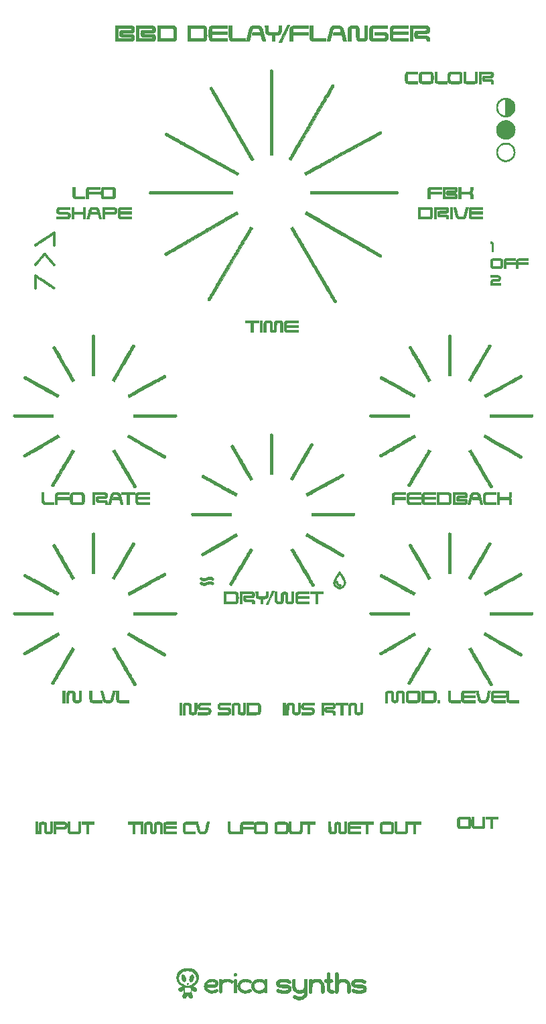
<source format=gto>
G04 #@! TF.GenerationSoftware,KiCad,Pcbnew,(5.0.0-rc2)*
G04 #@! TF.CreationDate,2020-07-08T18:04:12+03:00*
G04 #@! TF.ProjectId,BBDPNL2,424244504E4C322E6B696361645F7063,rev?*
G04 #@! TF.SameCoordinates,PX2549e60PY82a7440*
G04 #@! TF.FileFunction,Legend,Top*
G04 #@! TF.FilePolarity,Positive*
%FSLAX46Y46*%
G04 Gerber Fmt 4.6, Leading zero omitted, Abs format (unit mm)*
G04 Created by KiCad (PCBNEW (5.0.0-rc2)) date Wed Jul  8 18:04:12 2020*
%MOMM*%
%LPD*%
G01*
G04 APERTURE LIST*
%ADD10C,0.010000*%
G04 APERTURE END LIST*
D10*
G04 #@! TO.C,G\002A\002A\002A*
G36*
X43707665Y55999960D02*
X43714420Y55997730D01*
X43744156Y55982901D01*
X43764993Y55960975D01*
X43778872Y55928838D01*
X43787733Y55883378D01*
X43788254Y55879309D01*
X43805008Y55805760D01*
X43835092Y55740938D01*
X43877161Y55686195D01*
X43929872Y55642883D01*
X43991878Y55612354D01*
X44061836Y55595959D01*
X44071036Y55594975D01*
X44117983Y55586946D01*
X44151934Y55573210D01*
X44154387Y55571631D01*
X44181078Y55544495D01*
X44195187Y55510309D01*
X44196760Y55473291D01*
X44185845Y55437662D01*
X44162488Y55407644D01*
X44152480Y55399970D01*
X44120530Y55386857D01*
X44077259Y55381102D01*
X44026654Y55382831D01*
X43972700Y55392171D01*
X43965412Y55394013D01*
X43881738Y55424241D01*
X43803914Y55468526D01*
X43734417Y55524842D01*
X43675727Y55591165D01*
X43630321Y55665472D01*
X43628570Y55669097D01*
X43601607Y55732530D01*
X43584995Y55790324D01*
X43577184Y55848872D01*
X43576075Y55885535D01*
X43576781Y55916503D01*
X43580270Y55936637D01*
X43588593Y55952012D01*
X43603802Y55968706D01*
X43604353Y55969258D01*
X43637359Y55995014D01*
X43670694Y56004963D01*
X43707665Y55999960D01*
X43707665Y55999960D01*
G37*
X43707665Y55999960D02*
X43714420Y55997730D01*
X43744156Y55982901D01*
X43764993Y55960975D01*
X43778872Y55928838D01*
X43787733Y55883378D01*
X43788254Y55879309D01*
X43805008Y55805760D01*
X43835092Y55740938D01*
X43877161Y55686195D01*
X43929872Y55642883D01*
X43991878Y55612354D01*
X44061836Y55595959D01*
X44071036Y55594975D01*
X44117983Y55586946D01*
X44151934Y55573210D01*
X44154387Y55571631D01*
X44181078Y55544495D01*
X44195187Y55510309D01*
X44196760Y55473291D01*
X44185845Y55437662D01*
X44162488Y55407644D01*
X44152480Y55399970D01*
X44120530Y55386857D01*
X44077259Y55381102D01*
X44026654Y55382831D01*
X43972700Y55392171D01*
X43965412Y55394013D01*
X43881738Y55424241D01*
X43803914Y55468526D01*
X43734417Y55524842D01*
X43675727Y55591165D01*
X43630321Y55665472D01*
X43628570Y55669097D01*
X43601607Y55732530D01*
X43584995Y55790324D01*
X43577184Y55848872D01*
X43576075Y55885535D01*
X43576781Y55916503D01*
X43580270Y55936637D01*
X43588593Y55952012D01*
X43603802Y55968706D01*
X43604353Y55969258D01*
X43637359Y55995014D01*
X43670694Y56004963D01*
X43707665Y55999960D01*
G36*
X25442888Y6290296D02*
X25483126Y6265653D01*
X25517804Y6226598D01*
X25545592Y6173096D01*
X25554359Y6148038D01*
X25561208Y6120624D01*
X25565605Y6088692D01*
X25567889Y6048335D01*
X25568393Y5995647D01*
X25568330Y5985671D01*
X25567446Y5934674D01*
X25565300Y5895425D01*
X25561247Y5862752D01*
X25554643Y5831487D01*
X25544841Y5796459D01*
X25544629Y5795756D01*
X25515380Y5713607D01*
X25480277Y5640167D01*
X25440429Y5576435D01*
X25396941Y5523409D01*
X25350919Y5482087D01*
X25303469Y5453467D01*
X25255699Y5438549D01*
X25208714Y5438330D01*
X25164946Y5453101D01*
X25124274Y5484020D01*
X25091942Y5528952D01*
X25068325Y5586977D01*
X25053793Y5657172D01*
X25048720Y5738617D01*
X25048717Y5740558D01*
X25056120Y5850337D01*
X25077913Y5955375D01*
X25113469Y6053423D01*
X25159070Y6137494D01*
X25204778Y6198576D01*
X25252895Y6245460D01*
X25302093Y6278109D01*
X25351043Y6296489D01*
X25398418Y6300563D01*
X25442888Y6290296D01*
X25442888Y6290296D01*
G37*
X25442888Y6290296D02*
X25483126Y6265653D01*
X25517804Y6226598D01*
X25545592Y6173096D01*
X25554359Y6148038D01*
X25561208Y6120624D01*
X25565605Y6088692D01*
X25567889Y6048335D01*
X25568393Y5995647D01*
X25568330Y5985671D01*
X25567446Y5934674D01*
X25565300Y5895425D01*
X25561247Y5862752D01*
X25554643Y5831487D01*
X25544841Y5796459D01*
X25544629Y5795756D01*
X25515380Y5713607D01*
X25480277Y5640167D01*
X25440429Y5576435D01*
X25396941Y5523409D01*
X25350919Y5482087D01*
X25303469Y5453467D01*
X25255699Y5438549D01*
X25208714Y5438330D01*
X25164946Y5453101D01*
X25124274Y5484020D01*
X25091942Y5528952D01*
X25068325Y5586977D01*
X25053793Y5657172D01*
X25048720Y5738617D01*
X25048717Y5740558D01*
X25056120Y5850337D01*
X25077913Y5955375D01*
X25113469Y6053423D01*
X25159070Y6137494D01*
X25204778Y6198576D01*
X25252895Y6245460D01*
X25302093Y6278109D01*
X25351043Y6296489D01*
X25398418Y6300563D01*
X25442888Y6290296D01*
G36*
X24290525Y6292708D02*
X24339352Y6267418D01*
X24388058Y6228454D01*
X24435020Y6176676D01*
X24438365Y6172379D01*
X24481736Y6106284D01*
X24517175Y6032336D01*
X24544408Y5953112D01*
X24563162Y5871186D01*
X24573162Y5789134D01*
X24574136Y5709532D01*
X24565811Y5634955D01*
X24547911Y5567980D01*
X24520165Y5511181D01*
X24510105Y5496806D01*
X24474581Y5463293D01*
X24430937Y5442990D01*
X24382795Y5436916D01*
X24333780Y5446088D01*
X24331964Y5446745D01*
X24280720Y5473909D01*
X24231061Y5516103D01*
X24184358Y5571430D01*
X24141981Y5637996D01*
X24105304Y5713903D01*
X24075696Y5797255D01*
X24073815Y5803698D01*
X24065618Y5834966D01*
X24060048Y5864605D01*
X24056646Y5897156D01*
X24054951Y5937161D01*
X24054502Y5989160D01*
X24054506Y5994135D01*
X24054862Y6044344D01*
X24056068Y6081495D01*
X24058577Y6109451D01*
X24062838Y6132077D01*
X24069302Y6153236D01*
X24074745Y6167644D01*
X24099257Y6214584D01*
X24131715Y6254847D01*
X24168675Y6284796D01*
X24199005Y6298837D01*
X24243201Y6303467D01*
X24290525Y6292708D01*
X24290525Y6292708D01*
G37*
X24290525Y6292708D02*
X24339352Y6267418D01*
X24388058Y6228454D01*
X24435020Y6176676D01*
X24438365Y6172379D01*
X24481736Y6106284D01*
X24517175Y6032336D01*
X24544408Y5953112D01*
X24563162Y5871186D01*
X24573162Y5789134D01*
X24574136Y5709532D01*
X24565811Y5634955D01*
X24547911Y5567980D01*
X24520165Y5511181D01*
X24510105Y5496806D01*
X24474581Y5463293D01*
X24430937Y5442990D01*
X24382795Y5436916D01*
X24333780Y5446088D01*
X24331964Y5446745D01*
X24280720Y5473909D01*
X24231061Y5516103D01*
X24184358Y5571430D01*
X24141981Y5637996D01*
X24105304Y5713903D01*
X24075696Y5797255D01*
X24073815Y5803698D01*
X24065618Y5834966D01*
X24060048Y5864605D01*
X24056646Y5897156D01*
X24054951Y5937161D01*
X24054502Y5989160D01*
X24054506Y5994135D01*
X24054862Y6044344D01*
X24056068Y6081495D01*
X24058577Y6109451D01*
X24062838Y6132077D01*
X24069302Y6153236D01*
X24074745Y6167644D01*
X24099257Y6214584D01*
X24131715Y6254847D01*
X24168675Y6284796D01*
X24199005Y6298837D01*
X24243201Y6303467D01*
X24290525Y6292708D01*
G36*
X24834096Y5248234D02*
X24842361Y5245209D01*
X24874029Y5223883D01*
X24892158Y5192635D01*
X24896368Y5163267D01*
X24889261Y5127303D01*
X24868599Y5101024D01*
X24835368Y5085452D01*
X24818202Y5082384D01*
X24792293Y5080845D01*
X24774928Y5085385D01*
X24758081Y5098625D01*
X24752887Y5103725D01*
X24732781Y5133379D01*
X24726435Y5165076D01*
X24731935Y5195788D01*
X24747365Y5222487D01*
X24770812Y5242146D01*
X24800361Y5251738D01*
X24834096Y5248234D01*
X24834096Y5248234D01*
G37*
X24834096Y5248234D02*
X24842361Y5245209D01*
X24874029Y5223883D01*
X24892158Y5192635D01*
X24896368Y5163267D01*
X24889261Y5127303D01*
X24868599Y5101024D01*
X24835368Y5085452D01*
X24818202Y5082384D01*
X24792293Y5080845D01*
X24774928Y5085385D01*
X24758081Y5098625D01*
X24752887Y5103725D01*
X24732781Y5133379D01*
X24726435Y5165076D01*
X24731935Y5195788D01*
X24747365Y5222487D01*
X24770812Y5242146D01*
X24800361Y5251738D01*
X24834096Y5248234D01*
G36*
X54001416Y126127943D02*
X54158295Y126127578D01*
X54299156Y126127218D01*
X54424908Y126126848D01*
X54536462Y126126454D01*
X54634727Y126126022D01*
X54720613Y126125538D01*
X54795029Y126124988D01*
X54858886Y126124356D01*
X54913092Y126123630D01*
X54958558Y126122795D01*
X54996193Y126121837D01*
X55026907Y126120741D01*
X55051609Y126119494D01*
X55071210Y126118081D01*
X55086619Y126116489D01*
X55098746Y126114702D01*
X55108500Y126112707D01*
X55116528Y126110568D01*
X55191670Y126083036D01*
X55254569Y126047836D01*
X55305791Y126003971D01*
X55345902Y125950443D01*
X55375470Y125886254D01*
X55395059Y125810409D01*
X55405238Y125721908D01*
X55406572Y125619755D01*
X55405960Y125600966D01*
X55403501Y125553121D01*
X55400032Y125506948D01*
X55395987Y125467283D01*
X55391798Y125438962D01*
X55391169Y125435921D01*
X55367469Y125360510D01*
X55331871Y125296747D01*
X55283955Y125244225D01*
X55223303Y125202538D01*
X55149493Y125171279D01*
X55105212Y125158876D01*
X55091498Y125156109D01*
X55074198Y125153685D01*
X55052045Y125151563D01*
X55023771Y125149708D01*
X54988108Y125148080D01*
X54943787Y125146643D01*
X54889540Y125145358D01*
X54824099Y125144188D01*
X54746196Y125143095D01*
X54654563Y125142041D01*
X54547932Y125140989D01*
X54485971Y125140428D01*
X54369569Y125139336D01*
X54269029Y125138243D01*
X54183288Y125137120D01*
X54111281Y125135938D01*
X54051944Y125134665D01*
X54004211Y125133274D01*
X53967019Y125131734D01*
X53939302Y125130015D01*
X53919996Y125128088D01*
X53908037Y125125923D01*
X53903365Y125124193D01*
X53881269Y125102071D01*
X53866668Y125065855D01*
X53860021Y125016846D01*
X53859647Y125000033D01*
X53863619Y124947599D01*
X53875981Y124908582D01*
X53897403Y124881334D01*
X53911879Y124871522D01*
X53918366Y124868469D01*
X53926676Y124865822D01*
X53938057Y124863539D01*
X53953758Y124861577D01*
X53975028Y124859892D01*
X54003115Y124858443D01*
X54039268Y124857187D01*
X54084734Y124856081D01*
X54140764Y124855083D01*
X54208606Y124854150D01*
X54289507Y124853239D01*
X54384718Y124852309D01*
X54495485Y124851316D01*
X54507131Y124851214D01*
X54636727Y124849963D01*
X54749799Y124848602D01*
X54846750Y124847124D01*
X54927986Y124845516D01*
X54993909Y124843771D01*
X55044922Y124841877D01*
X55081431Y124839824D01*
X55103837Y124837604D01*
X55109885Y124836426D01*
X55181038Y124810347D01*
X55244297Y124774389D01*
X55297049Y124730462D01*
X55336681Y124680477D01*
X55345967Y124663905D01*
X55360500Y124633095D01*
X55371894Y124602957D01*
X55380588Y124570719D01*
X55387023Y124533611D01*
X55391640Y124488863D01*
X55394880Y124433704D01*
X55397184Y124365364D01*
X55397853Y124337737D01*
X55402087Y124149417D01*
X55027658Y124149417D01*
X55027180Y124278490D01*
X55026287Y124339548D01*
X55023752Y124386251D01*
X55019022Y124421134D01*
X55011543Y124446736D01*
X55000763Y124465592D01*
X54986129Y124480240D01*
X54982613Y124482946D01*
X54977641Y124486401D01*
X54971893Y124489387D01*
X54964142Y124491949D01*
X54953158Y124494131D01*
X54937713Y124495979D01*
X54916579Y124497538D01*
X54888528Y124498853D01*
X54852330Y124499970D01*
X54806758Y124500932D01*
X54750583Y124501785D01*
X54682577Y124502575D01*
X54601511Y124503346D01*
X54506156Y124504144D01*
X54395285Y124505013D01*
X54377448Y124505151D01*
X54263947Y124506041D01*
X54166084Y124506864D01*
X54082568Y124507665D01*
X54012110Y124508489D01*
X53953421Y124509382D01*
X53905210Y124510389D01*
X53866187Y124511555D01*
X53835063Y124512925D01*
X53810549Y124514546D01*
X53791353Y124516463D01*
X53776187Y124518720D01*
X53763761Y124521363D01*
X53752785Y124524438D01*
X53743572Y124527444D01*
X53669102Y124559522D01*
X53608435Y124601059D01*
X53560781Y124652934D01*
X53525350Y124716026D01*
X53501352Y124791215D01*
X53499641Y124799005D01*
X53493136Y124842295D01*
X53488861Y124897244D01*
X53486769Y124959556D01*
X53486813Y125024933D01*
X53488948Y125089077D01*
X53493128Y125147692D01*
X53499305Y125196479D01*
X53504174Y125220126D01*
X53528053Y125290844D01*
X53561154Y125349312D01*
X53605025Y125397070D01*
X53661214Y125435659D01*
X53731269Y125466617D01*
X53762269Y125476829D01*
X53773092Y125479445D01*
X53788053Y125481746D01*
X53808357Y125483765D01*
X53835210Y125485537D01*
X53869818Y125487097D01*
X53913388Y125488479D01*
X53967125Y125489717D01*
X54032236Y125490848D01*
X54109925Y125491904D01*
X54201399Y125492921D01*
X54307865Y125493934D01*
X54380173Y125494560D01*
X54493815Y125495545D01*
X54591754Y125496477D01*
X54675216Y125497395D01*
X54745425Y125498337D01*
X54803607Y125499344D01*
X54850986Y125500454D01*
X54888789Y125501706D01*
X54918239Y125503140D01*
X54940561Y125504795D01*
X54956982Y125506710D01*
X54968725Y125508924D01*
X54977016Y125511477D01*
X54982030Y125513813D01*
X55005614Y125533043D01*
X55021156Y125561702D01*
X55029480Y125602047D01*
X55031484Y125649556D01*
X55028326Y125696595D01*
X55018501Y125730266D01*
X55000465Y125753332D01*
X54972673Y125768559D01*
X54963279Y125771690D01*
X54952264Y125773500D01*
X54931431Y125775114D01*
X54900099Y125776541D01*
X54857590Y125777788D01*
X54803223Y125778865D01*
X54736320Y125779779D01*
X54656200Y125780540D01*
X54562185Y125781156D01*
X54453595Y125781636D01*
X54329749Y125781987D01*
X54189970Y125782219D01*
X54119910Y125782288D01*
X53309497Y125782939D01*
X53309497Y124149417D01*
X52937088Y124149417D01*
X52937088Y126130336D01*
X54001416Y126127943D01*
X54001416Y126127943D01*
G37*
X54001416Y126127943D02*
X54158295Y126127578D01*
X54299156Y126127218D01*
X54424908Y126126848D01*
X54536462Y126126454D01*
X54634727Y126126022D01*
X54720613Y126125538D01*
X54795029Y126124988D01*
X54858886Y126124356D01*
X54913092Y126123630D01*
X54958558Y126122795D01*
X54996193Y126121837D01*
X55026907Y126120741D01*
X55051609Y126119494D01*
X55071210Y126118081D01*
X55086619Y126116489D01*
X55098746Y126114702D01*
X55108500Y126112707D01*
X55116528Y126110568D01*
X55191670Y126083036D01*
X55254569Y126047836D01*
X55305791Y126003971D01*
X55345902Y125950443D01*
X55375470Y125886254D01*
X55395059Y125810409D01*
X55405238Y125721908D01*
X55406572Y125619755D01*
X55405960Y125600966D01*
X55403501Y125553121D01*
X55400032Y125506948D01*
X55395987Y125467283D01*
X55391798Y125438962D01*
X55391169Y125435921D01*
X55367469Y125360510D01*
X55331871Y125296747D01*
X55283955Y125244225D01*
X55223303Y125202538D01*
X55149493Y125171279D01*
X55105212Y125158876D01*
X55091498Y125156109D01*
X55074198Y125153685D01*
X55052045Y125151563D01*
X55023771Y125149708D01*
X54988108Y125148080D01*
X54943787Y125146643D01*
X54889540Y125145358D01*
X54824099Y125144188D01*
X54746196Y125143095D01*
X54654563Y125142041D01*
X54547932Y125140989D01*
X54485971Y125140428D01*
X54369569Y125139336D01*
X54269029Y125138243D01*
X54183288Y125137120D01*
X54111281Y125135938D01*
X54051944Y125134665D01*
X54004211Y125133274D01*
X53967019Y125131734D01*
X53939302Y125130015D01*
X53919996Y125128088D01*
X53908037Y125125923D01*
X53903365Y125124193D01*
X53881269Y125102071D01*
X53866668Y125065855D01*
X53860021Y125016846D01*
X53859647Y125000033D01*
X53863619Y124947599D01*
X53875981Y124908582D01*
X53897403Y124881334D01*
X53911879Y124871522D01*
X53918366Y124868469D01*
X53926676Y124865822D01*
X53938057Y124863539D01*
X53953758Y124861577D01*
X53975028Y124859892D01*
X54003115Y124858443D01*
X54039268Y124857187D01*
X54084734Y124856081D01*
X54140764Y124855083D01*
X54208606Y124854150D01*
X54289507Y124853239D01*
X54384718Y124852309D01*
X54495485Y124851316D01*
X54507131Y124851214D01*
X54636727Y124849963D01*
X54749799Y124848602D01*
X54846750Y124847124D01*
X54927986Y124845516D01*
X54993909Y124843771D01*
X55044922Y124841877D01*
X55081431Y124839824D01*
X55103837Y124837604D01*
X55109885Y124836426D01*
X55181038Y124810347D01*
X55244297Y124774389D01*
X55297049Y124730462D01*
X55336681Y124680477D01*
X55345967Y124663905D01*
X55360500Y124633095D01*
X55371894Y124602957D01*
X55380588Y124570719D01*
X55387023Y124533611D01*
X55391640Y124488863D01*
X55394880Y124433704D01*
X55397184Y124365364D01*
X55397853Y124337737D01*
X55402087Y124149417D01*
X55027658Y124149417D01*
X55027180Y124278490D01*
X55026287Y124339548D01*
X55023752Y124386251D01*
X55019022Y124421134D01*
X55011543Y124446736D01*
X55000763Y124465592D01*
X54986129Y124480240D01*
X54982613Y124482946D01*
X54977641Y124486401D01*
X54971893Y124489387D01*
X54964142Y124491949D01*
X54953158Y124494131D01*
X54937713Y124495979D01*
X54916579Y124497538D01*
X54888528Y124498853D01*
X54852330Y124499970D01*
X54806758Y124500932D01*
X54750583Y124501785D01*
X54682577Y124502575D01*
X54601511Y124503346D01*
X54506156Y124504144D01*
X54395285Y124505013D01*
X54377448Y124505151D01*
X54263947Y124506041D01*
X54166084Y124506864D01*
X54082568Y124507665D01*
X54012110Y124508489D01*
X53953421Y124509382D01*
X53905210Y124510389D01*
X53866187Y124511555D01*
X53835063Y124512925D01*
X53810549Y124514546D01*
X53791353Y124516463D01*
X53776187Y124518720D01*
X53763761Y124521363D01*
X53752785Y124524438D01*
X53743572Y124527444D01*
X53669102Y124559522D01*
X53608435Y124601059D01*
X53560781Y124652934D01*
X53525350Y124716026D01*
X53501352Y124791215D01*
X53499641Y124799005D01*
X53493136Y124842295D01*
X53488861Y124897244D01*
X53486769Y124959556D01*
X53486813Y125024933D01*
X53488948Y125089077D01*
X53493128Y125147692D01*
X53499305Y125196479D01*
X53504174Y125220126D01*
X53528053Y125290844D01*
X53561154Y125349312D01*
X53605025Y125397070D01*
X53661214Y125435659D01*
X53731269Y125466617D01*
X53762269Y125476829D01*
X53773092Y125479445D01*
X53788053Y125481746D01*
X53808357Y125483765D01*
X53835210Y125485537D01*
X53869818Y125487097D01*
X53913388Y125488479D01*
X53967125Y125489717D01*
X54032236Y125490848D01*
X54109925Y125491904D01*
X54201399Y125492921D01*
X54307865Y125493934D01*
X54380173Y125494560D01*
X54493815Y125495545D01*
X54591754Y125496477D01*
X54675216Y125497395D01*
X54745425Y125498337D01*
X54803607Y125499344D01*
X54850986Y125500454D01*
X54888789Y125501706D01*
X54918239Y125503140D01*
X54940561Y125504795D01*
X54956982Y125506710D01*
X54968725Y125508924D01*
X54977016Y125511477D01*
X54982030Y125513813D01*
X55005614Y125533043D01*
X55021156Y125561702D01*
X55029480Y125602047D01*
X55031484Y125649556D01*
X55028326Y125696595D01*
X55018501Y125730266D01*
X55000465Y125753332D01*
X54972673Y125768559D01*
X54963279Y125771690D01*
X54952264Y125773500D01*
X54931431Y125775114D01*
X54900099Y125776541D01*
X54857590Y125777788D01*
X54803223Y125778865D01*
X54736320Y125779779D01*
X54656200Y125780540D01*
X54562185Y125781156D01*
X54453595Y125781636D01*
X54329749Y125781987D01*
X54189970Y125782219D01*
X54119910Y125782288D01*
X53309497Y125782939D01*
X53309497Y124149417D01*
X52937088Y124149417D01*
X52937088Y126130336D01*
X54001416Y126127943D01*
G36*
X51760256Y126129956D02*
X52717028Y126129956D01*
X52717028Y125783230D01*
X51788121Y125780968D01*
X50859214Y125778707D01*
X50828375Y125759530D01*
X50809256Y125746122D01*
X50794815Y125731193D01*
X50784412Y125712252D01*
X50777405Y125686810D01*
X50773154Y125652375D01*
X50771018Y125606458D01*
X50770356Y125546567D01*
X50770343Y125534092D01*
X50770343Y125385138D01*
X52717028Y125385138D01*
X52717028Y125021193D01*
X50770343Y125021193D01*
X50770343Y124793141D01*
X50770373Y124725149D01*
X50770573Y124672011D01*
X50771106Y124631649D01*
X50772139Y124601991D01*
X50773835Y124580959D01*
X50776358Y124566480D01*
X50779875Y124556478D01*
X50784548Y124548878D01*
X50790270Y124541923D01*
X50806781Y124527144D01*
X50828458Y124518138D01*
X50860096Y124512542D01*
X50875265Y124511690D01*
X50906182Y124510859D01*
X50951669Y124510059D01*
X51010547Y124509296D01*
X51081637Y124508581D01*
X51163759Y124507921D01*
X51255736Y124507325D01*
X51356388Y124506801D01*
X51464536Y124506359D01*
X51579001Y124506007D01*
X51698604Y124505753D01*
X51813512Y124505612D01*
X52717028Y124504898D01*
X52717028Y124149417D01*
X51762729Y124150180D01*
X51607466Y124150344D01*
X51468289Y124150578D01*
X51344359Y124150893D01*
X51234835Y124151299D01*
X51138877Y124151806D01*
X51055644Y124152423D01*
X50984295Y124153161D01*
X50923991Y124154029D01*
X50873890Y124155037D01*
X50833153Y124156196D01*
X50800938Y124157514D01*
X50776406Y124159002D01*
X50758715Y124160670D01*
X50749184Y124162091D01*
X50662791Y124184394D01*
X50589698Y124216737D01*
X50528996Y124259961D01*
X50479774Y124314907D01*
X50441124Y124382414D01*
X50412136Y124463323D01*
X50408513Y124476868D01*
X50405661Y124489137D01*
X50403197Y124502996D01*
X50401093Y124519701D01*
X50399322Y124540511D01*
X50397855Y124566684D01*
X50396665Y124599479D01*
X50395724Y124640153D01*
X50395004Y124689964D01*
X50394478Y124750171D01*
X50394116Y124822032D01*
X50393893Y124906804D01*
X50393779Y125005747D01*
X50393746Y125120118D01*
X50393747Y125143918D01*
X50393763Y125260101D01*
X50393817Y125360635D01*
X50393945Y125446800D01*
X50394182Y125519876D01*
X50394565Y125581143D01*
X50395131Y125631879D01*
X50395914Y125673365D01*
X50396951Y125706879D01*
X50398278Y125733702D01*
X50399931Y125755112D01*
X50401947Y125772390D01*
X50404360Y125786815D01*
X50407208Y125799666D01*
X50410526Y125812223D01*
X50412799Y125820297D01*
X50442977Y125901373D01*
X50483874Y125969428D01*
X50535663Y126024678D01*
X50598512Y126067340D01*
X50613211Y126074758D01*
X50630308Y126082965D01*
X50646043Y126090316D01*
X50661394Y126096858D01*
X50677340Y126102638D01*
X50694860Y126107703D01*
X50714932Y126112101D01*
X50738537Y126115879D01*
X50766652Y126119083D01*
X50800257Y126121761D01*
X50840331Y126123959D01*
X50887852Y126125726D01*
X50943800Y126127108D01*
X51009153Y126128152D01*
X51084891Y126128905D01*
X51171993Y126129415D01*
X51271437Y126129728D01*
X51384202Y126129892D01*
X51511267Y126129953D01*
X51653612Y126129960D01*
X51760256Y126129956D01*
X51760256Y126129956D01*
G37*
X51760256Y126129956D02*
X52717028Y126129956D01*
X52717028Y125783230D01*
X51788121Y125780968D01*
X50859214Y125778707D01*
X50828375Y125759530D01*
X50809256Y125746122D01*
X50794815Y125731193D01*
X50784412Y125712252D01*
X50777405Y125686810D01*
X50773154Y125652375D01*
X50771018Y125606458D01*
X50770356Y125546567D01*
X50770343Y125534092D01*
X50770343Y125385138D01*
X52717028Y125385138D01*
X52717028Y125021193D01*
X50770343Y125021193D01*
X50770343Y124793141D01*
X50770373Y124725149D01*
X50770573Y124672011D01*
X50771106Y124631649D01*
X50772139Y124601991D01*
X50773835Y124580959D01*
X50776358Y124566480D01*
X50779875Y124556478D01*
X50784548Y124548878D01*
X50790270Y124541923D01*
X50806781Y124527144D01*
X50828458Y124518138D01*
X50860096Y124512542D01*
X50875265Y124511690D01*
X50906182Y124510859D01*
X50951669Y124510059D01*
X51010547Y124509296D01*
X51081637Y124508581D01*
X51163759Y124507921D01*
X51255736Y124507325D01*
X51356388Y124506801D01*
X51464536Y124506359D01*
X51579001Y124506007D01*
X51698604Y124505753D01*
X51813512Y124505612D01*
X52717028Y124504898D01*
X52717028Y124149417D01*
X51762729Y124150180D01*
X51607466Y124150344D01*
X51468289Y124150578D01*
X51344359Y124150893D01*
X51234835Y124151299D01*
X51138877Y124151806D01*
X51055644Y124152423D01*
X50984295Y124153161D01*
X50923991Y124154029D01*
X50873890Y124155037D01*
X50833153Y124156196D01*
X50800938Y124157514D01*
X50776406Y124159002D01*
X50758715Y124160670D01*
X50749184Y124162091D01*
X50662791Y124184394D01*
X50589698Y124216737D01*
X50528996Y124259961D01*
X50479774Y124314907D01*
X50441124Y124382414D01*
X50412136Y124463323D01*
X50408513Y124476868D01*
X50405661Y124489137D01*
X50403197Y124502996D01*
X50401093Y124519701D01*
X50399322Y124540511D01*
X50397855Y124566684D01*
X50396665Y124599479D01*
X50395724Y124640153D01*
X50395004Y124689964D01*
X50394478Y124750171D01*
X50394116Y124822032D01*
X50393893Y124906804D01*
X50393779Y125005747D01*
X50393746Y125120118D01*
X50393747Y125143918D01*
X50393763Y125260101D01*
X50393817Y125360635D01*
X50393945Y125446800D01*
X50394182Y125519876D01*
X50394565Y125581143D01*
X50395131Y125631879D01*
X50395914Y125673365D01*
X50396951Y125706879D01*
X50398278Y125733702D01*
X50399931Y125755112D01*
X50401947Y125772390D01*
X50404360Y125786815D01*
X50407208Y125799666D01*
X50410526Y125812223D01*
X50412799Y125820297D01*
X50442977Y125901373D01*
X50483874Y125969428D01*
X50535663Y126024678D01*
X50598512Y126067340D01*
X50613211Y126074758D01*
X50630308Y126082965D01*
X50646043Y126090316D01*
X50661394Y126096858D01*
X50677340Y126102638D01*
X50694860Y126107703D01*
X50714932Y126112101D01*
X50738537Y126115879D01*
X50766652Y126119083D01*
X50800257Y126121761D01*
X50840331Y126123959D01*
X50887852Y126125726D01*
X50943800Y126127108D01*
X51009153Y126128152D01*
X51084891Y126128905D01*
X51171993Y126129415D01*
X51271437Y126129728D01*
X51384202Y126129892D01*
X51511267Y126129953D01*
X51653612Y126129960D01*
X51760256Y126129956D01*
G36*
X50076308Y125782939D02*
X49193952Y125782892D01*
X49032548Y125782809D01*
X48887739Y125782577D01*
X48759196Y125782193D01*
X48646586Y125781653D01*
X48549578Y125780954D01*
X48467843Y125780093D01*
X48401047Y125779065D01*
X48348861Y125777869D01*
X48310953Y125776499D01*
X48286992Y125774954D01*
X48277741Y125773616D01*
X48250375Y125762972D01*
X48226777Y125748701D01*
X48223751Y125746156D01*
X48215314Y125738420D01*
X48208049Y125730768D01*
X48201869Y125721943D01*
X48196687Y125710691D01*
X48192414Y125695752D01*
X48188964Y125675872D01*
X48186247Y125649794D01*
X48184178Y125616260D01*
X48182667Y125574015D01*
X48181628Y125521801D01*
X48180973Y125458363D01*
X48180614Y125382443D01*
X48180464Y125292785D01*
X48180435Y125188132D01*
X48180438Y125125147D01*
X48180460Y125015231D01*
X48180536Y124920968D01*
X48180703Y124841081D01*
X48180998Y124774295D01*
X48181458Y124719333D01*
X48182120Y124674921D01*
X48183020Y124639783D01*
X48184197Y124612642D01*
X48185687Y124592223D01*
X48187526Y124577251D01*
X48189751Y124566449D01*
X48192401Y124558543D01*
X48195511Y124552256D01*
X48197103Y124549560D01*
X48214516Y124529433D01*
X48234998Y124516440D01*
X48237275Y124515705D01*
X48249237Y124514687D01*
X48276813Y124513717D01*
X48318692Y124512807D01*
X48373559Y124511970D01*
X48440102Y124511218D01*
X48517008Y124510562D01*
X48602965Y124510014D01*
X48696658Y124509588D01*
X48796776Y124509295D01*
X48902006Y124509146D01*
X48950617Y124509130D01*
X49079141Y124509175D01*
X49191769Y124509321D01*
X49289534Y124509584D01*
X49373467Y124509981D01*
X49444601Y124510529D01*
X49503967Y124511244D01*
X49552597Y124512143D01*
X49591523Y124513242D01*
X49621777Y124514558D01*
X49644391Y124516108D01*
X49660398Y124517907D01*
X49670828Y124519973D01*
X49673266Y124520731D01*
X49709781Y124539609D01*
X49743957Y124567596D01*
X49770547Y124599800D01*
X49781697Y124621834D01*
X49787025Y124647189D01*
X49790441Y124684410D01*
X49791957Y124728548D01*
X49791586Y124774650D01*
X49789340Y124817767D01*
X49785230Y124852946D01*
X49781090Y124870682D01*
X49760500Y124906858D01*
X49727501Y124935799D01*
X49688824Y124953109D01*
X49673238Y124955002D01*
X49641152Y124956678D01*
X49592994Y124958133D01*
X49529193Y124959360D01*
X49450174Y124960353D01*
X49356365Y124961106D01*
X49248194Y124961613D01*
X49126088Y124961868D01*
X49066994Y124961899D01*
X48476641Y124961946D01*
X48476641Y125325891D01*
X49054521Y125325891D01*
X49177404Y125325829D01*
X49284715Y125325604D01*
X49377810Y125325154D01*
X49458044Y125324419D01*
X49526773Y125323339D01*
X49585353Y125321853D01*
X49635138Y125319901D01*
X49677485Y125317422D01*
X49713749Y125314356D01*
X49745285Y125310643D01*
X49773450Y125306221D01*
X49799598Y125301031D01*
X49825085Y125295012D01*
X49841294Y125290799D01*
X49923110Y125260948D01*
X49994067Y125218227D01*
X50053647Y125163168D01*
X50101335Y125096302D01*
X50136612Y125018161D01*
X50149772Y124973683D01*
X50156258Y124936776D01*
X50161072Y124887418D01*
X50164209Y124829426D01*
X50165668Y124766619D01*
X50165445Y124702812D01*
X50163537Y124641825D01*
X50159941Y124587475D01*
X50154654Y124543578D01*
X50150139Y124521826D01*
X50118380Y124433227D01*
X50074132Y124356043D01*
X50017511Y124290389D01*
X49948635Y124236383D01*
X49867619Y124194138D01*
X49797001Y124169688D01*
X49786664Y124167010D01*
X49775118Y124164651D01*
X49761256Y124162591D01*
X49743976Y124160806D01*
X49722174Y124159272D01*
X49694744Y124157966D01*
X49660582Y124156867D01*
X49618585Y124155950D01*
X49567648Y124155192D01*
X49506666Y124154571D01*
X49434537Y124154063D01*
X49350154Y124153645D01*
X49252415Y124153295D01*
X49140214Y124152989D01*
X49012448Y124152704D01*
X48980240Y124152638D01*
X48867085Y124152493D01*
X48758028Y124152517D01*
X48654357Y124152700D01*
X48557363Y124153031D01*
X48468335Y124153503D01*
X48388561Y124154104D01*
X48319332Y124154825D01*
X48261937Y124155658D01*
X48217664Y124156591D01*
X48187803Y124157616D01*
X48173953Y124158666D01*
X48085753Y124180078D01*
X48010395Y124212389D01*
X47947417Y124256028D01*
X47896359Y124311427D01*
X47856760Y124379015D01*
X47828158Y124459223D01*
X47821177Y124487970D01*
X47818514Y124501645D01*
X47816226Y124517352D01*
X47814293Y124536341D01*
X47812694Y124559866D01*
X47811407Y124589177D01*
X47810413Y124625527D01*
X47809690Y124670167D01*
X47809217Y124724350D01*
X47808974Y124789327D01*
X47808940Y124866350D01*
X47809094Y124956670D01*
X47809414Y125061540D01*
X47809828Y125169310D01*
X47810312Y125286321D01*
X47810769Y125387654D01*
X47811238Y125474557D01*
X47811760Y125548280D01*
X47812375Y125610072D01*
X47813122Y125661183D01*
X47814043Y125702860D01*
X47815177Y125736354D01*
X47816564Y125762913D01*
X47818246Y125783786D01*
X47820261Y125800224D01*
X47822650Y125813474D01*
X47825453Y125824786D01*
X47828711Y125835409D01*
X47831526Y125843822D01*
X47864160Y125917632D01*
X47908199Y125982109D01*
X47961870Y126035297D01*
X48023401Y126075244D01*
X48053449Y126088481D01*
X48070026Y126094752D01*
X48085512Y126100352D01*
X48100912Y126105319D01*
X48117232Y126109691D01*
X48135479Y126113506D01*
X48156657Y126116802D01*
X48181773Y126119618D01*
X48211832Y126121992D01*
X48247839Y126123961D01*
X48290801Y126125564D01*
X48341723Y126126839D01*
X48401610Y126127825D01*
X48471469Y126128558D01*
X48552306Y126129079D01*
X48645125Y126129423D01*
X48750933Y126129631D01*
X48870735Y126129739D01*
X49005537Y126129787D01*
X49143169Y126129809D01*
X50076308Y126129956D01*
X50076308Y125782939D01*
X50076308Y125782939D01*
G37*
X50076308Y125782939D02*
X49193952Y125782892D01*
X49032548Y125782809D01*
X48887739Y125782577D01*
X48759196Y125782193D01*
X48646586Y125781653D01*
X48549578Y125780954D01*
X48467843Y125780093D01*
X48401047Y125779065D01*
X48348861Y125777869D01*
X48310953Y125776499D01*
X48286992Y125774954D01*
X48277741Y125773616D01*
X48250375Y125762972D01*
X48226777Y125748701D01*
X48223751Y125746156D01*
X48215314Y125738420D01*
X48208049Y125730768D01*
X48201869Y125721943D01*
X48196687Y125710691D01*
X48192414Y125695752D01*
X48188964Y125675872D01*
X48186247Y125649794D01*
X48184178Y125616260D01*
X48182667Y125574015D01*
X48181628Y125521801D01*
X48180973Y125458363D01*
X48180614Y125382443D01*
X48180464Y125292785D01*
X48180435Y125188132D01*
X48180438Y125125147D01*
X48180460Y125015231D01*
X48180536Y124920968D01*
X48180703Y124841081D01*
X48180998Y124774295D01*
X48181458Y124719333D01*
X48182120Y124674921D01*
X48183020Y124639783D01*
X48184197Y124612642D01*
X48185687Y124592223D01*
X48187526Y124577251D01*
X48189751Y124566449D01*
X48192401Y124558543D01*
X48195511Y124552256D01*
X48197103Y124549560D01*
X48214516Y124529433D01*
X48234998Y124516440D01*
X48237275Y124515705D01*
X48249237Y124514687D01*
X48276813Y124513717D01*
X48318692Y124512807D01*
X48373559Y124511970D01*
X48440102Y124511218D01*
X48517008Y124510562D01*
X48602965Y124510014D01*
X48696658Y124509588D01*
X48796776Y124509295D01*
X48902006Y124509146D01*
X48950617Y124509130D01*
X49079141Y124509175D01*
X49191769Y124509321D01*
X49289534Y124509584D01*
X49373467Y124509981D01*
X49444601Y124510529D01*
X49503967Y124511244D01*
X49552597Y124512143D01*
X49591523Y124513242D01*
X49621777Y124514558D01*
X49644391Y124516108D01*
X49660398Y124517907D01*
X49670828Y124519973D01*
X49673266Y124520731D01*
X49709781Y124539609D01*
X49743957Y124567596D01*
X49770547Y124599800D01*
X49781697Y124621834D01*
X49787025Y124647189D01*
X49790441Y124684410D01*
X49791957Y124728548D01*
X49791586Y124774650D01*
X49789340Y124817767D01*
X49785230Y124852946D01*
X49781090Y124870682D01*
X49760500Y124906858D01*
X49727501Y124935799D01*
X49688824Y124953109D01*
X49673238Y124955002D01*
X49641152Y124956678D01*
X49592994Y124958133D01*
X49529193Y124959360D01*
X49450174Y124960353D01*
X49356365Y124961106D01*
X49248194Y124961613D01*
X49126088Y124961868D01*
X49066994Y124961899D01*
X48476641Y124961946D01*
X48476641Y125325891D01*
X49054521Y125325891D01*
X49177404Y125325829D01*
X49284715Y125325604D01*
X49377810Y125325154D01*
X49458044Y125324419D01*
X49526773Y125323339D01*
X49585353Y125321853D01*
X49635138Y125319901D01*
X49677485Y125317422D01*
X49713749Y125314356D01*
X49745285Y125310643D01*
X49773450Y125306221D01*
X49799598Y125301031D01*
X49825085Y125295012D01*
X49841294Y125290799D01*
X49923110Y125260948D01*
X49994067Y125218227D01*
X50053647Y125163168D01*
X50101335Y125096302D01*
X50136612Y125018161D01*
X50149772Y124973683D01*
X50156258Y124936776D01*
X50161072Y124887418D01*
X50164209Y124829426D01*
X50165668Y124766619D01*
X50165445Y124702812D01*
X50163537Y124641825D01*
X50159941Y124587475D01*
X50154654Y124543578D01*
X50150139Y124521826D01*
X50118380Y124433227D01*
X50074132Y124356043D01*
X50017511Y124290389D01*
X49948635Y124236383D01*
X49867619Y124194138D01*
X49797001Y124169688D01*
X49786664Y124167010D01*
X49775118Y124164651D01*
X49761256Y124162591D01*
X49743976Y124160806D01*
X49722174Y124159272D01*
X49694744Y124157966D01*
X49660582Y124156867D01*
X49618585Y124155950D01*
X49567648Y124155192D01*
X49506666Y124154571D01*
X49434537Y124154063D01*
X49350154Y124153645D01*
X49252415Y124153295D01*
X49140214Y124152989D01*
X49012448Y124152704D01*
X48980240Y124152638D01*
X48867085Y124152493D01*
X48758028Y124152517D01*
X48654357Y124152700D01*
X48557363Y124153031D01*
X48468335Y124153503D01*
X48388561Y124154104D01*
X48319332Y124154825D01*
X48261937Y124155658D01*
X48217664Y124156591D01*
X48187803Y124157616D01*
X48173953Y124158666D01*
X48085753Y124180078D01*
X48010395Y124212389D01*
X47947417Y124256028D01*
X47896359Y124311427D01*
X47856760Y124379015D01*
X47828158Y124459223D01*
X47821177Y124487970D01*
X47818514Y124501645D01*
X47816226Y124517352D01*
X47814293Y124536341D01*
X47812694Y124559866D01*
X47811407Y124589177D01*
X47810413Y124625527D01*
X47809690Y124670167D01*
X47809217Y124724350D01*
X47808974Y124789327D01*
X47808940Y124866350D01*
X47809094Y124956670D01*
X47809414Y125061540D01*
X47809828Y125169310D01*
X47810312Y125286321D01*
X47810769Y125387654D01*
X47811238Y125474557D01*
X47811760Y125548280D01*
X47812375Y125610072D01*
X47813122Y125661183D01*
X47814043Y125702860D01*
X47815177Y125736354D01*
X47816564Y125762913D01*
X47818246Y125783786D01*
X47820261Y125800224D01*
X47822650Y125813474D01*
X47825453Y125824786D01*
X47828711Y125835409D01*
X47831526Y125843822D01*
X47864160Y125917632D01*
X47908199Y125982109D01*
X47961870Y126035297D01*
X48023401Y126075244D01*
X48053449Y126088481D01*
X48070026Y126094752D01*
X48085512Y126100352D01*
X48100912Y126105319D01*
X48117232Y126109691D01*
X48135479Y126113506D01*
X48156657Y126116802D01*
X48181773Y126119618D01*
X48211832Y126121992D01*
X48247839Y126123961D01*
X48290801Y126125564D01*
X48341723Y126126839D01*
X48401610Y126127825D01*
X48471469Y126128558D01*
X48552306Y126129079D01*
X48645125Y126129423D01*
X48750933Y126129631D01*
X48870735Y126129739D01*
X49005537Y126129787D01*
X49143169Y126129809D01*
X50076308Y126129956D01*
X50076308Y125782939D01*
G36*
X47545618Y125348405D02*
X47545605Y125215338D01*
X47545553Y125098096D01*
X47545439Y124995577D01*
X47545242Y124906675D01*
X47544942Y124830290D01*
X47544517Y124765318D01*
X47543945Y124710656D01*
X47543205Y124665200D01*
X47542276Y124627849D01*
X47541136Y124597499D01*
X47539765Y124573047D01*
X47538140Y124553390D01*
X47536241Y124537425D01*
X47534046Y124524050D01*
X47531534Y124512161D01*
X47529267Y124502921D01*
X47501066Y124419001D01*
X47461911Y124346675D01*
X47410553Y124283666D01*
X47407036Y124280112D01*
X47350727Y124233465D01*
X47284766Y124194616D01*
X47215290Y124166895D01*
X47183372Y124158701D01*
X47161574Y124156075D01*
X47124192Y124153833D01*
X47072569Y124152010D01*
X47008043Y124150644D01*
X46931957Y124149769D01*
X46845651Y124149421D01*
X46833882Y124149417D01*
X46747968Y124149558D01*
X46677070Y124150029D01*
X46619277Y124150898D01*
X46572679Y124152234D01*
X46535367Y124154107D01*
X46505429Y124156586D01*
X46480956Y124159739D01*
X46464005Y124162799D01*
X46381546Y124186420D01*
X46311576Y124221226D01*
X46253396Y124267865D01*
X46206305Y124326981D01*
X46169603Y124399223D01*
X46151628Y124451330D01*
X46148794Y124462340D01*
X46146318Y124475634D01*
X46144165Y124492454D01*
X46142297Y124514041D01*
X46140679Y124541636D01*
X46139273Y124576482D01*
X46138043Y124619820D01*
X46136952Y124672890D01*
X46135965Y124736936D01*
X46135045Y124813198D01*
X46134155Y124902918D01*
X46133258Y125007338D01*
X46132517Y125101599D01*
X46131619Y125217114D01*
X46130787Y125316913D01*
X46129983Y125402210D01*
X46129165Y125474216D01*
X46128293Y125534143D01*
X46127327Y125583205D01*
X46126225Y125622612D01*
X46124947Y125653578D01*
X46123453Y125677314D01*
X46121702Y125695034D01*
X46119653Y125707948D01*
X46117266Y125717269D01*
X46114501Y125724210D01*
X46111499Y125729681D01*
X46102815Y125742857D01*
X46093155Y125753437D01*
X46080671Y125761706D01*
X46063515Y125767947D01*
X46039838Y125772444D01*
X46007791Y125775481D01*
X45965525Y125777341D01*
X45911191Y125778308D01*
X45842941Y125778666D01*
X45792098Y125778707D01*
X45720148Y125778661D01*
X45663154Y125778438D01*
X45619145Y125777912D01*
X45586150Y125776956D01*
X45562198Y125775443D01*
X45545316Y125773246D01*
X45533535Y125770239D01*
X45524881Y125766294D01*
X45517385Y125761286D01*
X45517023Y125761018D01*
X45508782Y125755143D01*
X45501514Y125749779D01*
X45495156Y125743886D01*
X45489643Y125736420D01*
X45484911Y125726339D01*
X45480895Y125712602D01*
X45477533Y125694166D01*
X45474760Y125669989D01*
X45472512Y125639029D01*
X45470725Y125600245D01*
X45469335Y125552592D01*
X45468278Y125495031D01*
X45467489Y125426518D01*
X45466906Y125346011D01*
X45466463Y125252469D01*
X45466097Y125144848D01*
X45465744Y125022108D01*
X45465455Y124921742D01*
X45463166Y124149417D01*
X45091103Y124149417D01*
X45091103Y124941680D01*
X45091129Y125077325D01*
X45091218Y125197098D01*
X45091386Y125302055D01*
X45091651Y125393253D01*
X45092030Y125471746D01*
X45092539Y125538592D01*
X45093195Y125594846D01*
X45094015Y125641563D01*
X45095016Y125679801D01*
X45096215Y125710614D01*
X45097628Y125735060D01*
X45099272Y125754192D01*
X45101165Y125769069D01*
X45103322Y125780745D01*
X45104566Y125785949D01*
X45134629Y125871453D01*
X45177623Y125946059D01*
X45233342Y126009530D01*
X45301574Y126061632D01*
X45382112Y126102128D01*
X45387210Y126104137D01*
X45401397Y126109547D01*
X45414589Y126113973D01*
X45428611Y126117530D01*
X45445291Y126120331D01*
X45466454Y126122490D01*
X45493927Y126124123D01*
X45529537Y126125343D01*
X45575109Y126126264D01*
X45632472Y126127002D01*
X45703450Y126127669D01*
X45772443Y126128239D01*
X45874488Y126128778D01*
X45962073Y126128627D01*
X46034699Y126127795D01*
X46091865Y126126291D01*
X46133073Y126124122D01*
X46156369Y126121565D01*
X46239801Y126100063D01*
X46311601Y126066410D01*
X46372125Y126020281D01*
X46421726Y125961351D01*
X46460759Y125889297D01*
X46484891Y125821026D01*
X46487738Y125809695D01*
X46490225Y125796094D01*
X46492388Y125778975D01*
X46494265Y125757090D01*
X46495893Y125729193D01*
X46497308Y125694034D01*
X46498547Y125650365D01*
X46499648Y125596940D01*
X46500648Y125532511D01*
X46501582Y125455828D01*
X46502489Y125365645D01*
X46503405Y125260714D01*
X46504117Y125172035D01*
X46505026Y125057010D01*
X46505853Y124957703D01*
X46506641Y124872904D01*
X46507434Y124801404D01*
X46508275Y124741993D01*
X46509209Y124693461D01*
X46510278Y124654600D01*
X46511527Y124624199D01*
X46512999Y124601049D01*
X46514737Y124583941D01*
X46516786Y124571665D01*
X46519188Y124563012D01*
X46521987Y124556771D01*
X46525228Y124551734D01*
X46526541Y124549943D01*
X46536103Y124537619D01*
X46545778Y124527767D01*
X46557464Y124520129D01*
X46573059Y124514448D01*
X46594457Y124510465D01*
X46623558Y124507923D01*
X46662258Y124506562D01*
X46712453Y124506127D01*
X46776042Y124506358D01*
X46843119Y124506894D01*
X46919827Y124507605D01*
X46981456Y124508492D01*
X47029856Y124509896D01*
X47066874Y124512157D01*
X47094360Y124515614D01*
X47114163Y124520607D01*
X47128130Y124527477D01*
X47138110Y124536562D01*
X47145953Y124548203D01*
X47153506Y124562739D01*
X47154168Y124564067D01*
X47156716Y124570074D01*
X47158964Y124577950D01*
X47160935Y124588753D01*
X47162653Y124603545D01*
X47164139Y124623383D01*
X47165417Y124649328D01*
X47166510Y124682440D01*
X47167440Y124723777D01*
X47168231Y124774400D01*
X47168906Y124835369D01*
X47169487Y124907742D01*
X47169998Y124992579D01*
X47170461Y125090941D01*
X47170899Y125203887D01*
X47171335Y125332475D01*
X47171430Y125361862D01*
X47173882Y126129956D01*
X47545618Y126129956D01*
X47545618Y125348405D01*
X47545618Y125348405D01*
G37*
X47545618Y125348405D02*
X47545605Y125215338D01*
X47545553Y125098096D01*
X47545439Y124995577D01*
X47545242Y124906675D01*
X47544942Y124830290D01*
X47544517Y124765318D01*
X47543945Y124710656D01*
X47543205Y124665200D01*
X47542276Y124627849D01*
X47541136Y124597499D01*
X47539765Y124573047D01*
X47538140Y124553390D01*
X47536241Y124537425D01*
X47534046Y124524050D01*
X47531534Y124512161D01*
X47529267Y124502921D01*
X47501066Y124419001D01*
X47461911Y124346675D01*
X47410553Y124283666D01*
X47407036Y124280112D01*
X47350727Y124233465D01*
X47284766Y124194616D01*
X47215290Y124166895D01*
X47183372Y124158701D01*
X47161574Y124156075D01*
X47124192Y124153833D01*
X47072569Y124152010D01*
X47008043Y124150644D01*
X46931957Y124149769D01*
X46845651Y124149421D01*
X46833882Y124149417D01*
X46747968Y124149558D01*
X46677070Y124150029D01*
X46619277Y124150898D01*
X46572679Y124152234D01*
X46535367Y124154107D01*
X46505429Y124156586D01*
X46480956Y124159739D01*
X46464005Y124162799D01*
X46381546Y124186420D01*
X46311576Y124221226D01*
X46253396Y124267865D01*
X46206305Y124326981D01*
X46169603Y124399223D01*
X46151628Y124451330D01*
X46148794Y124462340D01*
X46146318Y124475634D01*
X46144165Y124492454D01*
X46142297Y124514041D01*
X46140679Y124541636D01*
X46139273Y124576482D01*
X46138043Y124619820D01*
X46136952Y124672890D01*
X46135965Y124736936D01*
X46135045Y124813198D01*
X46134155Y124902918D01*
X46133258Y125007338D01*
X46132517Y125101599D01*
X46131619Y125217114D01*
X46130787Y125316913D01*
X46129983Y125402210D01*
X46129165Y125474216D01*
X46128293Y125534143D01*
X46127327Y125583205D01*
X46126225Y125622612D01*
X46124947Y125653578D01*
X46123453Y125677314D01*
X46121702Y125695034D01*
X46119653Y125707948D01*
X46117266Y125717269D01*
X46114501Y125724210D01*
X46111499Y125729681D01*
X46102815Y125742857D01*
X46093155Y125753437D01*
X46080671Y125761706D01*
X46063515Y125767947D01*
X46039838Y125772444D01*
X46007791Y125775481D01*
X45965525Y125777341D01*
X45911191Y125778308D01*
X45842941Y125778666D01*
X45792098Y125778707D01*
X45720148Y125778661D01*
X45663154Y125778438D01*
X45619145Y125777912D01*
X45586150Y125776956D01*
X45562198Y125775443D01*
X45545316Y125773246D01*
X45533535Y125770239D01*
X45524881Y125766294D01*
X45517385Y125761286D01*
X45517023Y125761018D01*
X45508782Y125755143D01*
X45501514Y125749779D01*
X45495156Y125743886D01*
X45489643Y125736420D01*
X45484911Y125726339D01*
X45480895Y125712602D01*
X45477533Y125694166D01*
X45474760Y125669989D01*
X45472512Y125639029D01*
X45470725Y125600245D01*
X45469335Y125552592D01*
X45468278Y125495031D01*
X45467489Y125426518D01*
X45466906Y125346011D01*
X45466463Y125252469D01*
X45466097Y125144848D01*
X45465744Y125022108D01*
X45465455Y124921742D01*
X45463166Y124149417D01*
X45091103Y124149417D01*
X45091103Y124941680D01*
X45091129Y125077325D01*
X45091218Y125197098D01*
X45091386Y125302055D01*
X45091651Y125393253D01*
X45092030Y125471746D01*
X45092539Y125538592D01*
X45093195Y125594846D01*
X45094015Y125641563D01*
X45095016Y125679801D01*
X45096215Y125710614D01*
X45097628Y125735060D01*
X45099272Y125754192D01*
X45101165Y125769069D01*
X45103322Y125780745D01*
X45104566Y125785949D01*
X45134629Y125871453D01*
X45177623Y125946059D01*
X45233342Y126009530D01*
X45301574Y126061632D01*
X45382112Y126102128D01*
X45387210Y126104137D01*
X45401397Y126109547D01*
X45414589Y126113973D01*
X45428611Y126117530D01*
X45445291Y126120331D01*
X45466454Y126122490D01*
X45493927Y126124123D01*
X45529537Y126125343D01*
X45575109Y126126264D01*
X45632472Y126127002D01*
X45703450Y126127669D01*
X45772443Y126128239D01*
X45874488Y126128778D01*
X45962073Y126128627D01*
X46034699Y126127795D01*
X46091865Y126126291D01*
X46133073Y126124122D01*
X46156369Y126121565D01*
X46239801Y126100063D01*
X46311601Y126066410D01*
X46372125Y126020281D01*
X46421726Y125961351D01*
X46460759Y125889297D01*
X46484891Y125821026D01*
X46487738Y125809695D01*
X46490225Y125796094D01*
X46492388Y125778975D01*
X46494265Y125757090D01*
X46495893Y125729193D01*
X46497308Y125694034D01*
X46498547Y125650365D01*
X46499648Y125596940D01*
X46500648Y125532511D01*
X46501582Y125455828D01*
X46502489Y125365645D01*
X46503405Y125260714D01*
X46504117Y125172035D01*
X46505026Y125057010D01*
X46505853Y124957703D01*
X46506641Y124872904D01*
X46507434Y124801404D01*
X46508275Y124741993D01*
X46509209Y124693461D01*
X46510278Y124654600D01*
X46511527Y124624199D01*
X46512999Y124601049D01*
X46514737Y124583941D01*
X46516786Y124571665D01*
X46519188Y124563012D01*
X46521987Y124556771D01*
X46525228Y124551734D01*
X46526541Y124549943D01*
X46536103Y124537619D01*
X46545778Y124527767D01*
X46557464Y124520129D01*
X46573059Y124514448D01*
X46594457Y124510465D01*
X46623558Y124507923D01*
X46662258Y124506562D01*
X46712453Y124506127D01*
X46776042Y124506358D01*
X46843119Y124506894D01*
X46919827Y124507605D01*
X46981456Y124508492D01*
X47029856Y124509896D01*
X47066874Y124512157D01*
X47094360Y124515614D01*
X47114163Y124520607D01*
X47128130Y124527477D01*
X47138110Y124536562D01*
X47145953Y124548203D01*
X47153506Y124562739D01*
X47154168Y124564067D01*
X47156716Y124570074D01*
X47158964Y124577950D01*
X47160935Y124588753D01*
X47162653Y124603545D01*
X47164139Y124623383D01*
X47165417Y124649328D01*
X47166510Y124682440D01*
X47167440Y124723777D01*
X47168231Y124774400D01*
X47168906Y124835369D01*
X47169487Y124907742D01*
X47169998Y124992579D01*
X47170461Y125090941D01*
X47170899Y125203887D01*
X47171335Y125332475D01*
X47171430Y125361862D01*
X47173882Y126129956D01*
X47545618Y126129956D01*
X47545618Y125348405D01*
G36*
X43774942Y126130412D02*
X43849938Y126129457D01*
X43919443Y126128019D01*
X43981216Y126126098D01*
X44033016Y126123696D01*
X44072601Y126120812D01*
X44097731Y126117446D01*
X44099341Y126117088D01*
X44185293Y126088752D01*
X44263092Y126046087D01*
X44332947Y125988887D01*
X44395067Y125916947D01*
X44449661Y125830059D01*
X44496939Y125728018D01*
X44498590Y125723849D01*
X44503359Y125708936D01*
X44511997Y125678866D01*
X44524173Y125634878D01*
X44539558Y125578215D01*
X44557821Y125510118D01*
X44578634Y125431826D01*
X44601666Y125344583D01*
X44626587Y125249628D01*
X44653068Y125148203D01*
X44680778Y125041548D01*
X44709388Y124930906D01*
X44711165Y124924016D01*
X44739509Y124814151D01*
X44766688Y124708876D01*
X44792401Y124609356D01*
X44816345Y124516758D01*
X44838219Y124432246D01*
X44857719Y124356989D01*
X44874545Y124292150D01*
X44888393Y124238897D01*
X44898962Y124198396D01*
X44905950Y124171812D01*
X44909053Y124160312D01*
X44909152Y124159996D01*
X44906834Y124156523D01*
X44896109Y124153849D01*
X44875387Y124151889D01*
X44843079Y124150557D01*
X44797598Y124149769D01*
X44737353Y124149439D01*
X44711724Y124149417D01*
X44510617Y124149417D01*
X44408620Y124553565D01*
X44306623Y124957714D01*
X43176331Y124962066D01*
X43181316Y124981050D01*
X43184784Y124994941D01*
X43191496Y125022417D01*
X43200756Y125060603D01*
X43211867Y125106622D01*
X43224131Y125157597D01*
X43225419Y125162962D01*
X43264537Y125325891D01*
X43733468Y125325891D01*
X43843938Y125326004D01*
X43938169Y125326351D01*
X44016850Y125326945D01*
X44080670Y125327802D01*
X44130316Y125328934D01*
X44166477Y125330355D01*
X44189841Y125332078D01*
X44201096Y125334118D01*
X44202399Y125335220D01*
X44200149Y125347996D01*
X44194010Y125373697D01*
X44184897Y125409013D01*
X44173725Y125450637D01*
X44161411Y125495262D01*
X44148870Y125539579D01*
X44137017Y125580281D01*
X44126768Y125614060D01*
X44119038Y125637607D01*
X44117659Y125641371D01*
X44089060Y125697692D01*
X44051513Y125739856D01*
X44022052Y125759741D01*
X44012170Y125764752D01*
X44001968Y125768814D01*
X43989605Y125772047D01*
X43973239Y125774569D01*
X43951031Y125776499D01*
X43921138Y125777957D01*
X43881720Y125779061D01*
X43830936Y125779931D01*
X43766944Y125780685D01*
X43687905Y125781443D01*
X43686105Y125781460D01*
X43588240Y125782042D01*
X43505954Y125781859D01*
X43439536Y125780915D01*
X43389273Y125779217D01*
X43355454Y125776770D01*
X43342839Y125774871D01*
X43293609Y125755753D01*
X43250277Y125722297D01*
X43216942Y125678634D01*
X43210780Y125663718D01*
X43201122Y125634072D01*
X43187911Y125589490D01*
X43171092Y125529770D01*
X43150610Y125454707D01*
X43126409Y125364097D01*
X43098435Y125257736D01*
X43066631Y125135420D01*
X43030942Y124996944D01*
X43013290Y124928090D01*
X42985741Y124820482D01*
X42959261Y124717065D01*
X42934171Y124619086D01*
X42910790Y124527790D01*
X42889436Y124444423D01*
X42870429Y124370231D01*
X42854088Y124306461D01*
X42840733Y124254358D01*
X42830681Y124215168D01*
X42824254Y124190138D01*
X42821938Y124181156D01*
X42813676Y124149417D01*
X42614532Y124149417D01*
X42551433Y124149491D01*
X42503313Y124149811D01*
X42468223Y124150526D01*
X42444213Y124151785D01*
X42429334Y124153734D01*
X42421637Y124156523D01*
X42419174Y124160299D01*
X42419690Y124164228D01*
X42422452Y124174705D01*
X42429055Y124200237D01*
X42439156Y124239481D01*
X42452408Y124291090D01*
X42468468Y124353719D01*
X42486990Y124426023D01*
X42507630Y124506656D01*
X42530042Y124594273D01*
X42553882Y124687528D01*
X42573178Y124763045D01*
X42609894Y124906716D01*
X42642704Y125034948D01*
X42671868Y125148711D01*
X42697646Y125248975D01*
X42720297Y125336708D01*
X42740081Y125412880D01*
X42757258Y125478460D01*
X42772086Y125534417D01*
X42784827Y125581720D01*
X42795740Y125621339D01*
X42805083Y125654243D01*
X42813117Y125681400D01*
X42820102Y125703781D01*
X42826297Y125722353D01*
X42831962Y125738088D01*
X42837356Y125751953D01*
X42839544Y125757309D01*
X42885874Y125851349D01*
X42941650Y125933088D01*
X43006044Y126001748D01*
X43078229Y126056553D01*
X43157378Y126096724D01*
X43222679Y126117227D01*
X43246241Y126120632D01*
X43284482Y126123552D01*
X43335162Y126125986D01*
X43396039Y126127935D01*
X43464872Y126129398D01*
X43539420Y126130378D01*
X43617442Y126130873D01*
X43696696Y126130884D01*
X43774942Y126130412D01*
X43774942Y126130412D01*
G37*
X43774942Y126130412D02*
X43849938Y126129457D01*
X43919443Y126128019D01*
X43981216Y126126098D01*
X44033016Y126123696D01*
X44072601Y126120812D01*
X44097731Y126117446D01*
X44099341Y126117088D01*
X44185293Y126088752D01*
X44263092Y126046087D01*
X44332947Y125988887D01*
X44395067Y125916947D01*
X44449661Y125830059D01*
X44496939Y125728018D01*
X44498590Y125723849D01*
X44503359Y125708936D01*
X44511997Y125678866D01*
X44524173Y125634878D01*
X44539558Y125578215D01*
X44557821Y125510118D01*
X44578634Y125431826D01*
X44601666Y125344583D01*
X44626587Y125249628D01*
X44653068Y125148203D01*
X44680778Y125041548D01*
X44709388Y124930906D01*
X44711165Y124924016D01*
X44739509Y124814151D01*
X44766688Y124708876D01*
X44792401Y124609356D01*
X44816345Y124516758D01*
X44838219Y124432246D01*
X44857719Y124356989D01*
X44874545Y124292150D01*
X44888393Y124238897D01*
X44898962Y124198396D01*
X44905950Y124171812D01*
X44909053Y124160312D01*
X44909152Y124159996D01*
X44906834Y124156523D01*
X44896109Y124153849D01*
X44875387Y124151889D01*
X44843079Y124150557D01*
X44797598Y124149769D01*
X44737353Y124149439D01*
X44711724Y124149417D01*
X44510617Y124149417D01*
X44408620Y124553565D01*
X44306623Y124957714D01*
X43176331Y124962066D01*
X43181316Y124981050D01*
X43184784Y124994941D01*
X43191496Y125022417D01*
X43200756Y125060603D01*
X43211867Y125106622D01*
X43224131Y125157597D01*
X43225419Y125162962D01*
X43264537Y125325891D01*
X43733468Y125325891D01*
X43843938Y125326004D01*
X43938169Y125326351D01*
X44016850Y125326945D01*
X44080670Y125327802D01*
X44130316Y125328934D01*
X44166477Y125330355D01*
X44189841Y125332078D01*
X44201096Y125334118D01*
X44202399Y125335220D01*
X44200149Y125347996D01*
X44194010Y125373697D01*
X44184897Y125409013D01*
X44173725Y125450637D01*
X44161411Y125495262D01*
X44148870Y125539579D01*
X44137017Y125580281D01*
X44126768Y125614060D01*
X44119038Y125637607D01*
X44117659Y125641371D01*
X44089060Y125697692D01*
X44051513Y125739856D01*
X44022052Y125759741D01*
X44012170Y125764752D01*
X44001968Y125768814D01*
X43989605Y125772047D01*
X43973239Y125774569D01*
X43951031Y125776499D01*
X43921138Y125777957D01*
X43881720Y125779061D01*
X43830936Y125779931D01*
X43766944Y125780685D01*
X43687905Y125781443D01*
X43686105Y125781460D01*
X43588240Y125782042D01*
X43505954Y125781859D01*
X43439536Y125780915D01*
X43389273Y125779217D01*
X43355454Y125776770D01*
X43342839Y125774871D01*
X43293609Y125755753D01*
X43250277Y125722297D01*
X43216942Y125678634D01*
X43210780Y125663718D01*
X43201122Y125634072D01*
X43187911Y125589490D01*
X43171092Y125529770D01*
X43150610Y125454707D01*
X43126409Y125364097D01*
X43098435Y125257736D01*
X43066631Y125135420D01*
X43030942Y124996944D01*
X43013290Y124928090D01*
X42985741Y124820482D01*
X42959261Y124717065D01*
X42934171Y124619086D01*
X42910790Y124527790D01*
X42889436Y124444423D01*
X42870429Y124370231D01*
X42854088Y124306461D01*
X42840733Y124254358D01*
X42830681Y124215168D01*
X42824254Y124190138D01*
X42821938Y124181156D01*
X42813676Y124149417D01*
X42614532Y124149417D01*
X42551433Y124149491D01*
X42503313Y124149811D01*
X42468223Y124150526D01*
X42444213Y124151785D01*
X42429334Y124153734D01*
X42421637Y124156523D01*
X42419174Y124160299D01*
X42419690Y124164228D01*
X42422452Y124174705D01*
X42429055Y124200237D01*
X42439156Y124239481D01*
X42452408Y124291090D01*
X42468468Y124353719D01*
X42486990Y124426023D01*
X42507630Y124506656D01*
X42530042Y124594273D01*
X42553882Y124687528D01*
X42573178Y124763045D01*
X42609894Y124906716D01*
X42642704Y125034948D01*
X42671868Y125148711D01*
X42697646Y125248975D01*
X42720297Y125336708D01*
X42740081Y125412880D01*
X42757258Y125478460D01*
X42772086Y125534417D01*
X42784827Y125581720D01*
X42795740Y125621339D01*
X42805083Y125654243D01*
X42813117Y125681400D01*
X42820102Y125703781D01*
X42826297Y125722353D01*
X42831962Y125738088D01*
X42837356Y125751953D01*
X42839544Y125757309D01*
X42885874Y125851349D01*
X42941650Y125933088D01*
X43006044Y126001748D01*
X43078229Y126056553D01*
X43157378Y126096724D01*
X43222679Y126117227D01*
X43246241Y126120632D01*
X43284482Y126123552D01*
X43335162Y126125986D01*
X43396039Y126127935D01*
X43464872Y126129398D01*
X43539420Y126130378D01*
X43617442Y126130873D01*
X43696696Y126130884D01*
X43774942Y126130412D01*
G36*
X40639120Y125380634D02*
X40639116Y125248012D01*
X40639142Y125131253D01*
X40639253Y125029291D01*
X40639507Y124941063D01*
X40639959Y124865504D01*
X40640665Y124801548D01*
X40641683Y124748131D01*
X40643067Y124704188D01*
X40644875Y124668654D01*
X40647163Y124640465D01*
X40649986Y124618556D01*
X40653402Y124601861D01*
X40657467Y124589316D01*
X40662236Y124579857D01*
X40667766Y124572418D01*
X40674114Y124565935D01*
X40681335Y124559342D01*
X40682580Y124558201D01*
X40703761Y124542495D01*
X40730591Y124527178D01*
X40736570Y124524346D01*
X40743153Y124521737D01*
X40751325Y124519436D01*
X40762152Y124517419D01*
X40776697Y124515662D01*
X40796026Y124514143D01*
X40821202Y124512838D01*
X40853291Y124511725D01*
X40893356Y124510779D01*
X40942462Y124509977D01*
X41001675Y124509296D01*
X41072057Y124508714D01*
X41154674Y124508206D01*
X41250591Y124507749D01*
X41360871Y124507320D01*
X41486579Y124506896D01*
X41542636Y124506719D01*
X42314962Y124504307D01*
X42314962Y124149417D01*
X41521476Y124150180D01*
X41378949Y124150370D01*
X41252449Y124150656D01*
X41141078Y124151050D01*
X41043936Y124151567D01*
X40960124Y124152217D01*
X40888742Y124153013D01*
X40828891Y124153968D01*
X40779672Y124155094D01*
X40740184Y124156404D01*
X40709528Y124157910D01*
X40686806Y124159624D01*
X40671117Y124161560D01*
X40668744Y124161974D01*
X40575848Y124185338D01*
X40496194Y124218648D01*
X40428929Y124262472D01*
X40373202Y124317378D01*
X40328163Y124383936D01*
X40323681Y124392265D01*
X40313822Y124410843D01*
X40305100Y124427530D01*
X40297442Y124443429D01*
X40290776Y124459645D01*
X40285027Y124477282D01*
X40280123Y124497443D01*
X40275990Y124521233D01*
X40272555Y124549755D01*
X40269745Y124584113D01*
X40267486Y124625411D01*
X40265706Y124674754D01*
X40264330Y124733244D01*
X40263286Y124801987D01*
X40262501Y124882085D01*
X40261900Y124974643D01*
X40261412Y125080765D01*
X40260962Y125201554D01*
X40260477Y125338115D01*
X40260453Y125344935D01*
X40257587Y126129956D01*
X40639120Y126129956D01*
X40639120Y125380634D01*
X40639120Y125380634D01*
G37*
X40639120Y125380634D02*
X40639116Y125248012D01*
X40639142Y125131253D01*
X40639253Y125029291D01*
X40639507Y124941063D01*
X40639959Y124865504D01*
X40640665Y124801548D01*
X40641683Y124748131D01*
X40643067Y124704188D01*
X40644875Y124668654D01*
X40647163Y124640465D01*
X40649986Y124618556D01*
X40653402Y124601861D01*
X40657467Y124589316D01*
X40662236Y124579857D01*
X40667766Y124572418D01*
X40674114Y124565935D01*
X40681335Y124559342D01*
X40682580Y124558201D01*
X40703761Y124542495D01*
X40730591Y124527178D01*
X40736570Y124524346D01*
X40743153Y124521737D01*
X40751325Y124519436D01*
X40762152Y124517419D01*
X40776697Y124515662D01*
X40796026Y124514143D01*
X40821202Y124512838D01*
X40853291Y124511725D01*
X40893356Y124510779D01*
X40942462Y124509977D01*
X41001675Y124509296D01*
X41072057Y124508714D01*
X41154674Y124508206D01*
X41250591Y124507749D01*
X41360871Y124507320D01*
X41486579Y124506896D01*
X41542636Y124506719D01*
X42314962Y124504307D01*
X42314962Y124149417D01*
X41521476Y124150180D01*
X41378949Y124150370D01*
X41252449Y124150656D01*
X41141078Y124151050D01*
X41043936Y124151567D01*
X40960124Y124152217D01*
X40888742Y124153013D01*
X40828891Y124153968D01*
X40779672Y124155094D01*
X40740184Y124156404D01*
X40709528Y124157910D01*
X40686806Y124159624D01*
X40671117Y124161560D01*
X40668744Y124161974D01*
X40575848Y124185338D01*
X40496194Y124218648D01*
X40428929Y124262472D01*
X40373202Y124317378D01*
X40328163Y124383936D01*
X40323681Y124392265D01*
X40313822Y124410843D01*
X40305100Y124427530D01*
X40297442Y124443429D01*
X40290776Y124459645D01*
X40285027Y124477282D01*
X40280123Y124497443D01*
X40275990Y124521233D01*
X40272555Y124549755D01*
X40269745Y124584113D01*
X40267486Y124625411D01*
X40265706Y124674754D01*
X40264330Y124733244D01*
X40263286Y124801987D01*
X40262501Y124882085D01*
X40261900Y124974643D01*
X40261412Y125080765D01*
X40260962Y125201554D01*
X40260477Y125338115D01*
X40260453Y125344935D01*
X40257587Y126129956D01*
X40639120Y126129956D01*
X40639120Y125380634D01*
G36*
X40063579Y125782939D02*
X39151600Y125782892D01*
X38984797Y125782799D01*
X38833855Y125782541D01*
X38698886Y125782119D01*
X38580006Y125781532D01*
X38477328Y125780783D01*
X38390969Y125779873D01*
X38321041Y125778802D01*
X38267659Y125777572D01*
X38230938Y125776184D01*
X38210993Y125774638D01*
X38208144Y125774102D01*
X38166623Y125755064D01*
X38135286Y125725154D01*
X38118384Y125691472D01*
X38114591Y125669418D01*
X38111621Y125632410D01*
X38109570Y125582407D01*
X38108537Y125521366D01*
X38108431Y125492070D01*
X38108431Y125325891D01*
X40063579Y125325891D01*
X40063579Y124953482D01*
X38108431Y124953482D01*
X38108431Y124149417D01*
X37736021Y124149417D01*
X37736168Y124925974D01*
X37736193Y125063689D01*
X37736254Y125185578D01*
X37736416Y125292745D01*
X37736743Y125386290D01*
X37737299Y125467318D01*
X37738149Y125536930D01*
X37739355Y125596228D01*
X37740984Y125646315D01*
X37743098Y125688294D01*
X37745762Y125723267D01*
X37749040Y125752335D01*
X37752996Y125776602D01*
X37757694Y125797170D01*
X37763199Y125815141D01*
X37769575Y125831617D01*
X37776885Y125847702D01*
X37785194Y125864496D01*
X37791514Y125877017D01*
X37836621Y125948301D01*
X37894525Y126008675D01*
X37964847Y126057850D01*
X38047205Y126095540D01*
X38104774Y126113176D01*
X38115408Y126115781D01*
X38126439Y126118102D01*
X38138858Y126120156D01*
X38153655Y126121957D01*
X38171819Y126123523D01*
X38194342Y126124871D01*
X38222212Y126126016D01*
X38256420Y126126976D01*
X38297956Y126127766D01*
X38347810Y126128403D01*
X38406971Y126128903D01*
X38476431Y126129283D01*
X38557179Y126129559D01*
X38650204Y126129748D01*
X38756498Y126129865D01*
X38877050Y126129928D01*
X39012849Y126129953D01*
X39116982Y126129956D01*
X40063579Y126129956D01*
X40063579Y125782939D01*
X40063579Y125782939D01*
G37*
X40063579Y125782939D02*
X39151600Y125782892D01*
X38984797Y125782799D01*
X38833855Y125782541D01*
X38698886Y125782119D01*
X38580006Y125781532D01*
X38477328Y125780783D01*
X38390969Y125779873D01*
X38321041Y125778802D01*
X38267659Y125777572D01*
X38230938Y125776184D01*
X38210993Y125774638D01*
X38208144Y125774102D01*
X38166623Y125755064D01*
X38135286Y125725154D01*
X38118384Y125691472D01*
X38114591Y125669418D01*
X38111621Y125632410D01*
X38109570Y125582407D01*
X38108537Y125521366D01*
X38108431Y125492070D01*
X38108431Y125325891D01*
X40063579Y125325891D01*
X40063579Y124953482D01*
X38108431Y124953482D01*
X38108431Y124149417D01*
X37736021Y124149417D01*
X37736168Y124925974D01*
X37736193Y125063689D01*
X37736254Y125185578D01*
X37736416Y125292745D01*
X37736743Y125386290D01*
X37737299Y125467318D01*
X37738149Y125536930D01*
X37739355Y125596228D01*
X37740984Y125646315D01*
X37743098Y125688294D01*
X37745762Y125723267D01*
X37749040Y125752335D01*
X37752996Y125776602D01*
X37757694Y125797170D01*
X37763199Y125815141D01*
X37769575Y125831617D01*
X37776885Y125847702D01*
X37785194Y125864496D01*
X37791514Y125877017D01*
X37836621Y125948301D01*
X37894525Y126008675D01*
X37964847Y126057850D01*
X38047205Y126095540D01*
X38104774Y126113176D01*
X38115408Y126115781D01*
X38126439Y126118102D01*
X38138858Y126120156D01*
X38153655Y126121957D01*
X38171819Y126123523D01*
X38194342Y126124871D01*
X38222212Y126126016D01*
X38256420Y126126976D01*
X38297956Y126127766D01*
X38347810Y126128403D01*
X38406971Y126128903D01*
X38476431Y126129283D01*
X38557179Y126129559D01*
X38650204Y126129748D01*
X38756498Y126129865D01*
X38877050Y126129928D01*
X39012849Y126129953D01*
X39116982Y126129956D01*
X40063579Y126129956D01*
X40063579Y125782939D01*
G36*
X34995317Y125789287D02*
X34996092Y125699450D01*
X34996967Y125624903D01*
X34998159Y125564008D01*
X34999887Y125515126D01*
X35002370Y125476619D01*
X35005826Y125446851D01*
X35010473Y125424182D01*
X35016531Y125406974D01*
X35024216Y125393591D01*
X35033749Y125382394D01*
X35045347Y125371744D01*
X35051733Y125366328D01*
X35062020Y125358195D01*
X35072988Y125351196D01*
X35085909Y125345255D01*
X35102055Y125340294D01*
X35122699Y125336235D01*
X35149113Y125333002D01*
X35182570Y125330517D01*
X35224341Y125328703D01*
X35275700Y125327482D01*
X35337917Y125326777D01*
X35412267Y125326511D01*
X35500020Y125326606D01*
X35602450Y125326986D01*
X35692003Y125327422D01*
X36216761Y125330123D01*
X36252732Y125350725D01*
X36287754Y125379226D01*
X36307747Y125409972D01*
X36312498Y125420052D01*
X36316402Y125430308D01*
X36319558Y125442460D01*
X36322067Y125458228D01*
X36324025Y125479332D01*
X36325533Y125507494D01*
X36326690Y125544433D01*
X36327594Y125591870D01*
X36328344Y125651526D01*
X36329040Y125725121D01*
X36329576Y125789287D01*
X36332362Y126129956D01*
X36704698Y126129956D01*
X36701193Y125763895D01*
X36700252Y125673184D01*
X36699274Y125597723D01*
X36698184Y125535833D01*
X36696908Y125485836D01*
X36695374Y125446053D01*
X36693508Y125414808D01*
X36691236Y125390421D01*
X36688483Y125371214D01*
X36685178Y125355510D01*
X36682892Y125347051D01*
X36651271Y125264698D01*
X36607275Y125189447D01*
X36552802Y125123649D01*
X36489751Y125069658D01*
X36431088Y125034929D01*
X36394757Y125018240D01*
X36361160Y125005017D01*
X36327524Y124994806D01*
X36291079Y124987150D01*
X36249054Y124981591D01*
X36198678Y124977674D01*
X36137180Y124974942D01*
X36061789Y124972938D01*
X36053832Y124972770D01*
X35848584Y124968492D01*
X35848584Y124149417D01*
X35476175Y124149417D01*
X35476175Y124968492D01*
X35270926Y124972545D01*
X35189692Y124974694D01*
X35122618Y124977930D01*
X35066948Y124982727D01*
X35019927Y124989556D01*
X34978798Y124998889D01*
X34940805Y125011197D01*
X34903193Y125026954D01*
X34875741Y125040225D01*
X34812534Y125080931D01*
X34754936Y125135415D01*
X34705145Y125200874D01*
X34665356Y125274506D01*
X34641859Y125338587D01*
X34638205Y125352897D01*
X34635143Y125369672D01*
X34632600Y125390578D01*
X34630504Y125417284D01*
X34628783Y125451455D01*
X34627363Y125494757D01*
X34626174Y125548859D01*
X34625142Y125615425D01*
X34624194Y125696124D01*
X34623564Y125759663D01*
X34620072Y126129956D01*
X34992541Y126129956D01*
X34995317Y125789287D01*
X34995317Y125789287D01*
G37*
X34995317Y125789287D02*
X34996092Y125699450D01*
X34996967Y125624903D01*
X34998159Y125564008D01*
X34999887Y125515126D01*
X35002370Y125476619D01*
X35005826Y125446851D01*
X35010473Y125424182D01*
X35016531Y125406974D01*
X35024216Y125393591D01*
X35033749Y125382394D01*
X35045347Y125371744D01*
X35051733Y125366328D01*
X35062020Y125358195D01*
X35072988Y125351196D01*
X35085909Y125345255D01*
X35102055Y125340294D01*
X35122699Y125336235D01*
X35149113Y125333002D01*
X35182570Y125330517D01*
X35224341Y125328703D01*
X35275700Y125327482D01*
X35337917Y125326777D01*
X35412267Y125326511D01*
X35500020Y125326606D01*
X35602450Y125326986D01*
X35692003Y125327422D01*
X36216761Y125330123D01*
X36252732Y125350725D01*
X36287754Y125379226D01*
X36307747Y125409972D01*
X36312498Y125420052D01*
X36316402Y125430308D01*
X36319558Y125442460D01*
X36322067Y125458228D01*
X36324025Y125479332D01*
X36325533Y125507494D01*
X36326690Y125544433D01*
X36327594Y125591870D01*
X36328344Y125651526D01*
X36329040Y125725121D01*
X36329576Y125789287D01*
X36332362Y126129956D01*
X36704698Y126129956D01*
X36701193Y125763895D01*
X36700252Y125673184D01*
X36699274Y125597723D01*
X36698184Y125535833D01*
X36696908Y125485836D01*
X36695374Y125446053D01*
X36693508Y125414808D01*
X36691236Y125390421D01*
X36688483Y125371214D01*
X36685178Y125355510D01*
X36682892Y125347051D01*
X36651271Y125264698D01*
X36607275Y125189447D01*
X36552802Y125123649D01*
X36489751Y125069658D01*
X36431088Y125034929D01*
X36394757Y125018240D01*
X36361160Y125005017D01*
X36327524Y124994806D01*
X36291079Y124987150D01*
X36249054Y124981591D01*
X36198678Y124977674D01*
X36137180Y124974942D01*
X36061789Y124972938D01*
X36053832Y124972770D01*
X35848584Y124968492D01*
X35848584Y124149417D01*
X35476175Y124149417D01*
X35476175Y124968492D01*
X35270926Y124972545D01*
X35189692Y124974694D01*
X35122618Y124977930D01*
X35066948Y124982727D01*
X35019927Y124989556D01*
X34978798Y124998889D01*
X34940805Y125011197D01*
X34903193Y125026954D01*
X34875741Y125040225D01*
X34812534Y125080931D01*
X34754936Y125135415D01*
X34705145Y125200874D01*
X34665356Y125274506D01*
X34641859Y125338587D01*
X34638205Y125352897D01*
X34635143Y125369672D01*
X34632600Y125390578D01*
X34630504Y125417284D01*
X34628783Y125451455D01*
X34627363Y125494757D01*
X34626174Y125548859D01*
X34625142Y125615425D01*
X34624194Y125696124D01*
X34623564Y125759663D01*
X34620072Y126129956D01*
X34992541Y126129956D01*
X34995317Y125789287D01*
G36*
X33537221Y126129913D02*
X33613949Y126129739D01*
X33677172Y126129372D01*
X33728601Y126128748D01*
X33769947Y126127804D01*
X33802922Y126126477D01*
X33829236Y126124704D01*
X33850602Y126122420D01*
X33868730Y126119563D01*
X33885331Y126116068D01*
X33896855Y126113237D01*
X33982991Y126082906D01*
X34060621Y126038109D01*
X34129828Y125978764D01*
X34190697Y125904786D01*
X34243311Y125816095D01*
X34278396Y125737356D01*
X34284722Y125718431D01*
X34294875Y125684411D01*
X34308502Y125636605D01*
X34325248Y125576321D01*
X34344762Y125504869D01*
X34366691Y125423557D01*
X34390680Y125333694D01*
X34416377Y125236589D01*
X34443429Y125133551D01*
X34471484Y125025888D01*
X34498376Y124921933D01*
X34526533Y124812733D01*
X34553538Y124708044D01*
X34579086Y124609050D01*
X34602870Y124516935D01*
X34624586Y124432882D01*
X34643926Y124358076D01*
X34660584Y124293699D01*
X34674255Y124240936D01*
X34684633Y124200971D01*
X34691411Y124174987D01*
X34694284Y124164167D01*
X34694311Y124164074D01*
X34694795Y124159364D01*
X34691802Y124155799D01*
X34683388Y124153254D01*
X34667610Y124151604D01*
X34642527Y124150723D01*
X34606196Y124150486D01*
X34556674Y124150767D01*
X34497621Y124151378D01*
X34296503Y124153649D01*
X34194419Y124557683D01*
X34092336Y124961717D01*
X33528991Y124963947D01*
X32965645Y124966178D01*
X33007981Y125146034D01*
X33050318Y125325891D01*
X33993593Y125325891D01*
X33968411Y125421109D01*
X33948847Y125494214D01*
X33932455Y125552939D01*
X33918437Y125599361D01*
X33905993Y125635555D01*
X33894323Y125663598D01*
X33882629Y125685565D01*
X33870110Y125703532D01*
X33855968Y125719576D01*
X33851879Y125723736D01*
X33836600Y125738441D01*
X33821758Y125750562D01*
X33805621Y125760330D01*
X33786458Y125767977D01*
X33762538Y125773733D01*
X33732128Y125777831D01*
X33693498Y125780501D01*
X33644916Y125781975D01*
X33584651Y125782484D01*
X33510971Y125782259D01*
X33422144Y125781532D01*
X33419460Y125781507D01*
X33340127Y125780738D01*
X33275877Y125779981D01*
X33224867Y125779114D01*
X33185254Y125778018D01*
X33155194Y125776571D01*
X33132844Y125774652D01*
X33116360Y125772141D01*
X33103900Y125768915D01*
X33093618Y125764856D01*
X33083673Y125759841D01*
X33082909Y125759433D01*
X33047128Y125732892D01*
X33014442Y125695202D01*
X32989714Y125652050D01*
X32988393Y125648939D01*
X32984816Y125637227D01*
X32977372Y125610326D01*
X32966377Y125569445D01*
X32952149Y125515799D01*
X32935004Y125450597D01*
X32915259Y125375054D01*
X32893230Y125290379D01*
X32869235Y125197787D01*
X32843591Y125098487D01*
X32816614Y124993693D01*
X32789734Y124888964D01*
X32601290Y124153649D01*
X32401185Y124151380D01*
X32335787Y124150812D01*
X32285659Y124150824D01*
X32249153Y124151488D01*
X32224620Y124152874D01*
X32210409Y124155053D01*
X32204873Y124158096D01*
X32204797Y124159844D01*
X32207400Y124169463D01*
X32213886Y124194298D01*
X32223951Y124233166D01*
X32237291Y124284880D01*
X32253601Y124348257D01*
X32272577Y124422111D01*
X32293914Y124505257D01*
X32317308Y124596512D01*
X32342455Y124694689D01*
X32369050Y124798604D01*
X32395670Y124902699D01*
X32423787Y125012473D01*
X32451096Y125118678D01*
X32477257Y125220012D01*
X32501929Y125315174D01*
X32524771Y125402866D01*
X32545442Y125481785D01*
X32563604Y125550633D01*
X32578914Y125608107D01*
X32591033Y125652908D01*
X32599619Y125683735D01*
X32603953Y125698182D01*
X32643721Y125797232D01*
X32692898Y125885106D01*
X32750588Y125960675D01*
X32815894Y126022814D01*
X32887922Y126070393D01*
X32907398Y126080126D01*
X32931707Y126091300D01*
X32953983Y126100666D01*
X32975946Y126108383D01*
X32999319Y126114611D01*
X33025821Y126119509D01*
X33057175Y126123237D01*
X33095101Y126125954D01*
X33141321Y126127819D01*
X33197556Y126128993D01*
X33265527Y126129634D01*
X33346954Y126129902D01*
X33443560Y126129956D01*
X33445276Y126129956D01*
X33537221Y126129913D01*
X33537221Y126129913D01*
G37*
X33537221Y126129913D02*
X33613949Y126129739D01*
X33677172Y126129372D01*
X33728601Y126128748D01*
X33769947Y126127804D01*
X33802922Y126126477D01*
X33829236Y126124704D01*
X33850602Y126122420D01*
X33868730Y126119563D01*
X33885331Y126116068D01*
X33896855Y126113237D01*
X33982991Y126082906D01*
X34060621Y126038109D01*
X34129828Y125978764D01*
X34190697Y125904786D01*
X34243311Y125816095D01*
X34278396Y125737356D01*
X34284722Y125718431D01*
X34294875Y125684411D01*
X34308502Y125636605D01*
X34325248Y125576321D01*
X34344762Y125504869D01*
X34366691Y125423557D01*
X34390680Y125333694D01*
X34416377Y125236589D01*
X34443429Y125133551D01*
X34471484Y125025888D01*
X34498376Y124921933D01*
X34526533Y124812733D01*
X34553538Y124708044D01*
X34579086Y124609050D01*
X34602870Y124516935D01*
X34624586Y124432882D01*
X34643926Y124358076D01*
X34660584Y124293699D01*
X34674255Y124240936D01*
X34684633Y124200971D01*
X34691411Y124174987D01*
X34694284Y124164167D01*
X34694311Y124164074D01*
X34694795Y124159364D01*
X34691802Y124155799D01*
X34683388Y124153254D01*
X34667610Y124151604D01*
X34642527Y124150723D01*
X34606196Y124150486D01*
X34556674Y124150767D01*
X34497621Y124151378D01*
X34296503Y124153649D01*
X34194419Y124557683D01*
X34092336Y124961717D01*
X33528991Y124963947D01*
X32965645Y124966178D01*
X33007981Y125146034D01*
X33050318Y125325891D01*
X33993593Y125325891D01*
X33968411Y125421109D01*
X33948847Y125494214D01*
X33932455Y125552939D01*
X33918437Y125599361D01*
X33905993Y125635555D01*
X33894323Y125663598D01*
X33882629Y125685565D01*
X33870110Y125703532D01*
X33855968Y125719576D01*
X33851879Y125723736D01*
X33836600Y125738441D01*
X33821758Y125750562D01*
X33805621Y125760330D01*
X33786458Y125767977D01*
X33762538Y125773733D01*
X33732128Y125777831D01*
X33693498Y125780501D01*
X33644916Y125781975D01*
X33584651Y125782484D01*
X33510971Y125782259D01*
X33422144Y125781532D01*
X33419460Y125781507D01*
X33340127Y125780738D01*
X33275877Y125779981D01*
X33224867Y125779114D01*
X33185254Y125778018D01*
X33155194Y125776571D01*
X33132844Y125774652D01*
X33116360Y125772141D01*
X33103900Y125768915D01*
X33093618Y125764856D01*
X33083673Y125759841D01*
X33082909Y125759433D01*
X33047128Y125732892D01*
X33014442Y125695202D01*
X32989714Y125652050D01*
X32988393Y125648939D01*
X32984816Y125637227D01*
X32977372Y125610326D01*
X32966377Y125569445D01*
X32952149Y125515799D01*
X32935004Y125450597D01*
X32915259Y125375054D01*
X32893230Y125290379D01*
X32869235Y125197787D01*
X32843591Y125098487D01*
X32816614Y124993693D01*
X32789734Y124888964D01*
X32601290Y124153649D01*
X32401185Y124151380D01*
X32335787Y124150812D01*
X32285659Y124150824D01*
X32249153Y124151488D01*
X32224620Y124152874D01*
X32210409Y124155053D01*
X32204873Y124158096D01*
X32204797Y124159844D01*
X32207400Y124169463D01*
X32213886Y124194298D01*
X32223951Y124233166D01*
X32237291Y124284880D01*
X32253601Y124348257D01*
X32272577Y124422111D01*
X32293914Y124505257D01*
X32317308Y124596512D01*
X32342455Y124694689D01*
X32369050Y124798604D01*
X32395670Y124902699D01*
X32423787Y125012473D01*
X32451096Y125118678D01*
X32477257Y125220012D01*
X32501929Y125315174D01*
X32524771Y125402866D01*
X32545442Y125481785D01*
X32563604Y125550633D01*
X32578914Y125608107D01*
X32591033Y125652908D01*
X32599619Y125683735D01*
X32603953Y125698182D01*
X32643721Y125797232D01*
X32692898Y125885106D01*
X32750588Y125960675D01*
X32815894Y126022814D01*
X32887922Y126070393D01*
X32907398Y126080126D01*
X32931707Y126091300D01*
X32953983Y126100666D01*
X32975946Y126108383D01*
X32999319Y126114611D01*
X33025821Y126119509D01*
X33057175Y126123237D01*
X33095101Y126125954D01*
X33141321Y126127819D01*
X33197556Y126128993D01*
X33265527Y126129634D01*
X33346954Y126129902D01*
X33443560Y126129956D01*
X33445276Y126129956D01*
X33537221Y126129913D01*
G36*
X30423445Y125383022D02*
X30423491Y125253175D01*
X30423577Y125139169D01*
X30423724Y125039919D01*
X30423953Y124954337D01*
X30424287Y124881339D01*
X30424747Y124819836D01*
X30425356Y124768745D01*
X30426136Y124726977D01*
X30427107Y124693447D01*
X30428293Y124667068D01*
X30429714Y124646755D01*
X30431394Y124631421D01*
X30433353Y124619980D01*
X30435614Y124611346D01*
X30438199Y124604432D01*
X30439177Y124602232D01*
X30457943Y124569469D01*
X30482017Y124545840D01*
X30516901Y124526095D01*
X30520903Y124524265D01*
X30527477Y124521669D01*
X30535691Y124519379D01*
X30546608Y124517371D01*
X30561293Y124515623D01*
X30580809Y124514110D01*
X30606221Y124512809D01*
X30638591Y124511698D01*
X30678983Y124510754D01*
X30728462Y124509952D01*
X30788091Y124509270D01*
X30858934Y124508684D01*
X30942055Y124508172D01*
X31038517Y124507710D01*
X31149384Y124507275D01*
X31275720Y124506843D01*
X31326774Y124506679D01*
X32099100Y124504228D01*
X32099100Y124149417D01*
X31309847Y124150180D01*
X31167224Y124150372D01*
X31040637Y124150664D01*
X30929197Y124151068D01*
X30832013Y124151597D01*
X30748194Y124152263D01*
X30676849Y124153077D01*
X30617088Y124154053D01*
X30568020Y124155203D01*
X30528756Y124156539D01*
X30498403Y124158073D01*
X30476072Y124159818D01*
X30460871Y124161786D01*
X30460163Y124161912D01*
X30407749Y124172591D01*
X30364967Y124184603D01*
X30324555Y124200392D01*
X30279255Y124222401D01*
X30277143Y124223495D01*
X30212969Y124266138D01*
X30157321Y124322299D01*
X30111502Y124390186D01*
X30076815Y124468010D01*
X30061643Y124519746D01*
X30059265Y124531236D01*
X30057156Y124545426D01*
X30055293Y124563388D01*
X30053654Y124586196D01*
X30052218Y124614922D01*
X30050963Y124650640D01*
X30049867Y124694422D01*
X30048908Y124747341D01*
X30048063Y124810472D01*
X30047312Y124884885D01*
X30046633Y124971656D01*
X30046002Y125071856D01*
X30045400Y125186558D01*
X30044803Y125316836D01*
X30044646Y125353399D01*
X30041348Y126129956D01*
X30423259Y126129956D01*
X30423445Y125383022D01*
X30423445Y125383022D01*
G37*
X30423445Y125383022D02*
X30423491Y125253175D01*
X30423577Y125139169D01*
X30423724Y125039919D01*
X30423953Y124954337D01*
X30424287Y124881339D01*
X30424747Y124819836D01*
X30425356Y124768745D01*
X30426136Y124726977D01*
X30427107Y124693447D01*
X30428293Y124667068D01*
X30429714Y124646755D01*
X30431394Y124631421D01*
X30433353Y124619980D01*
X30435614Y124611346D01*
X30438199Y124604432D01*
X30439177Y124602232D01*
X30457943Y124569469D01*
X30482017Y124545840D01*
X30516901Y124526095D01*
X30520903Y124524265D01*
X30527477Y124521669D01*
X30535691Y124519379D01*
X30546608Y124517371D01*
X30561293Y124515623D01*
X30580809Y124514110D01*
X30606221Y124512809D01*
X30638591Y124511698D01*
X30678983Y124510754D01*
X30728462Y124509952D01*
X30788091Y124509270D01*
X30858934Y124508684D01*
X30942055Y124508172D01*
X31038517Y124507710D01*
X31149384Y124507275D01*
X31275720Y124506843D01*
X31326774Y124506679D01*
X32099100Y124504228D01*
X32099100Y124149417D01*
X31309847Y124150180D01*
X31167224Y124150372D01*
X31040637Y124150664D01*
X30929197Y124151068D01*
X30832013Y124151597D01*
X30748194Y124152263D01*
X30676849Y124153077D01*
X30617088Y124154053D01*
X30568020Y124155203D01*
X30528756Y124156539D01*
X30498403Y124158073D01*
X30476072Y124159818D01*
X30460871Y124161786D01*
X30460163Y124161912D01*
X30407749Y124172591D01*
X30364967Y124184603D01*
X30324555Y124200392D01*
X30279255Y124222401D01*
X30277143Y124223495D01*
X30212969Y124266138D01*
X30157321Y124322299D01*
X30111502Y124390186D01*
X30076815Y124468010D01*
X30061643Y124519746D01*
X30059265Y124531236D01*
X30057156Y124545426D01*
X30055293Y124563388D01*
X30053654Y124586196D01*
X30052218Y124614922D01*
X30050963Y124650640D01*
X30049867Y124694422D01*
X30048908Y124747341D01*
X30048063Y124810472D01*
X30047312Y124884885D01*
X30046633Y124971656D01*
X30046002Y125071856D01*
X30045400Y125186558D01*
X30044803Y125316836D01*
X30044646Y125353399D01*
X30041348Y126129956D01*
X30423259Y126129956D01*
X30423445Y125383022D01*
G36*
X29830790Y125782939D02*
X28923042Y125782892D01*
X28759474Y125782812D01*
X28612498Y125782588D01*
X28481780Y125782218D01*
X28366987Y125781697D01*
X28267785Y125781022D01*
X28183838Y125780190D01*
X28114813Y125779198D01*
X28060375Y125778043D01*
X28020191Y125776720D01*
X27993926Y125775228D01*
X27981440Y125773616D01*
X27954074Y125762972D01*
X27930476Y125748701D01*
X27927450Y125746156D01*
X27912605Y125730792D01*
X27901527Y125713551D01*
X27893688Y125691788D01*
X27888558Y125662860D01*
X27885609Y125624122D01*
X27884313Y125572930D01*
X27884105Y125529295D01*
X27884105Y125385138D01*
X29830790Y125385138D01*
X29830790Y125021193D01*
X27883340Y125021193D01*
X27885839Y124788659D01*
X27886619Y124719855D01*
X27887420Y124665959D01*
X27888413Y124624951D01*
X27889769Y124594813D01*
X27891659Y124573525D01*
X27894256Y124559068D01*
X27897728Y124549422D01*
X27902249Y124542569D01*
X27907144Y124537331D01*
X27931559Y124522280D01*
X27969713Y124513117D01*
X27974855Y124512432D01*
X27989885Y124511595D01*
X28020665Y124510779D01*
X28066019Y124509992D01*
X28124769Y124509242D01*
X28195737Y124508539D01*
X28277746Y124507889D01*
X28369619Y124507303D01*
X28470180Y124506787D01*
X28578249Y124506351D01*
X28692651Y124506004D01*
X28812208Y124505752D01*
X28927274Y124505612D01*
X29830790Y124504898D01*
X29830790Y124149417D01*
X28876491Y124150406D01*
X28749888Y124150602D01*
X28627421Y124150917D01*
X28510227Y124151343D01*
X28399439Y124151869D01*
X28296192Y124152485D01*
X28201621Y124153183D01*
X28116859Y124153953D01*
X28043043Y124154785D01*
X27981306Y124155669D01*
X27932783Y124156597D01*
X27898608Y124157558D01*
X27879917Y124158543D01*
X27877652Y124158815D01*
X27789328Y124180032D01*
X27713711Y124212301D01*
X27650428Y124255928D01*
X27599106Y124311219D01*
X27559373Y124378481D01*
X27536262Y124439203D01*
X27529474Y124464106D01*
X27523615Y124492267D01*
X27518634Y124524930D01*
X27514484Y124563338D01*
X27511115Y124608736D01*
X27508478Y124662367D01*
X27506524Y124725474D01*
X27505204Y124799301D01*
X27504469Y124885092D01*
X27504270Y124984091D01*
X27504558Y125097540D01*
X27505272Y125225032D01*
X27506014Y125332160D01*
X27506721Y125423772D01*
X27507445Y125501278D01*
X27508237Y125566089D01*
X27509149Y125619616D01*
X27510233Y125663268D01*
X27511539Y125698458D01*
X27513120Y125726596D01*
X27515027Y125749092D01*
X27517312Y125767358D01*
X27520026Y125782804D01*
X27523221Y125796841D01*
X27526640Y125809761D01*
X27554599Y125890595D01*
X27590836Y125957534D01*
X27636824Y126012188D01*
X27694037Y126056162D01*
X27763947Y126091063D01*
X27795235Y126102653D01*
X27862946Y126125724D01*
X28846868Y126128045D01*
X29830790Y126130365D01*
X29830790Y125782939D01*
X29830790Y125782939D01*
G37*
X29830790Y125782939D02*
X28923042Y125782892D01*
X28759474Y125782812D01*
X28612498Y125782588D01*
X28481780Y125782218D01*
X28366987Y125781697D01*
X28267785Y125781022D01*
X28183838Y125780190D01*
X28114813Y125779198D01*
X28060375Y125778043D01*
X28020191Y125776720D01*
X27993926Y125775228D01*
X27981440Y125773616D01*
X27954074Y125762972D01*
X27930476Y125748701D01*
X27927450Y125746156D01*
X27912605Y125730792D01*
X27901527Y125713551D01*
X27893688Y125691788D01*
X27888558Y125662860D01*
X27885609Y125624122D01*
X27884313Y125572930D01*
X27884105Y125529295D01*
X27884105Y125385138D01*
X29830790Y125385138D01*
X29830790Y125021193D01*
X27883340Y125021193D01*
X27885839Y124788659D01*
X27886619Y124719855D01*
X27887420Y124665959D01*
X27888413Y124624951D01*
X27889769Y124594813D01*
X27891659Y124573525D01*
X27894256Y124559068D01*
X27897728Y124549422D01*
X27902249Y124542569D01*
X27907144Y124537331D01*
X27931559Y124522280D01*
X27969713Y124513117D01*
X27974855Y124512432D01*
X27989885Y124511595D01*
X28020665Y124510779D01*
X28066019Y124509992D01*
X28124769Y124509242D01*
X28195737Y124508539D01*
X28277746Y124507889D01*
X28369619Y124507303D01*
X28470180Y124506787D01*
X28578249Y124506351D01*
X28692651Y124506004D01*
X28812208Y124505752D01*
X28927274Y124505612D01*
X29830790Y124504898D01*
X29830790Y124149417D01*
X28876491Y124150406D01*
X28749888Y124150602D01*
X28627421Y124150917D01*
X28510227Y124151343D01*
X28399439Y124151869D01*
X28296192Y124152485D01*
X28201621Y124153183D01*
X28116859Y124153953D01*
X28043043Y124154785D01*
X27981306Y124155669D01*
X27932783Y124156597D01*
X27898608Y124157558D01*
X27879917Y124158543D01*
X27877652Y124158815D01*
X27789328Y124180032D01*
X27713711Y124212301D01*
X27650428Y124255928D01*
X27599106Y124311219D01*
X27559373Y124378481D01*
X27536262Y124439203D01*
X27529474Y124464106D01*
X27523615Y124492267D01*
X27518634Y124524930D01*
X27514484Y124563338D01*
X27511115Y124608736D01*
X27508478Y124662367D01*
X27506524Y124725474D01*
X27505204Y124799301D01*
X27504469Y124885092D01*
X27504270Y124984091D01*
X27504558Y125097540D01*
X27505272Y125225032D01*
X27506014Y125332160D01*
X27506721Y125423772D01*
X27507445Y125501278D01*
X27508237Y125566089D01*
X27509149Y125619616D01*
X27510233Y125663268D01*
X27511539Y125698458D01*
X27513120Y125726596D01*
X27515027Y125749092D01*
X27517312Y125767358D01*
X27520026Y125782804D01*
X27523221Y125796841D01*
X27526640Y125809761D01*
X27554599Y125890595D01*
X27590836Y125957534D01*
X27636824Y126012188D01*
X27694037Y126056162D01*
X27763947Y126091063D01*
X27795235Y126102653D01*
X27862946Y126125724D01*
X28846868Y126128045D01*
X29830790Y126130365D01*
X29830790Y125782939D01*
G36*
X26138721Y126129947D02*
X26264845Y126129869D01*
X26376896Y126129684D01*
X26475823Y126129347D01*
X26562578Y126128814D01*
X26638112Y126128041D01*
X26703377Y126126983D01*
X26759322Y126125598D01*
X26806900Y126123840D01*
X26847061Y126121665D01*
X26880757Y126119030D01*
X26908939Y126115890D01*
X26932557Y126112201D01*
X26952564Y126107919D01*
X26969909Y126103000D01*
X26985545Y126097399D01*
X27000421Y126091073D01*
X27015491Y126083977D01*
X27031703Y126076068D01*
X27034862Y126074532D01*
X27101027Y126033629D01*
X27155916Y125980443D01*
X27199790Y125914649D01*
X27232911Y125835918D01*
X27237550Y125821026D01*
X27240501Y125809962D01*
X27243062Y125797192D01*
X27245266Y125781448D01*
X27247150Y125761466D01*
X27248750Y125735978D01*
X27250101Y125703718D01*
X27251238Y125663421D01*
X27252198Y125613818D01*
X27253015Y125553645D01*
X27253726Y125481635D01*
X27254365Y125396521D01*
X27254970Y125297038D01*
X27255574Y125181918D01*
X27255586Y125179462D01*
X27256158Y125054734D01*
X27256495Y124945662D01*
X27256520Y124850975D01*
X27256156Y124769404D01*
X27255326Y124699676D01*
X27253953Y124640523D01*
X27251961Y124590672D01*
X27249271Y124548854D01*
X27245807Y124513797D01*
X27241492Y124484231D01*
X27236249Y124458885D01*
X27230001Y124436489D01*
X27222670Y124415772D01*
X27214181Y124395463D01*
X27207123Y124379984D01*
X27168575Y124316285D01*
X27117285Y124260606D01*
X27056724Y124216466D01*
X27033856Y124204336D01*
X27017280Y124196375D01*
X27001765Y124189222D01*
X26986360Y124182836D01*
X26970118Y124177172D01*
X26952087Y124172186D01*
X26931320Y124167837D01*
X26906865Y124164079D01*
X26877775Y124160871D01*
X26843098Y124158168D01*
X26801887Y124155928D01*
X26753191Y124154106D01*
X26696061Y124152660D01*
X26629547Y124151547D01*
X26552700Y124150722D01*
X26464571Y124150143D01*
X26364210Y124149767D01*
X26250667Y124149549D01*
X26122994Y124149447D01*
X25980240Y124149417D01*
X24837121Y124149417D01*
X24837121Y124504898D01*
X25209530Y124504898D01*
X25964928Y124505333D01*
X26077997Y124505469D01*
X26187242Y124505741D01*
X26291338Y124506135D01*
X26388958Y124506640D01*
X26478777Y124507246D01*
X26559469Y124507942D01*
X26629707Y124508715D01*
X26688166Y124509555D01*
X26733518Y124510450D01*
X26764439Y124511390D01*
X26778677Y124512246D01*
X26812103Y124517006D01*
X26833849Y124523501D01*
X26849163Y124533721D01*
X26856967Y124541907D01*
X26876908Y124565089D01*
X26876908Y125124194D01*
X26876898Y125235147D01*
X26876842Y125330444D01*
X26876704Y125411355D01*
X26876443Y125479153D01*
X26876023Y125535109D01*
X26875405Y125580495D01*
X26874550Y125616581D01*
X26873422Y125644639D01*
X26871981Y125665940D01*
X26870189Y125681757D01*
X26868008Y125693360D01*
X26865401Y125702021D01*
X26862329Y125709010D01*
X26859182Y125714838D01*
X26840993Y125739483D01*
X26818864Y125759824D01*
X26814747Y125762541D01*
X26809719Y125765276D01*
X26803531Y125767690D01*
X26795139Y125769806D01*
X26783496Y125771647D01*
X26767557Y125773238D01*
X26746274Y125774601D01*
X26718603Y125775762D01*
X26683498Y125776743D01*
X26639911Y125777568D01*
X26586799Y125778260D01*
X26523113Y125778844D01*
X26447809Y125779343D01*
X26359841Y125779781D01*
X26258162Y125780180D01*
X26141727Y125780566D01*
X26009490Y125780961D01*
X25998784Y125780992D01*
X25209530Y125783278D01*
X25209530Y124504898D01*
X24837121Y124504898D01*
X24837121Y126129956D01*
X25840444Y126129956D01*
X25997570Y126129961D01*
X26138721Y126129947D01*
X26138721Y126129947D01*
G37*
X26138721Y126129947D02*
X26264845Y126129869D01*
X26376896Y126129684D01*
X26475823Y126129347D01*
X26562578Y126128814D01*
X26638112Y126128041D01*
X26703377Y126126983D01*
X26759322Y126125598D01*
X26806900Y126123840D01*
X26847061Y126121665D01*
X26880757Y126119030D01*
X26908939Y126115890D01*
X26932557Y126112201D01*
X26952564Y126107919D01*
X26969909Y126103000D01*
X26985545Y126097399D01*
X27000421Y126091073D01*
X27015491Y126083977D01*
X27031703Y126076068D01*
X27034862Y126074532D01*
X27101027Y126033629D01*
X27155916Y125980443D01*
X27199790Y125914649D01*
X27232911Y125835918D01*
X27237550Y125821026D01*
X27240501Y125809962D01*
X27243062Y125797192D01*
X27245266Y125781448D01*
X27247150Y125761466D01*
X27248750Y125735978D01*
X27250101Y125703718D01*
X27251238Y125663421D01*
X27252198Y125613818D01*
X27253015Y125553645D01*
X27253726Y125481635D01*
X27254365Y125396521D01*
X27254970Y125297038D01*
X27255574Y125181918D01*
X27255586Y125179462D01*
X27256158Y125054734D01*
X27256495Y124945662D01*
X27256520Y124850975D01*
X27256156Y124769404D01*
X27255326Y124699676D01*
X27253953Y124640523D01*
X27251961Y124590672D01*
X27249271Y124548854D01*
X27245807Y124513797D01*
X27241492Y124484231D01*
X27236249Y124458885D01*
X27230001Y124436489D01*
X27222670Y124415772D01*
X27214181Y124395463D01*
X27207123Y124379984D01*
X27168575Y124316285D01*
X27117285Y124260606D01*
X27056724Y124216466D01*
X27033856Y124204336D01*
X27017280Y124196375D01*
X27001765Y124189222D01*
X26986360Y124182836D01*
X26970118Y124177172D01*
X26952087Y124172186D01*
X26931320Y124167837D01*
X26906865Y124164079D01*
X26877775Y124160871D01*
X26843098Y124158168D01*
X26801887Y124155928D01*
X26753191Y124154106D01*
X26696061Y124152660D01*
X26629547Y124151547D01*
X26552700Y124150722D01*
X26464571Y124150143D01*
X26364210Y124149767D01*
X26250667Y124149549D01*
X26122994Y124149447D01*
X25980240Y124149417D01*
X24837121Y124149417D01*
X24837121Y124504898D01*
X25209530Y124504898D01*
X25964928Y124505333D01*
X26077997Y124505469D01*
X26187242Y124505741D01*
X26291338Y124506135D01*
X26388958Y124506640D01*
X26478777Y124507246D01*
X26559469Y124507942D01*
X26629707Y124508715D01*
X26688166Y124509555D01*
X26733518Y124510450D01*
X26764439Y124511390D01*
X26778677Y124512246D01*
X26812103Y124517006D01*
X26833849Y124523501D01*
X26849163Y124533721D01*
X26856967Y124541907D01*
X26876908Y124565089D01*
X26876908Y125124194D01*
X26876898Y125235147D01*
X26876842Y125330444D01*
X26876704Y125411355D01*
X26876443Y125479153D01*
X26876023Y125535109D01*
X26875405Y125580495D01*
X26874550Y125616581D01*
X26873422Y125644639D01*
X26871981Y125665940D01*
X26870189Y125681757D01*
X26868008Y125693360D01*
X26865401Y125702021D01*
X26862329Y125709010D01*
X26859182Y125714838D01*
X26840993Y125739483D01*
X26818864Y125759824D01*
X26814747Y125762541D01*
X26809719Y125765276D01*
X26803531Y125767690D01*
X26795139Y125769806D01*
X26783496Y125771647D01*
X26767557Y125773238D01*
X26746274Y125774601D01*
X26718603Y125775762D01*
X26683498Y125776743D01*
X26639911Y125777568D01*
X26586799Y125778260D01*
X26523113Y125778844D01*
X26447809Y125779343D01*
X26359841Y125779781D01*
X26258162Y125780180D01*
X26141727Y125780566D01*
X26009490Y125780961D01*
X25998784Y125780992D01*
X25209530Y125783278D01*
X25209530Y124504898D01*
X24837121Y124504898D01*
X24837121Y126129956D01*
X25840444Y126129956D01*
X25997570Y126129961D01*
X26138721Y126129947D01*
G36*
X23063945Y126125724D02*
X23131656Y126102745D01*
X23208650Y126070230D01*
X23272169Y126028876D01*
X23323480Y125977293D01*
X23363845Y125914089D01*
X23394530Y125837873D01*
X23404616Y125802505D01*
X23407478Y125790191D01*
X23409949Y125776283D01*
X23412058Y125759516D01*
X23413833Y125738628D01*
X23415302Y125712356D01*
X23416493Y125679436D01*
X23417435Y125638605D01*
X23418155Y125588599D01*
X23418683Y125528156D01*
X23419045Y125456012D01*
X23419271Y125370904D01*
X23419389Y125271568D01*
X23419426Y125156742D01*
X23419427Y125139686D01*
X23419426Y125018395D01*
X23419354Y124912739D01*
X23419111Y124821425D01*
X23418595Y124743161D01*
X23417706Y124676654D01*
X23416341Y124620613D01*
X23414400Y124573743D01*
X23411781Y124534754D01*
X23408383Y124502351D01*
X23404104Y124475243D01*
X23398844Y124452138D01*
X23392502Y124431741D01*
X23384975Y124412762D01*
X23376163Y124393907D01*
X23365964Y124373884D01*
X23358275Y124359113D01*
X23318720Y124298124D01*
X23268653Y124248242D01*
X23206588Y124208316D01*
X23131038Y124177192D01*
X23118960Y124173367D01*
X23055482Y124153927D01*
X22025008Y124151445D01*
X20994535Y124148963D01*
X20994535Y124504105D01*
X21366944Y124504105D01*
X22173504Y124506618D01*
X22308878Y124507055D01*
X22428348Y124507485D01*
X22532935Y124507931D01*
X22623665Y124508412D01*
X22701559Y124508952D01*
X22767641Y124509569D01*
X22822934Y124510288D01*
X22868461Y124511127D01*
X22905245Y124512110D01*
X22934309Y124513256D01*
X22956677Y124514588D01*
X22973371Y124516127D01*
X22985414Y124517894D01*
X22993831Y124519911D01*
X22999643Y124522198D01*
X23002611Y124523908D01*
X23021144Y124543236D01*
X23034205Y124569784D01*
X23034405Y124570459D01*
X23036504Y124585066D01*
X23038241Y124613487D01*
X23039621Y124656141D01*
X23040648Y124713450D01*
X23041327Y124785835D01*
X23041663Y124873715D01*
X23041661Y124977513D01*
X23041326Y125097648D01*
X23041103Y125149651D01*
X23040583Y125259332D01*
X23040090Y125353355D01*
X23039579Y125432989D01*
X23039004Y125499501D01*
X23038322Y125554163D01*
X23037486Y125598241D01*
X23036451Y125633006D01*
X23035172Y125659725D01*
X23033604Y125679669D01*
X23031701Y125694106D01*
X23029419Y125704306D01*
X23026711Y125711536D01*
X23023534Y125717066D01*
X23020741Y125720960D01*
X23000798Y125741854D01*
X22976245Y125760536D01*
X22974190Y125761779D01*
X22968971Y125764640D01*
X22962929Y125767164D01*
X22955015Y125769375D01*
X22944180Y125771297D01*
X22929375Y125772956D01*
X22909549Y125774376D01*
X22883654Y125775581D01*
X22850640Y125776597D01*
X22809457Y125777448D01*
X22759057Y125778158D01*
X22698390Y125778753D01*
X22626406Y125779256D01*
X22542056Y125779693D01*
X22444291Y125780089D01*
X22332061Y125780467D01*
X22204316Y125780852D01*
X22156198Y125780992D01*
X21366944Y125783278D01*
X21366944Y124504105D01*
X20994535Y124504105D01*
X20994535Y126130346D01*
X23063945Y126125724D01*
X23063945Y126125724D01*
G37*
X23063945Y126125724D02*
X23131656Y126102745D01*
X23208650Y126070230D01*
X23272169Y126028876D01*
X23323480Y125977293D01*
X23363845Y125914089D01*
X23394530Y125837873D01*
X23404616Y125802505D01*
X23407478Y125790191D01*
X23409949Y125776283D01*
X23412058Y125759516D01*
X23413833Y125738628D01*
X23415302Y125712356D01*
X23416493Y125679436D01*
X23417435Y125638605D01*
X23418155Y125588599D01*
X23418683Y125528156D01*
X23419045Y125456012D01*
X23419271Y125370904D01*
X23419389Y125271568D01*
X23419426Y125156742D01*
X23419427Y125139686D01*
X23419426Y125018395D01*
X23419354Y124912739D01*
X23419111Y124821425D01*
X23418595Y124743161D01*
X23417706Y124676654D01*
X23416341Y124620613D01*
X23414400Y124573743D01*
X23411781Y124534754D01*
X23408383Y124502351D01*
X23404104Y124475243D01*
X23398844Y124452138D01*
X23392502Y124431741D01*
X23384975Y124412762D01*
X23376163Y124393907D01*
X23365964Y124373884D01*
X23358275Y124359113D01*
X23318720Y124298124D01*
X23268653Y124248242D01*
X23206588Y124208316D01*
X23131038Y124177192D01*
X23118960Y124173367D01*
X23055482Y124153927D01*
X22025008Y124151445D01*
X20994535Y124148963D01*
X20994535Y124504105D01*
X21366944Y124504105D01*
X22173504Y124506618D01*
X22308878Y124507055D01*
X22428348Y124507485D01*
X22532935Y124507931D01*
X22623665Y124508412D01*
X22701559Y124508952D01*
X22767641Y124509569D01*
X22822934Y124510288D01*
X22868461Y124511127D01*
X22905245Y124512110D01*
X22934309Y124513256D01*
X22956677Y124514588D01*
X22973371Y124516127D01*
X22985414Y124517894D01*
X22993831Y124519911D01*
X22999643Y124522198D01*
X23002611Y124523908D01*
X23021144Y124543236D01*
X23034205Y124569784D01*
X23034405Y124570459D01*
X23036504Y124585066D01*
X23038241Y124613487D01*
X23039621Y124656141D01*
X23040648Y124713450D01*
X23041327Y124785835D01*
X23041663Y124873715D01*
X23041661Y124977513D01*
X23041326Y125097648D01*
X23041103Y125149651D01*
X23040583Y125259332D01*
X23040090Y125353355D01*
X23039579Y125432989D01*
X23039004Y125499501D01*
X23038322Y125554163D01*
X23037486Y125598241D01*
X23036451Y125633006D01*
X23035172Y125659725D01*
X23033604Y125679669D01*
X23031701Y125694106D01*
X23029419Y125704306D01*
X23026711Y125711536D01*
X23023534Y125717066D01*
X23020741Y125720960D01*
X23000798Y125741854D01*
X22976245Y125760536D01*
X22974190Y125761779D01*
X22968971Y125764640D01*
X22962929Y125767164D01*
X22955015Y125769375D01*
X22944180Y125771297D01*
X22929375Y125772956D01*
X22909549Y125774376D01*
X22883654Y125775581D01*
X22850640Y125776597D01*
X22809457Y125777448D01*
X22759057Y125778158D01*
X22698390Y125778753D01*
X22626406Y125779256D01*
X22542056Y125779693D01*
X22444291Y125780089D01*
X22332061Y125780467D01*
X22204316Y125780852D01*
X22156198Y125780992D01*
X21366944Y125783278D01*
X21366944Y124504105D01*
X20994535Y124504105D01*
X20994535Y126130346D01*
X23063945Y126125724D01*
G36*
X19527061Y126129950D02*
X19665776Y126129922D01*
X19789438Y126129858D01*
X19898985Y126129743D01*
X19995352Y126129563D01*
X20079478Y126129304D01*
X20152300Y126128951D01*
X20214755Y126128491D01*
X20267780Y126127909D01*
X20312312Y126127190D01*
X20349289Y126126321D01*
X20379648Y126125287D01*
X20404327Y126124074D01*
X20424261Y126122667D01*
X20440390Y126121052D01*
X20453649Y126119215D01*
X20464976Y126117142D01*
X20475309Y126114818D01*
X20482505Y126113020D01*
X20555497Y126088247D01*
X20615160Y126054155D01*
X20662993Y126009588D01*
X20700499Y125953387D01*
X20707431Y125939520D01*
X20724249Y125897329D01*
X20736337Y125850241D01*
X20744037Y125795529D01*
X20747696Y125730464D01*
X20747656Y125652318D01*
X20746988Y125626358D01*
X20744847Y125569819D01*
X20742039Y125526481D01*
X20738118Y125492614D01*
X20732636Y125464493D01*
X20725147Y125438390D01*
X20724025Y125435017D01*
X20694295Y125369017D01*
X20653840Y125315973D01*
X20602352Y125275497D01*
X20592503Y125269851D01*
X20572924Y125259156D01*
X20555195Y125249883D01*
X20537999Y125241921D01*
X20520024Y125235157D01*
X20499955Y125229481D01*
X20476478Y125224783D01*
X20448278Y125220949D01*
X20414041Y125217870D01*
X20372453Y125215434D01*
X20322200Y125213529D01*
X20261967Y125212045D01*
X20190440Y125210870D01*
X20106306Y125209892D01*
X20008248Y125209002D01*
X19894955Y125208087D01*
X19859555Y125207805D01*
X19742833Y125206820D01*
X19641947Y125205843D01*
X19555806Y125204845D01*
X19483318Y125203795D01*
X19423391Y125202664D01*
X19374934Y125201422D01*
X19336855Y125200039D01*
X19308063Y125198484D01*
X19287465Y125196729D01*
X19273971Y125194744D01*
X19266489Y125192498D01*
X19264969Y125191549D01*
X19255127Y125174251D01*
X19250790Y125147942D01*
X19251958Y125119619D01*
X19258631Y125096278D01*
X19264971Y125087824D01*
X19270388Y125085484D01*
X19281384Y125083412D01*
X19299041Y125081577D01*
X19324444Y125079949D01*
X19358675Y125078501D01*
X19402818Y125077201D01*
X19457957Y125076021D01*
X19525175Y125074930D01*
X19605555Y125073901D01*
X19700182Y125072902D01*
X19810139Y125071905D01*
X19868020Y125071424D01*
X19985716Y125070463D01*
X20087778Y125069562D01*
X20175499Y125068626D01*
X20250171Y125067561D01*
X20313088Y125066273D01*
X20365542Y125064668D01*
X20408827Y125062650D01*
X20444235Y125060125D01*
X20473058Y125056999D01*
X20496591Y125053178D01*
X20516126Y125048567D01*
X20532955Y125043071D01*
X20548371Y125036597D01*
X20563669Y125029049D01*
X20580139Y125020333D01*
X20582155Y125019258D01*
X20637152Y124982040D01*
X20680324Y124934767D01*
X20712474Y124876196D01*
X20734406Y124805082D01*
X20740321Y124773935D01*
X20744675Y124734627D01*
X20747438Y124683601D01*
X20748613Y124625993D01*
X20748204Y124566936D01*
X20746214Y124511566D01*
X20742646Y124465019D01*
X20740112Y124445651D01*
X20721440Y124374795D01*
X20690195Y124310783D01*
X20648114Y124256099D01*
X20596930Y124213228D01*
X20565497Y124195571D01*
X20551407Y124188932D01*
X20538050Y124182963D01*
X20524496Y124177627D01*
X20509819Y124172889D01*
X20493089Y124168713D01*
X20473379Y124165065D01*
X20449761Y124161908D01*
X20421306Y124159207D01*
X20387086Y124156926D01*
X20346173Y124155030D01*
X20297639Y124153484D01*
X20240556Y124152251D01*
X20173995Y124151296D01*
X20097028Y124150584D01*
X20008728Y124150079D01*
X19908165Y124149746D01*
X19794412Y124149548D01*
X19666541Y124149451D01*
X19523623Y124149419D01*
X19364730Y124149417D01*
X18328424Y124149417D01*
X18328424Y124504898D01*
X18700833Y124504898D01*
X20341591Y124504898D01*
X20359132Y124527199D01*
X20370975Y124551494D01*
X20376983Y124583628D01*
X20377601Y124619335D01*
X20373273Y124654348D01*
X20364443Y124684401D01*
X20351558Y124705226D01*
X20339857Y124712148D01*
X20328466Y124712875D01*
X20301591Y124713643D01*
X20260677Y124714438D01*
X20207167Y124715241D01*
X20142507Y124716035D01*
X20068141Y124716804D01*
X19985512Y124717531D01*
X19896064Y124718198D01*
X19801243Y124718789D01*
X19754582Y124719039D01*
X19642583Y124719621D01*
X19546171Y124720177D01*
X19464007Y124720753D01*
X19394750Y124721393D01*
X19337059Y124722144D01*
X19289596Y124723049D01*
X19251020Y124724154D01*
X19219991Y124725504D01*
X19195168Y124727145D01*
X19175212Y124729120D01*
X19158782Y124731476D01*
X19144538Y124734257D01*
X19131141Y124737509D01*
X19120523Y124740372D01*
X19051295Y124764352D01*
X18995499Y124795277D01*
X18951874Y124834756D01*
X18919159Y124884400D01*
X18896093Y124945818D01*
X18881414Y125020619D01*
X18878066Y125049842D01*
X18873430Y125130769D01*
X18875173Y125208557D01*
X18882945Y125279902D01*
X18896395Y125341495D01*
X18913945Y125387635D01*
X18944276Y125434027D01*
X18984389Y125475621D01*
X19028640Y125506652D01*
X19032340Y125508582D01*
X19050434Y125517639D01*
X19067347Y125525500D01*
X19084378Y125532258D01*
X19102831Y125538011D01*
X19124007Y125542853D01*
X19149208Y125546882D01*
X19179735Y125550192D01*
X19216890Y125552881D01*
X19261976Y125555043D01*
X19316293Y125556774D01*
X19381144Y125558171D01*
X19457830Y125559330D01*
X19547652Y125560346D01*
X19651914Y125561315D01*
X19760636Y125562239D01*
X19874317Y125563212D01*
X19972274Y125564118D01*
X20055710Y125564996D01*
X20125828Y125565885D01*
X20183832Y125566828D01*
X20230924Y125567863D01*
X20268308Y125569031D01*
X20297186Y125570373D01*
X20318763Y125571929D01*
X20334240Y125573738D01*
X20344823Y125575842D01*
X20351712Y125578281D01*
X20356113Y125581094D01*
X20357337Y125582225D01*
X20366015Y125599954D01*
X20371505Y125629150D01*
X20373808Y125664653D01*
X20372924Y125701307D01*
X20368854Y125733952D01*
X20361596Y125757431D01*
X20357331Y125763593D01*
X20354122Y125766106D01*
X20349152Y125768332D01*
X20341415Y125770290D01*
X20329904Y125772002D01*
X20313612Y125773488D01*
X20291532Y125774771D01*
X20262658Y125775869D01*
X20225983Y125776806D01*
X20180500Y125777600D01*
X20125202Y125778274D01*
X20059083Y125778849D01*
X19981135Y125779345D01*
X19890353Y125779783D01*
X19785729Y125780184D01*
X19666256Y125780570D01*
X19530928Y125780960D01*
X19521526Y125780987D01*
X18700833Y125783266D01*
X18700833Y124504898D01*
X18328424Y124504898D01*
X18328424Y126129956D01*
X19372355Y126129956D01*
X19527061Y126129950D01*
X19527061Y126129950D01*
G37*
X19527061Y126129950D02*
X19665776Y126129922D01*
X19789438Y126129858D01*
X19898985Y126129743D01*
X19995352Y126129563D01*
X20079478Y126129304D01*
X20152300Y126128951D01*
X20214755Y126128491D01*
X20267780Y126127909D01*
X20312312Y126127190D01*
X20349289Y126126321D01*
X20379648Y126125287D01*
X20404327Y126124074D01*
X20424261Y126122667D01*
X20440390Y126121052D01*
X20453649Y126119215D01*
X20464976Y126117142D01*
X20475309Y126114818D01*
X20482505Y126113020D01*
X20555497Y126088247D01*
X20615160Y126054155D01*
X20662993Y126009588D01*
X20700499Y125953387D01*
X20707431Y125939520D01*
X20724249Y125897329D01*
X20736337Y125850241D01*
X20744037Y125795529D01*
X20747696Y125730464D01*
X20747656Y125652318D01*
X20746988Y125626358D01*
X20744847Y125569819D01*
X20742039Y125526481D01*
X20738118Y125492614D01*
X20732636Y125464493D01*
X20725147Y125438390D01*
X20724025Y125435017D01*
X20694295Y125369017D01*
X20653840Y125315973D01*
X20602352Y125275497D01*
X20592503Y125269851D01*
X20572924Y125259156D01*
X20555195Y125249883D01*
X20537999Y125241921D01*
X20520024Y125235157D01*
X20499955Y125229481D01*
X20476478Y125224783D01*
X20448278Y125220949D01*
X20414041Y125217870D01*
X20372453Y125215434D01*
X20322200Y125213529D01*
X20261967Y125212045D01*
X20190440Y125210870D01*
X20106306Y125209892D01*
X20008248Y125209002D01*
X19894955Y125208087D01*
X19859555Y125207805D01*
X19742833Y125206820D01*
X19641947Y125205843D01*
X19555806Y125204845D01*
X19483318Y125203795D01*
X19423391Y125202664D01*
X19374934Y125201422D01*
X19336855Y125200039D01*
X19308063Y125198484D01*
X19287465Y125196729D01*
X19273971Y125194744D01*
X19266489Y125192498D01*
X19264969Y125191549D01*
X19255127Y125174251D01*
X19250790Y125147942D01*
X19251958Y125119619D01*
X19258631Y125096278D01*
X19264971Y125087824D01*
X19270388Y125085484D01*
X19281384Y125083412D01*
X19299041Y125081577D01*
X19324444Y125079949D01*
X19358675Y125078501D01*
X19402818Y125077201D01*
X19457957Y125076021D01*
X19525175Y125074930D01*
X19605555Y125073901D01*
X19700182Y125072902D01*
X19810139Y125071905D01*
X19868020Y125071424D01*
X19985716Y125070463D01*
X20087778Y125069562D01*
X20175499Y125068626D01*
X20250171Y125067561D01*
X20313088Y125066273D01*
X20365542Y125064668D01*
X20408827Y125062650D01*
X20444235Y125060125D01*
X20473058Y125056999D01*
X20496591Y125053178D01*
X20516126Y125048567D01*
X20532955Y125043071D01*
X20548371Y125036597D01*
X20563669Y125029049D01*
X20580139Y125020333D01*
X20582155Y125019258D01*
X20637152Y124982040D01*
X20680324Y124934767D01*
X20712474Y124876196D01*
X20734406Y124805082D01*
X20740321Y124773935D01*
X20744675Y124734627D01*
X20747438Y124683601D01*
X20748613Y124625993D01*
X20748204Y124566936D01*
X20746214Y124511566D01*
X20742646Y124465019D01*
X20740112Y124445651D01*
X20721440Y124374795D01*
X20690195Y124310783D01*
X20648114Y124256099D01*
X20596930Y124213228D01*
X20565497Y124195571D01*
X20551407Y124188932D01*
X20538050Y124182963D01*
X20524496Y124177627D01*
X20509819Y124172889D01*
X20493089Y124168713D01*
X20473379Y124165065D01*
X20449761Y124161908D01*
X20421306Y124159207D01*
X20387086Y124156926D01*
X20346173Y124155030D01*
X20297639Y124153484D01*
X20240556Y124152251D01*
X20173995Y124151296D01*
X20097028Y124150584D01*
X20008728Y124150079D01*
X19908165Y124149746D01*
X19794412Y124149548D01*
X19666541Y124149451D01*
X19523623Y124149419D01*
X19364730Y124149417D01*
X18328424Y124149417D01*
X18328424Y124504898D01*
X18700833Y124504898D01*
X20341591Y124504898D01*
X20359132Y124527199D01*
X20370975Y124551494D01*
X20376983Y124583628D01*
X20377601Y124619335D01*
X20373273Y124654348D01*
X20364443Y124684401D01*
X20351558Y124705226D01*
X20339857Y124712148D01*
X20328466Y124712875D01*
X20301591Y124713643D01*
X20260677Y124714438D01*
X20207167Y124715241D01*
X20142507Y124716035D01*
X20068141Y124716804D01*
X19985512Y124717531D01*
X19896064Y124718198D01*
X19801243Y124718789D01*
X19754582Y124719039D01*
X19642583Y124719621D01*
X19546171Y124720177D01*
X19464007Y124720753D01*
X19394750Y124721393D01*
X19337059Y124722144D01*
X19289596Y124723049D01*
X19251020Y124724154D01*
X19219991Y124725504D01*
X19195168Y124727145D01*
X19175212Y124729120D01*
X19158782Y124731476D01*
X19144538Y124734257D01*
X19131141Y124737509D01*
X19120523Y124740372D01*
X19051295Y124764352D01*
X18995499Y124795277D01*
X18951874Y124834756D01*
X18919159Y124884400D01*
X18896093Y124945818D01*
X18881414Y125020619D01*
X18878066Y125049842D01*
X18873430Y125130769D01*
X18875173Y125208557D01*
X18882945Y125279902D01*
X18896395Y125341495D01*
X18913945Y125387635D01*
X18944276Y125434027D01*
X18984389Y125475621D01*
X19028640Y125506652D01*
X19032340Y125508582D01*
X19050434Y125517639D01*
X19067347Y125525500D01*
X19084378Y125532258D01*
X19102831Y125538011D01*
X19124007Y125542853D01*
X19149208Y125546882D01*
X19179735Y125550192D01*
X19216890Y125552881D01*
X19261976Y125555043D01*
X19316293Y125556774D01*
X19381144Y125558171D01*
X19457830Y125559330D01*
X19547652Y125560346D01*
X19651914Y125561315D01*
X19760636Y125562239D01*
X19874317Y125563212D01*
X19972274Y125564118D01*
X20055710Y125564996D01*
X20125828Y125565885D01*
X20183832Y125566828D01*
X20230924Y125567863D01*
X20268308Y125569031D01*
X20297186Y125570373D01*
X20318763Y125571929D01*
X20334240Y125573738D01*
X20344823Y125575842D01*
X20351712Y125578281D01*
X20356113Y125581094D01*
X20357337Y125582225D01*
X20366015Y125599954D01*
X20371505Y125629150D01*
X20373808Y125664653D01*
X20372924Y125701307D01*
X20368854Y125733952D01*
X20361596Y125757431D01*
X20357331Y125763593D01*
X20354122Y125766106D01*
X20349152Y125768332D01*
X20341415Y125770290D01*
X20329904Y125772002D01*
X20313612Y125773488D01*
X20291532Y125774771D01*
X20262658Y125775869D01*
X20225983Y125776806D01*
X20180500Y125777600D01*
X20125202Y125778274D01*
X20059083Y125778849D01*
X19981135Y125779345D01*
X19890353Y125779783D01*
X19785729Y125780184D01*
X19666256Y125780570D01*
X19530928Y125780960D01*
X19521526Y125780987D01*
X18700833Y125783266D01*
X18700833Y124504898D01*
X18328424Y124504898D01*
X18328424Y126129956D01*
X19372355Y126129956D01*
X19527061Y126129950D01*
G36*
X16860922Y126129951D02*
X16999610Y126129923D01*
X17123246Y126129861D01*
X17232767Y126129748D01*
X17329111Y126129570D01*
X17413216Y126129314D01*
X17486019Y126128964D01*
X17548459Y126128507D01*
X17601472Y126127927D01*
X17645997Y126127211D01*
X17682971Y126126343D01*
X17713332Y126125310D01*
X17738017Y126124097D01*
X17757965Y126122690D01*
X17774112Y126121074D01*
X17787398Y126119235D01*
X17798758Y126117158D01*
X17809132Y126114830D01*
X17816968Y126112874D01*
X17891964Y126086893D01*
X17953879Y126050374D01*
X18003221Y126002762D01*
X18040496Y125943503D01*
X18066212Y125872042D01*
X18075070Y125830538D01*
X18079774Y125789693D01*
X18082218Y125738285D01*
X18082557Y125680357D01*
X18080949Y125619950D01*
X18077551Y125561108D01*
X18072518Y125507872D01*
X18066008Y125464283D01*
X18059918Y125439313D01*
X18031862Y125374332D01*
X17993070Y125320957D01*
X17942735Y125278594D01*
X17880050Y125246648D01*
X17804211Y125224524D01*
X17757913Y125216508D01*
X17734251Y125214485D01*
X17694475Y125212690D01*
X17639396Y125211136D01*
X17569824Y125209834D01*
X17486571Y125208796D01*
X17390450Y125208037D01*
X17282270Y125207566D01*
X17162844Y125207398D01*
X17157452Y125207397D01*
X17044975Y125207422D01*
X16948242Y125207410D01*
X16866068Y125207233D01*
X16797272Y125206761D01*
X16740669Y125205867D01*
X16695075Y125204420D01*
X16659307Y125202293D01*
X16632182Y125199356D01*
X16612516Y125195480D01*
X16599124Y125190537D01*
X16590825Y125184397D01*
X16586433Y125176933D01*
X16584766Y125168014D01*
X16584640Y125157512D01*
X16584872Y125145299D01*
X16584872Y125145056D01*
X16587647Y125118313D01*
X16594545Y125096519D01*
X16596880Y125092637D01*
X16599683Y125089455D01*
X16603905Y125086697D01*
X16610739Y125084322D01*
X16621377Y125082287D01*
X16637012Y125080550D01*
X16658836Y125079070D01*
X16688042Y125077804D01*
X16725821Y125076711D01*
X16773367Y125075749D01*
X16831872Y125074875D01*
X16902529Y125074048D01*
X16986530Y125073226D01*
X17085067Y125072367D01*
X17199333Y125071429D01*
X17199929Y125071424D01*
X17317822Y125070465D01*
X17420079Y125069565D01*
X17507989Y125068632D01*
X17582844Y125067571D01*
X17645932Y125066288D01*
X17698545Y125064690D01*
X17741972Y125062682D01*
X17777505Y125060170D01*
X17806433Y125057060D01*
X17830046Y125053258D01*
X17849635Y125048671D01*
X17866491Y125043204D01*
X17881903Y125036763D01*
X17897161Y125029255D01*
X17913557Y125020585D01*
X17916044Y125019258D01*
X17971040Y124982040D01*
X18014212Y124934767D01*
X18046363Y124876196D01*
X18068295Y124805082D01*
X18074210Y124773935D01*
X18078529Y124734945D01*
X18081290Y124684200D01*
X18082493Y124626801D01*
X18082139Y124567847D01*
X18080228Y124512440D01*
X18076759Y124465681D01*
X18074211Y124445651D01*
X18054739Y124370573D01*
X18021801Y124305481D01*
X17976013Y124250965D01*
X17917990Y124207614D01*
X17848348Y124176021D01*
X17774042Y124157763D01*
X17757798Y124156521D01*
X17725305Y124155361D01*
X17677241Y124154290D01*
X17614285Y124153312D01*
X17537113Y124152432D01*
X17446405Y124151656D01*
X17342839Y124150989D01*
X17227093Y124150435D01*
X17099846Y124150002D01*
X16961775Y124149692D01*
X16813558Y124149512D01*
X16692786Y124149466D01*
X15662313Y124149417D01*
X15662313Y124504898D01*
X16043186Y124504898D01*
X17675479Y124504898D01*
X17693021Y124527199D01*
X17703217Y124544356D01*
X17708656Y124566442D01*
X17710517Y124598837D01*
X17710563Y124607207D01*
X17707569Y124656006D01*
X17698452Y124689515D01*
X17683008Y124708308D01*
X17673141Y124712300D01*
X17661855Y124713000D01*
X17635083Y124713745D01*
X17594268Y124714516D01*
X17540852Y124715299D01*
X17476278Y124716075D01*
X17401986Y124716829D01*
X17319421Y124717544D01*
X17230022Y124718202D01*
X17135234Y124718789D01*
X17088471Y124719039D01*
X16976471Y124719621D01*
X16880060Y124720177D01*
X16797895Y124720753D01*
X16728638Y124721393D01*
X16670948Y124722144D01*
X16623485Y124723049D01*
X16584909Y124724154D01*
X16553879Y124725504D01*
X16529057Y124727145D01*
X16509100Y124729120D01*
X16492671Y124731476D01*
X16478427Y124734257D01*
X16465030Y124737509D01*
X16454411Y124740372D01*
X16383680Y124765222D01*
X16327047Y124797525D01*
X16282801Y124838682D01*
X16249232Y124890093D01*
X16236357Y124918955D01*
X16229335Y124938885D01*
X16224127Y124959854D01*
X16220369Y124985082D01*
X16217697Y125017789D01*
X16215746Y125061195D01*
X16214253Y125114280D01*
X16213482Y125191427D01*
X16215664Y125254480D01*
X16221433Y125306114D01*
X16231424Y125349004D01*
X16246271Y125385823D01*
X16266609Y125419247D01*
X16293072Y125451949D01*
X16294815Y125453888D01*
X16341252Y125493154D01*
X16402485Y125524482D01*
X16459868Y125543255D01*
X16472121Y125546072D01*
X16487112Y125548535D01*
X16506102Y125550682D01*
X16530354Y125552549D01*
X16561130Y125554176D01*
X16599694Y125555600D01*
X16647307Y125556858D01*
X16705232Y125557989D01*
X16774733Y125559030D01*
X16857070Y125560019D01*
X16953508Y125560994D01*
X17065307Y125561992D01*
X17094525Y125562239D01*
X17208206Y125563212D01*
X17306163Y125564118D01*
X17389599Y125564996D01*
X17459717Y125565885D01*
X17517721Y125566828D01*
X17564813Y125567863D01*
X17602196Y125569031D01*
X17631075Y125570373D01*
X17652651Y125571929D01*
X17668129Y125573738D01*
X17678711Y125575842D01*
X17685601Y125578281D01*
X17690002Y125581094D01*
X17691226Y125582225D01*
X17699904Y125599954D01*
X17705394Y125629150D01*
X17707697Y125664653D01*
X17706813Y125701307D01*
X17702742Y125733952D01*
X17695485Y125757431D01*
X17691219Y125763593D01*
X17688003Y125766113D01*
X17683023Y125768343D01*
X17675270Y125770304D01*
X17663735Y125772019D01*
X17647408Y125773507D01*
X17625279Y125774789D01*
X17596340Y125775888D01*
X17559581Y125776824D01*
X17513992Y125777618D01*
X17458564Y125778291D01*
X17392287Y125778865D01*
X17314152Y125779360D01*
X17223150Y125779798D01*
X17118271Y125780199D01*
X16998506Y125780586D01*
X16862845Y125780978D01*
X16859647Y125780987D01*
X16043186Y125783268D01*
X16043186Y124504898D01*
X15662313Y124504898D01*
X15662313Y126129956D01*
X16706244Y126129956D01*
X16860922Y126129951D01*
X16860922Y126129951D01*
G37*
X16860922Y126129951D02*
X16999610Y126129923D01*
X17123246Y126129861D01*
X17232767Y126129748D01*
X17329111Y126129570D01*
X17413216Y126129314D01*
X17486019Y126128964D01*
X17548459Y126128507D01*
X17601472Y126127927D01*
X17645997Y126127211D01*
X17682971Y126126343D01*
X17713332Y126125310D01*
X17738017Y126124097D01*
X17757965Y126122690D01*
X17774112Y126121074D01*
X17787398Y126119235D01*
X17798758Y126117158D01*
X17809132Y126114830D01*
X17816968Y126112874D01*
X17891964Y126086893D01*
X17953879Y126050374D01*
X18003221Y126002762D01*
X18040496Y125943503D01*
X18066212Y125872042D01*
X18075070Y125830538D01*
X18079774Y125789693D01*
X18082218Y125738285D01*
X18082557Y125680357D01*
X18080949Y125619950D01*
X18077551Y125561108D01*
X18072518Y125507872D01*
X18066008Y125464283D01*
X18059918Y125439313D01*
X18031862Y125374332D01*
X17993070Y125320957D01*
X17942735Y125278594D01*
X17880050Y125246648D01*
X17804211Y125224524D01*
X17757913Y125216508D01*
X17734251Y125214485D01*
X17694475Y125212690D01*
X17639396Y125211136D01*
X17569824Y125209834D01*
X17486571Y125208796D01*
X17390450Y125208037D01*
X17282270Y125207566D01*
X17162844Y125207398D01*
X17157452Y125207397D01*
X17044975Y125207422D01*
X16948242Y125207410D01*
X16866068Y125207233D01*
X16797272Y125206761D01*
X16740669Y125205867D01*
X16695075Y125204420D01*
X16659307Y125202293D01*
X16632182Y125199356D01*
X16612516Y125195480D01*
X16599124Y125190537D01*
X16590825Y125184397D01*
X16586433Y125176933D01*
X16584766Y125168014D01*
X16584640Y125157512D01*
X16584872Y125145299D01*
X16584872Y125145056D01*
X16587647Y125118313D01*
X16594545Y125096519D01*
X16596880Y125092637D01*
X16599683Y125089455D01*
X16603905Y125086697D01*
X16610739Y125084322D01*
X16621377Y125082287D01*
X16637012Y125080550D01*
X16658836Y125079070D01*
X16688042Y125077804D01*
X16725821Y125076711D01*
X16773367Y125075749D01*
X16831872Y125074875D01*
X16902529Y125074048D01*
X16986530Y125073226D01*
X17085067Y125072367D01*
X17199333Y125071429D01*
X17199929Y125071424D01*
X17317822Y125070465D01*
X17420079Y125069565D01*
X17507989Y125068632D01*
X17582844Y125067571D01*
X17645932Y125066288D01*
X17698545Y125064690D01*
X17741972Y125062682D01*
X17777505Y125060170D01*
X17806433Y125057060D01*
X17830046Y125053258D01*
X17849635Y125048671D01*
X17866491Y125043204D01*
X17881903Y125036763D01*
X17897161Y125029255D01*
X17913557Y125020585D01*
X17916044Y125019258D01*
X17971040Y124982040D01*
X18014212Y124934767D01*
X18046363Y124876196D01*
X18068295Y124805082D01*
X18074210Y124773935D01*
X18078529Y124734945D01*
X18081290Y124684200D01*
X18082493Y124626801D01*
X18082139Y124567847D01*
X18080228Y124512440D01*
X18076759Y124465681D01*
X18074211Y124445651D01*
X18054739Y124370573D01*
X18021801Y124305481D01*
X17976013Y124250965D01*
X17917990Y124207614D01*
X17848348Y124176021D01*
X17774042Y124157763D01*
X17757798Y124156521D01*
X17725305Y124155361D01*
X17677241Y124154290D01*
X17614285Y124153312D01*
X17537113Y124152432D01*
X17446405Y124151656D01*
X17342839Y124150989D01*
X17227093Y124150435D01*
X17099846Y124150002D01*
X16961775Y124149692D01*
X16813558Y124149512D01*
X16692786Y124149466D01*
X15662313Y124149417D01*
X15662313Y124504898D01*
X16043186Y124504898D01*
X17675479Y124504898D01*
X17693021Y124527199D01*
X17703217Y124544356D01*
X17708656Y124566442D01*
X17710517Y124598837D01*
X17710563Y124607207D01*
X17707569Y124656006D01*
X17698452Y124689515D01*
X17683008Y124708308D01*
X17673141Y124712300D01*
X17661855Y124713000D01*
X17635083Y124713745D01*
X17594268Y124714516D01*
X17540852Y124715299D01*
X17476278Y124716075D01*
X17401986Y124716829D01*
X17319421Y124717544D01*
X17230022Y124718202D01*
X17135234Y124718789D01*
X17088471Y124719039D01*
X16976471Y124719621D01*
X16880060Y124720177D01*
X16797895Y124720753D01*
X16728638Y124721393D01*
X16670948Y124722144D01*
X16623485Y124723049D01*
X16584909Y124724154D01*
X16553879Y124725504D01*
X16529057Y124727145D01*
X16509100Y124729120D01*
X16492671Y124731476D01*
X16478427Y124734257D01*
X16465030Y124737509D01*
X16454411Y124740372D01*
X16383680Y124765222D01*
X16327047Y124797525D01*
X16282801Y124838682D01*
X16249232Y124890093D01*
X16236357Y124918955D01*
X16229335Y124938885D01*
X16224127Y124959854D01*
X16220369Y124985082D01*
X16217697Y125017789D01*
X16215746Y125061195D01*
X16214253Y125114280D01*
X16213482Y125191427D01*
X16215664Y125254480D01*
X16221433Y125306114D01*
X16231424Y125349004D01*
X16246271Y125385823D01*
X16266609Y125419247D01*
X16293072Y125451949D01*
X16294815Y125453888D01*
X16341252Y125493154D01*
X16402485Y125524482D01*
X16459868Y125543255D01*
X16472121Y125546072D01*
X16487112Y125548535D01*
X16506102Y125550682D01*
X16530354Y125552549D01*
X16561130Y125554176D01*
X16599694Y125555600D01*
X16647307Y125556858D01*
X16705232Y125557989D01*
X16774733Y125559030D01*
X16857070Y125560019D01*
X16953508Y125560994D01*
X17065307Y125561992D01*
X17094525Y125562239D01*
X17208206Y125563212D01*
X17306163Y125564118D01*
X17389599Y125564996D01*
X17459717Y125565885D01*
X17517721Y125566828D01*
X17564813Y125567863D01*
X17602196Y125569031D01*
X17631075Y125570373D01*
X17652651Y125571929D01*
X17668129Y125573738D01*
X17678711Y125575842D01*
X17685601Y125578281D01*
X17690002Y125581094D01*
X17691226Y125582225D01*
X17699904Y125599954D01*
X17705394Y125629150D01*
X17707697Y125664653D01*
X17706813Y125701307D01*
X17702742Y125733952D01*
X17695485Y125757431D01*
X17691219Y125763593D01*
X17688003Y125766113D01*
X17683023Y125768343D01*
X17675270Y125770304D01*
X17663735Y125772019D01*
X17647408Y125773507D01*
X17625279Y125774789D01*
X17596340Y125775888D01*
X17559581Y125776824D01*
X17513992Y125777618D01*
X17458564Y125778291D01*
X17392287Y125778865D01*
X17314152Y125779360D01*
X17223150Y125779798D01*
X17118271Y125780199D01*
X16998506Y125780586D01*
X16862845Y125780978D01*
X16859647Y125780987D01*
X16043186Y125783268D01*
X16043186Y124504898D01*
X15662313Y124504898D01*
X15662313Y126129956D01*
X16706244Y126129956D01*
X16860922Y126129951D01*
G36*
X37706894Y126246771D02*
X37723116Y126245186D01*
X37731208Y126242454D01*
X37733370Y126238389D01*
X37732346Y126234152D01*
X37728054Y126224937D01*
X37716794Y126201356D01*
X37698986Y126164276D01*
X37675048Y126114561D01*
X37645398Y126053079D01*
X37610454Y125980695D01*
X37570636Y125898274D01*
X37526361Y125806684D01*
X37478048Y125706789D01*
X37426115Y125599456D01*
X37370981Y125485550D01*
X37313065Y125365937D01*
X37252784Y125241484D01*
X37196438Y125125189D01*
X36666169Y124030923D01*
X36365062Y124030923D01*
X36386470Y124075358D01*
X36392673Y124088192D01*
X36405814Y124115347D01*
X36425451Y124155912D01*
X36451142Y124208974D01*
X36482446Y124273621D01*
X36518920Y124348940D01*
X36560123Y124434020D01*
X36605613Y124527946D01*
X36654948Y124629808D01*
X36707686Y124738692D01*
X36763385Y124853687D01*
X36821604Y124973880D01*
X36881899Y125098358D01*
X36922418Y125182006D01*
X37436959Y126244218D01*
X37587472Y126246534D01*
X37641271Y126247257D01*
X37680346Y126247399D01*
X37706894Y126246771D01*
X37706894Y126246771D01*
G37*
X37706894Y126246771D02*
X37723116Y126245186D01*
X37731208Y126242454D01*
X37733370Y126238389D01*
X37732346Y126234152D01*
X37728054Y126224937D01*
X37716794Y126201356D01*
X37698986Y126164276D01*
X37675048Y126114561D01*
X37645398Y126053079D01*
X37610454Y125980695D01*
X37570636Y125898274D01*
X37526361Y125806684D01*
X37478048Y125706789D01*
X37426115Y125599456D01*
X37370981Y125485550D01*
X37313065Y125365937D01*
X37252784Y125241484D01*
X37196438Y125125189D01*
X36666169Y124030923D01*
X36365062Y124030923D01*
X36386470Y124075358D01*
X36392673Y124088192D01*
X36405814Y124115347D01*
X36425451Y124155912D01*
X36451142Y124208974D01*
X36482446Y124273621D01*
X36518920Y124348940D01*
X36560123Y124434020D01*
X36605613Y124527946D01*
X36654948Y124629808D01*
X36707686Y124738692D01*
X36763385Y124853687D01*
X36821604Y124973880D01*
X36881899Y125098358D01*
X36922418Y125182006D01*
X37436959Y126244218D01*
X37587472Y126246534D01*
X37641271Y126247257D01*
X37680346Y126247399D01*
X37706894Y126246771D01*
G36*
X63241819Y120294135D02*
X63297555Y120275182D01*
X63355525Y120250962D01*
X63402009Y120220749D01*
X63437914Y120182908D01*
X63464150Y120135804D01*
X63481625Y120077802D01*
X63491247Y120007267D01*
X63493924Y119922564D01*
X63493920Y119921726D01*
X63493061Y119868073D01*
X63490912Y119827080D01*
X63487026Y119794501D01*
X63480958Y119766090D01*
X63475637Y119747863D01*
X63448519Y119687535D01*
X63408930Y119638450D01*
X63356627Y119600388D01*
X63291368Y119573128D01*
X63278447Y119569412D01*
X63259375Y119566628D01*
X63223484Y119564050D01*
X63170755Y119561677D01*
X63101172Y119559509D01*
X63014714Y119557544D01*
X62911365Y119555782D01*
X62807289Y119554410D01*
X62372759Y119549317D01*
X62357054Y119529908D01*
X62342436Y119500917D01*
X62335187Y119462784D01*
X62336176Y119421998D01*
X62339997Y119402770D01*
X62343456Y119389925D01*
X62347255Y119379072D01*
X62352757Y119370034D01*
X62361326Y119362631D01*
X62374326Y119356686D01*
X62393118Y119352020D01*
X62419067Y119348454D01*
X62453537Y119345811D01*
X62497889Y119343912D01*
X62553488Y119342577D01*
X62621697Y119341630D01*
X62703879Y119340891D01*
X62801398Y119340182D01*
X62819217Y119340055D01*
X62914903Y119339344D01*
X62995236Y119338657D01*
X63061789Y119337924D01*
X63116137Y119337073D01*
X63159855Y119336032D01*
X63194515Y119334731D01*
X63221692Y119333098D01*
X63242960Y119331062D01*
X63259894Y119328551D01*
X63274067Y119325494D01*
X63287054Y119321820D01*
X63297710Y119318367D01*
X63355593Y119291445D01*
X63405506Y119253144D01*
X63443869Y119206426D01*
X63453479Y119189478D01*
X63468272Y119153612D01*
X63479096Y119111006D01*
X63486319Y119059103D01*
X63490309Y118995343D01*
X63491439Y118925108D01*
X63491503Y118808730D01*
X63212196Y118808730D01*
X63212196Y118904801D01*
X63210957Y118961729D01*
X63206898Y119004118D01*
X63199504Y119034200D01*
X63188263Y119054208D01*
X63175334Y119064940D01*
X63166092Y119067491D01*
X63147153Y119069764D01*
X63117558Y119071789D01*
X63076347Y119073599D01*
X63022563Y119075224D01*
X62955245Y119076697D01*
X62873434Y119078049D01*
X62776171Y119079310D01*
X62717061Y119079963D01*
X62609846Y119081264D01*
X62515252Y119082772D01*
X62433952Y119084469D01*
X62366620Y119086334D01*
X62313931Y119088347D01*
X62276557Y119090490D01*
X62255174Y119092741D01*
X62251309Y119093647D01*
X62192503Y119119803D01*
X62144967Y119153409D01*
X62108070Y119195735D01*
X62081180Y119248052D01*
X62063667Y119311630D01*
X62054899Y119387738D01*
X62054243Y119477647D01*
X62054673Y119489241D01*
X62061317Y119569024D01*
X62074818Y119634651D01*
X62096308Y119687898D01*
X62126922Y119730539D01*
X62167794Y119764351D01*
X62220060Y119791109D01*
X62255781Y119804013D01*
X62267845Y119807401D01*
X62282216Y119810293D01*
X62300385Y119812749D01*
X62323846Y119814830D01*
X62354087Y119816597D01*
X62392602Y119818111D01*
X62440881Y119819433D01*
X62500415Y119820623D01*
X62572696Y119821743D01*
X62659215Y119822854D01*
X62740047Y119823780D01*
X62839830Y119824851D01*
X62924046Y119825799D01*
X62994050Y119826810D01*
X63051199Y119828071D01*
X63096849Y119829768D01*
X63132359Y119832088D01*
X63159083Y119835219D01*
X63178380Y119839346D01*
X63191605Y119844657D01*
X63200115Y119851337D01*
X63205267Y119859574D01*
X63208418Y119869555D01*
X63210924Y119881466D01*
X63212494Y119888795D01*
X63216199Y119923745D01*
X63213869Y119961969D01*
X63206231Y119995099D01*
X63202472Y120003878D01*
X63189887Y120015470D01*
X63168297Y120025612D01*
X63163429Y120027106D01*
X63147775Y120029011D01*
X63115545Y120030696D01*
X63067092Y120032156D01*
X63002768Y120033385D01*
X62922922Y120034380D01*
X62827908Y120035135D01*
X62718076Y120035645D01*
X62593777Y120035906D01*
X62528740Y120035941D01*
X61925691Y120035988D01*
X61925691Y118808730D01*
X61646385Y118808730D01*
X61646385Y120298863D01*
X63241819Y120294135D01*
X63241819Y120294135D01*
G37*
X63241819Y120294135D02*
X63297555Y120275182D01*
X63355525Y120250962D01*
X63402009Y120220749D01*
X63437914Y120182908D01*
X63464150Y120135804D01*
X63481625Y120077802D01*
X63491247Y120007267D01*
X63493924Y119922564D01*
X63493920Y119921726D01*
X63493061Y119868073D01*
X63490912Y119827080D01*
X63487026Y119794501D01*
X63480958Y119766090D01*
X63475637Y119747863D01*
X63448519Y119687535D01*
X63408930Y119638450D01*
X63356627Y119600388D01*
X63291368Y119573128D01*
X63278447Y119569412D01*
X63259375Y119566628D01*
X63223484Y119564050D01*
X63170755Y119561677D01*
X63101172Y119559509D01*
X63014714Y119557544D01*
X62911365Y119555782D01*
X62807289Y119554410D01*
X62372759Y119549317D01*
X62357054Y119529908D01*
X62342436Y119500917D01*
X62335187Y119462784D01*
X62336176Y119421998D01*
X62339997Y119402770D01*
X62343456Y119389925D01*
X62347255Y119379072D01*
X62352757Y119370034D01*
X62361326Y119362631D01*
X62374326Y119356686D01*
X62393118Y119352020D01*
X62419067Y119348454D01*
X62453537Y119345811D01*
X62497889Y119343912D01*
X62553488Y119342577D01*
X62621697Y119341630D01*
X62703879Y119340891D01*
X62801398Y119340182D01*
X62819217Y119340055D01*
X62914903Y119339344D01*
X62995236Y119338657D01*
X63061789Y119337924D01*
X63116137Y119337073D01*
X63159855Y119336032D01*
X63194515Y119334731D01*
X63221692Y119333098D01*
X63242960Y119331062D01*
X63259894Y119328551D01*
X63274067Y119325494D01*
X63287054Y119321820D01*
X63297710Y119318367D01*
X63355593Y119291445D01*
X63405506Y119253144D01*
X63443869Y119206426D01*
X63453479Y119189478D01*
X63468272Y119153612D01*
X63479096Y119111006D01*
X63486319Y119059103D01*
X63490309Y118995343D01*
X63491439Y118925108D01*
X63491503Y118808730D01*
X63212196Y118808730D01*
X63212196Y118904801D01*
X63210957Y118961729D01*
X63206898Y119004118D01*
X63199504Y119034200D01*
X63188263Y119054208D01*
X63175334Y119064940D01*
X63166092Y119067491D01*
X63147153Y119069764D01*
X63117558Y119071789D01*
X63076347Y119073599D01*
X63022563Y119075224D01*
X62955245Y119076697D01*
X62873434Y119078049D01*
X62776171Y119079310D01*
X62717061Y119079963D01*
X62609846Y119081264D01*
X62515252Y119082772D01*
X62433952Y119084469D01*
X62366620Y119086334D01*
X62313931Y119088347D01*
X62276557Y119090490D01*
X62255174Y119092741D01*
X62251309Y119093647D01*
X62192503Y119119803D01*
X62144967Y119153409D01*
X62108070Y119195735D01*
X62081180Y119248052D01*
X62063667Y119311630D01*
X62054899Y119387738D01*
X62054243Y119477647D01*
X62054673Y119489241D01*
X62061317Y119569024D01*
X62074818Y119634651D01*
X62096308Y119687898D01*
X62126922Y119730539D01*
X62167794Y119764351D01*
X62220060Y119791109D01*
X62255781Y119804013D01*
X62267845Y119807401D01*
X62282216Y119810293D01*
X62300385Y119812749D01*
X62323846Y119814830D01*
X62354087Y119816597D01*
X62392602Y119818111D01*
X62440881Y119819433D01*
X62500415Y119820623D01*
X62572696Y119821743D01*
X62659215Y119822854D01*
X62740047Y119823780D01*
X62839830Y119824851D01*
X62924046Y119825799D01*
X62994050Y119826810D01*
X63051199Y119828071D01*
X63096849Y119829768D01*
X63132359Y119832088D01*
X63159083Y119835219D01*
X63178380Y119839346D01*
X63191605Y119844657D01*
X63200115Y119851337D01*
X63205267Y119859574D01*
X63208418Y119869555D01*
X63210924Y119881466D01*
X63212494Y119888795D01*
X63216199Y119923745D01*
X63213869Y119961969D01*
X63206231Y119995099D01*
X63202472Y120003878D01*
X63189887Y120015470D01*
X63168297Y120025612D01*
X63163429Y120027106D01*
X63147775Y120029011D01*
X63115545Y120030696D01*
X63067092Y120032156D01*
X63002768Y120033385D01*
X62922922Y120034380D01*
X62827908Y120035135D01*
X62718076Y120035645D01*
X62593777Y120035906D01*
X62528740Y120035941D01*
X61925691Y120035988D01*
X61925691Y118808730D01*
X61646385Y118808730D01*
X61646385Y120298863D01*
X63241819Y120294135D01*
G36*
X59987471Y119711067D02*
X59987486Y119597040D01*
X59987551Y119498728D01*
X59987700Y119414917D01*
X59987964Y119344396D01*
X59988377Y119285952D01*
X59988969Y119238370D01*
X59989774Y119200440D01*
X59990823Y119170948D01*
X59992150Y119148680D01*
X59993786Y119132425D01*
X59995764Y119120970D01*
X59998116Y119113101D01*
X60000874Y119107606D01*
X60003651Y119103786D01*
X60019831Y119083805D01*
X61123122Y119083805D01*
X61139302Y119103786D01*
X61142443Y119108198D01*
X61145149Y119113921D01*
X61147453Y119122168D01*
X61149387Y119134151D01*
X61150983Y119151084D01*
X61152273Y119174179D01*
X61153291Y119204649D01*
X61154068Y119243707D01*
X61154636Y119292566D01*
X61155028Y119352438D01*
X61155276Y119424537D01*
X61155413Y119510075D01*
X61155471Y119610265D01*
X61155482Y119711067D01*
X61155482Y120298367D01*
X61444272Y120298367D01*
X61441060Y119695318D01*
X61440426Y119576077D01*
X61439820Y119472488D01*
X61439148Y119383274D01*
X61438319Y119307160D01*
X61437238Y119242869D01*
X61435811Y119189127D01*
X61433947Y119144657D01*
X61431551Y119108182D01*
X61428530Y119078429D01*
X61424792Y119054119D01*
X61420242Y119033978D01*
X61414787Y119016730D01*
X61408335Y119001099D01*
X61400791Y118985809D01*
X61392063Y118969584D01*
X61387381Y118961006D01*
X61351538Y118910240D01*
X61304799Y118870498D01*
X61246114Y118841148D01*
X61174433Y118821559D01*
X61148475Y118817234D01*
X61129233Y118815720D01*
X61094915Y118814387D01*
X61047355Y118813234D01*
X60988391Y118812260D01*
X60919857Y118811465D01*
X60843590Y118810848D01*
X60761424Y118810407D01*
X60675197Y118810143D01*
X60586743Y118810054D01*
X60497898Y118810140D01*
X60410499Y118810399D01*
X60326380Y118810832D01*
X60247378Y118811438D01*
X60175328Y118812215D01*
X60112067Y118813163D01*
X60059429Y118814282D01*
X60019251Y118815569D01*
X59993368Y118817026D01*
X59987053Y118817710D01*
X59913539Y118835291D01*
X59849673Y118864425D01*
X59796898Y118904088D01*
X59756655Y118953255D01*
X59735194Y118996730D01*
X59728515Y119015973D01*
X59722718Y119036385D01*
X59717742Y119059249D01*
X59713526Y119085848D01*
X59710009Y119117463D01*
X59707130Y119155378D01*
X59704828Y119200876D01*
X59703042Y119255237D01*
X59701710Y119319747D01*
X59700772Y119395686D01*
X59700166Y119484337D01*
X59699831Y119586983D01*
X59699706Y119704907D01*
X59699700Y119741647D01*
X59699700Y120298367D01*
X59987471Y120298367D01*
X59987471Y119711067D01*
X59987471Y119711067D01*
G37*
X59987471Y119711067D02*
X59987486Y119597040D01*
X59987551Y119498728D01*
X59987700Y119414917D01*
X59987964Y119344396D01*
X59988377Y119285952D01*
X59988969Y119238370D01*
X59989774Y119200440D01*
X59990823Y119170948D01*
X59992150Y119148680D01*
X59993786Y119132425D01*
X59995764Y119120970D01*
X59998116Y119113101D01*
X60000874Y119107606D01*
X60003651Y119103786D01*
X60019831Y119083805D01*
X61123122Y119083805D01*
X61139302Y119103786D01*
X61142443Y119108198D01*
X61145149Y119113921D01*
X61147453Y119122168D01*
X61149387Y119134151D01*
X61150983Y119151084D01*
X61152273Y119174179D01*
X61153291Y119204649D01*
X61154068Y119243707D01*
X61154636Y119292566D01*
X61155028Y119352438D01*
X61155276Y119424537D01*
X61155413Y119510075D01*
X61155471Y119610265D01*
X61155482Y119711067D01*
X61155482Y120298367D01*
X61444272Y120298367D01*
X61441060Y119695318D01*
X61440426Y119576077D01*
X61439820Y119472488D01*
X61439148Y119383274D01*
X61438319Y119307160D01*
X61437238Y119242869D01*
X61435811Y119189127D01*
X61433947Y119144657D01*
X61431551Y119108182D01*
X61428530Y119078429D01*
X61424792Y119054119D01*
X61420242Y119033978D01*
X61414787Y119016730D01*
X61408335Y119001099D01*
X61400791Y118985809D01*
X61392063Y118969584D01*
X61387381Y118961006D01*
X61351538Y118910240D01*
X61304799Y118870498D01*
X61246114Y118841148D01*
X61174433Y118821559D01*
X61148475Y118817234D01*
X61129233Y118815720D01*
X61094915Y118814387D01*
X61047355Y118813234D01*
X60988391Y118812260D01*
X60919857Y118811465D01*
X60843590Y118810848D01*
X60761424Y118810407D01*
X60675197Y118810143D01*
X60586743Y118810054D01*
X60497898Y118810140D01*
X60410499Y118810399D01*
X60326380Y118810832D01*
X60247378Y118811438D01*
X60175328Y118812215D01*
X60112067Y118813163D01*
X60059429Y118814282D01*
X60019251Y118815569D01*
X59993368Y118817026D01*
X59987053Y118817710D01*
X59913539Y118835291D01*
X59849673Y118864425D01*
X59796898Y118904088D01*
X59756655Y118953255D01*
X59735194Y118996730D01*
X59728515Y119015973D01*
X59722718Y119036385D01*
X59717742Y119059249D01*
X59713526Y119085848D01*
X59710009Y119117463D01*
X59707130Y119155378D01*
X59704828Y119200876D01*
X59703042Y119255237D01*
X59701710Y119319747D01*
X59700772Y119395686D01*
X59700166Y119484337D01*
X59699831Y119586983D01*
X59699706Y119704907D01*
X59699700Y119741647D01*
X59699700Y120298367D01*
X59987471Y120298367D01*
X59987471Y119711067D01*
G36*
X58879039Y120296832D02*
X58965580Y120296444D01*
X59041773Y120295837D01*
X59106371Y120295022D01*
X59158129Y120294010D01*
X59195801Y120292811D01*
X59218143Y120291436D01*
X59221493Y120291019D01*
X59294906Y120274062D01*
X59355805Y120247850D01*
X59406482Y120211333D01*
X59416713Y120201585D01*
X59436118Y120180927D01*
X59452840Y120159663D01*
X59467059Y120136441D01*
X59478956Y120109905D01*
X59488712Y120078702D01*
X59496506Y120041479D01*
X59502519Y119996880D01*
X59506932Y119943553D01*
X59509924Y119880144D01*
X59511677Y119805298D01*
X59512371Y119717661D01*
X59512187Y119615881D01*
X59511304Y119498602D01*
X59511244Y119492272D01*
X59510278Y119394540D01*
X59509280Y119312095D01*
X59508083Y119243294D01*
X59506521Y119186497D01*
X59504430Y119140062D01*
X59501643Y119102349D01*
X59497996Y119071715D01*
X59493321Y119046519D01*
X59487454Y119025122D01*
X59480228Y119005880D01*
X59471479Y118987153D01*
X59461041Y118967300D01*
X59457624Y118961006D01*
X59421781Y118910240D01*
X59375042Y118870498D01*
X59316357Y118841148D01*
X59244676Y118821559D01*
X59218718Y118817234D01*
X59199719Y118815745D01*
X59165691Y118814429D01*
X59118388Y118813287D01*
X59059562Y118812317D01*
X58990969Y118811517D01*
X58914361Y118810887D01*
X58831492Y118810426D01*
X58744115Y118810132D01*
X58653985Y118810004D01*
X58562854Y118810042D01*
X58472477Y118810244D01*
X58384607Y118810610D01*
X58300997Y118811137D01*
X58223402Y118811826D01*
X58153574Y118812674D01*
X58093268Y118813681D01*
X58044237Y118814846D01*
X58008234Y118816168D01*
X57987014Y118817645D01*
X57984474Y118817996D01*
X57910523Y118837114D01*
X57846947Y118867564D01*
X57794975Y118908453D01*
X57755839Y118958886D01*
X57737451Y118997467D01*
X57729474Y119020982D01*
X57722728Y119046444D01*
X57717133Y119075347D01*
X57712609Y119109184D01*
X57709073Y119149449D01*
X57706446Y119197636D01*
X57704645Y119255238D01*
X57703592Y119323748D01*
X57703203Y119404661D01*
X57703400Y119499469D01*
X57703688Y119544852D01*
X57990035Y119544852D01*
X57990046Y119446112D01*
X57990183Y119362934D01*
X57990579Y119293956D01*
X57991366Y119237811D01*
X57992675Y119193136D01*
X57994639Y119158565D01*
X57997390Y119132736D01*
X58001061Y119114281D01*
X58005782Y119101838D01*
X58011688Y119094042D01*
X58018908Y119089528D01*
X58027577Y119086932D01*
X58034513Y119085537D01*
X58046083Y119084887D01*
X58073112Y119084239D01*
X58114129Y119083606D01*
X58167665Y119082999D01*
X58232250Y119082432D01*
X58306415Y119081916D01*
X58388690Y119081464D01*
X58477606Y119081088D01*
X58571693Y119080801D01*
X58604485Y119080726D01*
X58728737Y119080577D01*
X58836650Y119080692D01*
X58928812Y119081077D01*
X59005809Y119081744D01*
X59068229Y119082698D01*
X59116659Y119083950D01*
X59151686Y119085507D01*
X59173897Y119087378D01*
X59182747Y119089076D01*
X59205452Y119102549D01*
X59217865Y119119250D01*
X59219506Y119131905D01*
X59221018Y119159876D01*
X59222372Y119201550D01*
X59223537Y119255317D01*
X59224484Y119319564D01*
X59225184Y119392680D01*
X59225606Y119473053D01*
X59225725Y119546473D01*
X59225658Y119642351D01*
X59225429Y119722738D01*
X59224997Y119789069D01*
X59224318Y119842779D01*
X59223352Y119885304D01*
X59222056Y119918079D01*
X59220387Y119942540D01*
X59218305Y119960122D01*
X59215766Y119972261D01*
X59213032Y119979772D01*
X59208333Y119990020D01*
X59203858Y119998825D01*
X59198361Y120006302D01*
X59190601Y120012568D01*
X59179335Y120017736D01*
X59163320Y120021923D01*
X59141313Y120025244D01*
X59112072Y120027814D01*
X59074354Y120029747D01*
X59026915Y120031161D01*
X58968514Y120032169D01*
X58897908Y120032887D01*
X58813853Y120033431D01*
X58715107Y120033916D01*
X58624792Y120034337D01*
X58500765Y120034813D01*
X58393122Y120034963D01*
X58301318Y120034782D01*
X58224814Y120034262D01*
X58163065Y120033398D01*
X58115531Y120032183D01*
X58081669Y120030610D01*
X58060937Y120028673D01*
X58055193Y120027528D01*
X58022301Y120009888D01*
X58006558Y119991092D01*
X58002813Y119984304D01*
X57999682Y119976305D01*
X57997109Y119965612D01*
X57995039Y119950747D01*
X57993418Y119930228D01*
X57992191Y119902576D01*
X57991304Y119866310D01*
X57990700Y119819951D01*
X57990326Y119762018D01*
X57990127Y119691030D01*
X57990048Y119605509D01*
X57990035Y119544852D01*
X57703688Y119544852D01*
X57704100Y119609667D01*
X57704124Y119612795D01*
X57704890Y119706998D01*
X57705625Y119785879D01*
X57706404Y119851045D01*
X57707305Y119904102D01*
X57708402Y119946656D01*
X57709771Y119980314D01*
X57711489Y120006681D01*
X57713631Y120027364D01*
X57716272Y120043969D01*
X57719490Y120058102D01*
X57723359Y120071370D01*
X57726184Y120080066D01*
X57754563Y120144682D01*
X57793465Y120197112D01*
X57844393Y120238883D01*
X57908847Y120271520D01*
X57918061Y120275082D01*
X57928012Y120278738D01*
X57937827Y120281898D01*
X57948763Y120284605D01*
X57962078Y120286899D01*
X57979030Y120288823D01*
X58000878Y120290417D01*
X58028880Y120291724D01*
X58064294Y120292785D01*
X58108378Y120293642D01*
X58162390Y120294335D01*
X58227589Y120294906D01*
X58305233Y120295398D01*
X58396580Y120295851D01*
X58502888Y120296306D01*
X58569777Y120296580D01*
X58679892Y120296911D01*
X58783394Y120296991D01*
X58879039Y120296832D01*
X58879039Y120296832D01*
G37*
X58879039Y120296832D02*
X58965580Y120296444D01*
X59041773Y120295837D01*
X59106371Y120295022D01*
X59158129Y120294010D01*
X59195801Y120292811D01*
X59218143Y120291436D01*
X59221493Y120291019D01*
X59294906Y120274062D01*
X59355805Y120247850D01*
X59406482Y120211333D01*
X59416713Y120201585D01*
X59436118Y120180927D01*
X59452840Y120159663D01*
X59467059Y120136441D01*
X59478956Y120109905D01*
X59488712Y120078702D01*
X59496506Y120041479D01*
X59502519Y119996880D01*
X59506932Y119943553D01*
X59509924Y119880144D01*
X59511677Y119805298D01*
X59512371Y119717661D01*
X59512187Y119615881D01*
X59511304Y119498602D01*
X59511244Y119492272D01*
X59510278Y119394540D01*
X59509280Y119312095D01*
X59508083Y119243294D01*
X59506521Y119186497D01*
X59504430Y119140062D01*
X59501643Y119102349D01*
X59497996Y119071715D01*
X59493321Y119046519D01*
X59487454Y119025122D01*
X59480228Y119005880D01*
X59471479Y118987153D01*
X59461041Y118967300D01*
X59457624Y118961006D01*
X59421781Y118910240D01*
X59375042Y118870498D01*
X59316357Y118841148D01*
X59244676Y118821559D01*
X59218718Y118817234D01*
X59199719Y118815745D01*
X59165691Y118814429D01*
X59118388Y118813287D01*
X59059562Y118812317D01*
X58990969Y118811517D01*
X58914361Y118810887D01*
X58831492Y118810426D01*
X58744115Y118810132D01*
X58653985Y118810004D01*
X58562854Y118810042D01*
X58472477Y118810244D01*
X58384607Y118810610D01*
X58300997Y118811137D01*
X58223402Y118811826D01*
X58153574Y118812674D01*
X58093268Y118813681D01*
X58044237Y118814846D01*
X58008234Y118816168D01*
X57987014Y118817645D01*
X57984474Y118817996D01*
X57910523Y118837114D01*
X57846947Y118867564D01*
X57794975Y118908453D01*
X57755839Y118958886D01*
X57737451Y118997467D01*
X57729474Y119020982D01*
X57722728Y119046444D01*
X57717133Y119075347D01*
X57712609Y119109184D01*
X57709073Y119149449D01*
X57706446Y119197636D01*
X57704645Y119255238D01*
X57703592Y119323748D01*
X57703203Y119404661D01*
X57703400Y119499469D01*
X57703688Y119544852D01*
X57990035Y119544852D01*
X57990046Y119446112D01*
X57990183Y119362934D01*
X57990579Y119293956D01*
X57991366Y119237811D01*
X57992675Y119193136D01*
X57994639Y119158565D01*
X57997390Y119132736D01*
X58001061Y119114281D01*
X58005782Y119101838D01*
X58011688Y119094042D01*
X58018908Y119089528D01*
X58027577Y119086932D01*
X58034513Y119085537D01*
X58046083Y119084887D01*
X58073112Y119084239D01*
X58114129Y119083606D01*
X58167665Y119082999D01*
X58232250Y119082432D01*
X58306415Y119081916D01*
X58388690Y119081464D01*
X58477606Y119081088D01*
X58571693Y119080801D01*
X58604485Y119080726D01*
X58728737Y119080577D01*
X58836650Y119080692D01*
X58928812Y119081077D01*
X59005809Y119081744D01*
X59068229Y119082698D01*
X59116659Y119083950D01*
X59151686Y119085507D01*
X59173897Y119087378D01*
X59182747Y119089076D01*
X59205452Y119102549D01*
X59217865Y119119250D01*
X59219506Y119131905D01*
X59221018Y119159876D01*
X59222372Y119201550D01*
X59223537Y119255317D01*
X59224484Y119319564D01*
X59225184Y119392680D01*
X59225606Y119473053D01*
X59225725Y119546473D01*
X59225658Y119642351D01*
X59225429Y119722738D01*
X59224997Y119789069D01*
X59224318Y119842779D01*
X59223352Y119885304D01*
X59222056Y119918079D01*
X59220387Y119942540D01*
X59218305Y119960122D01*
X59215766Y119972261D01*
X59213032Y119979772D01*
X59208333Y119990020D01*
X59203858Y119998825D01*
X59198361Y120006302D01*
X59190601Y120012568D01*
X59179335Y120017736D01*
X59163320Y120021923D01*
X59141313Y120025244D01*
X59112072Y120027814D01*
X59074354Y120029747D01*
X59026915Y120031161D01*
X58968514Y120032169D01*
X58897908Y120032887D01*
X58813853Y120033431D01*
X58715107Y120033916D01*
X58624792Y120034337D01*
X58500765Y120034813D01*
X58393122Y120034963D01*
X58301318Y120034782D01*
X58224814Y120034262D01*
X58163065Y120033398D01*
X58115531Y120032183D01*
X58081669Y120030610D01*
X58060937Y120028673D01*
X58055193Y120027528D01*
X58022301Y120009888D01*
X58006558Y119991092D01*
X58002813Y119984304D01*
X57999682Y119976305D01*
X57997109Y119965612D01*
X57995039Y119950747D01*
X57993418Y119930228D01*
X57992191Y119902576D01*
X57991304Y119866310D01*
X57990700Y119819951D01*
X57990326Y119762018D01*
X57990127Y119691030D01*
X57990048Y119605509D01*
X57990035Y119544852D01*
X57703688Y119544852D01*
X57704100Y119609667D01*
X57704124Y119612795D01*
X57704890Y119706998D01*
X57705625Y119785879D01*
X57706404Y119851045D01*
X57707305Y119904102D01*
X57708402Y119946656D01*
X57709771Y119980314D01*
X57711489Y120006681D01*
X57713631Y120027364D01*
X57716272Y120043969D01*
X57719490Y120058102D01*
X57723359Y120071370D01*
X57726184Y120080066D01*
X57754563Y120144682D01*
X57793465Y120197112D01*
X57844393Y120238883D01*
X57908847Y120271520D01*
X57918061Y120275082D01*
X57928012Y120278738D01*
X57937827Y120281898D01*
X57948763Y120284605D01*
X57962078Y120286899D01*
X57979030Y120288823D01*
X58000878Y120290417D01*
X58028880Y120291724D01*
X58064294Y120292785D01*
X58108378Y120293642D01*
X58162390Y120294335D01*
X58227589Y120294906D01*
X58305233Y120295398D01*
X58396580Y120295851D01*
X58502888Y120296306D01*
X58569777Y120296580D01*
X58679892Y120296911D01*
X58783394Y120296991D01*
X58879039Y120296832D01*
G36*
X56349848Y119733405D02*
X56350323Y119618573D01*
X56350774Y119519446D01*
X56351312Y119434802D01*
X56352046Y119363419D01*
X56353087Y119304074D01*
X56354544Y119255547D01*
X56356528Y119216614D01*
X56359148Y119186054D01*
X56362514Y119162644D01*
X56366736Y119145163D01*
X56371925Y119132389D01*
X56378189Y119123098D01*
X56385640Y119116070D01*
X56394387Y119110082D01*
X56404540Y119103913D01*
X56406602Y119102641D01*
X56436888Y119083805D01*
X57609130Y119079021D01*
X57609130Y118808730D01*
X57023009Y118809494D01*
X56900154Y118809731D01*
X56793150Y118810115D01*
X56700921Y118810666D01*
X56622391Y118811403D01*
X56556484Y118812347D01*
X56502123Y118813517D01*
X56458232Y118814934D01*
X56423735Y118816618D01*
X56397556Y118818588D01*
X56378619Y118820865D01*
X56374429Y118821567D01*
X56295193Y118843312D01*
X56226803Y118877506D01*
X56169973Y118923450D01*
X56125414Y118980442D01*
X56093838Y119047785D01*
X56077612Y119113429D01*
X56075786Y119133730D01*
X56074142Y119170054D01*
X56072693Y119221494D01*
X56071451Y119287146D01*
X56070429Y119366106D01*
X56069641Y119457467D01*
X56069098Y119560326D01*
X56068815Y119673777D01*
X56068774Y119733405D01*
X56068710Y120298367D01*
X56347447Y120298367D01*
X56349848Y119733405D01*
X56349848Y119733405D01*
G37*
X56349848Y119733405D02*
X56350323Y119618573D01*
X56350774Y119519446D01*
X56351312Y119434802D01*
X56352046Y119363419D01*
X56353087Y119304074D01*
X56354544Y119255547D01*
X56356528Y119216614D01*
X56359148Y119186054D01*
X56362514Y119162644D01*
X56366736Y119145163D01*
X56371925Y119132389D01*
X56378189Y119123098D01*
X56385640Y119116070D01*
X56394387Y119110082D01*
X56404540Y119103913D01*
X56406602Y119102641D01*
X56436888Y119083805D01*
X57609130Y119079021D01*
X57609130Y118808730D01*
X57023009Y118809494D01*
X56900154Y118809731D01*
X56793150Y118810115D01*
X56700921Y118810666D01*
X56622391Y118811403D01*
X56556484Y118812347D01*
X56502123Y118813517D01*
X56458232Y118814934D01*
X56423735Y118816618D01*
X56397556Y118818588D01*
X56378619Y118820865D01*
X56374429Y118821567D01*
X56295193Y118843312D01*
X56226803Y118877506D01*
X56169973Y118923450D01*
X56125414Y118980442D01*
X56093838Y119047785D01*
X56077612Y119113429D01*
X56075786Y119133730D01*
X56074142Y119170054D01*
X56072693Y119221494D01*
X56071451Y119287146D01*
X56070429Y119366106D01*
X56069641Y119457467D01*
X56069098Y119560326D01*
X56068815Y119673777D01*
X56068774Y119733405D01*
X56068710Y120298367D01*
X56347447Y120298367D01*
X56349848Y119733405D01*
G36*
X54916743Y120296877D02*
X55006498Y120296546D01*
X55121825Y120296048D01*
X55221492Y120295576D01*
X55306766Y120295089D01*
X55378914Y120294545D01*
X55439205Y120293903D01*
X55488905Y120293121D01*
X55529283Y120292159D01*
X55561604Y120290975D01*
X55587138Y120289528D01*
X55607150Y120287776D01*
X55622909Y120285678D01*
X55635682Y120283193D01*
X55646737Y120280280D01*
X55657340Y120276897D01*
X55662446Y120275161D01*
X55728353Y120244966D01*
X55781736Y120203569D01*
X55823040Y120150485D01*
X55852708Y120085224D01*
X55860932Y120057485D01*
X55864170Y120036112D01*
X55866998Y119999848D01*
X55869414Y119950727D01*
X55871419Y119890780D01*
X55873011Y119822042D01*
X55874189Y119746543D01*
X55874954Y119666317D01*
X55875305Y119583396D01*
X55875240Y119499813D01*
X55874760Y119417600D01*
X55873864Y119338790D01*
X55872551Y119265415D01*
X55870821Y119199508D01*
X55868674Y119143102D01*
X55866107Y119098228D01*
X55863122Y119066921D01*
X55861222Y119055878D01*
X55840260Y118989404D01*
X55811090Y118936182D01*
X55772019Y118893843D01*
X55721496Y118860091D01*
X55703362Y118850704D01*
X55685753Y118842549D01*
X55667392Y118835542D01*
X55647001Y118829598D01*
X55623303Y118824632D01*
X55595019Y118820559D01*
X55560873Y118817294D01*
X55519585Y118814753D01*
X55469880Y118812849D01*
X55410478Y118811499D01*
X55340103Y118810617D01*
X55257476Y118810118D01*
X55161320Y118809918D01*
X55050358Y118809931D01*
X54968411Y118810015D01*
X54870322Y118810240D01*
X54776269Y118810661D01*
X54687773Y118811256D01*
X54606360Y118812008D01*
X54533550Y118812895D01*
X54470868Y118813899D01*
X54419837Y118814999D01*
X54381979Y118816176D01*
X54358819Y118817409D01*
X54353484Y118817996D01*
X54277207Y118837875D01*
X54212575Y118869910D01*
X54159900Y118913792D01*
X54119495Y118969212D01*
X54091672Y119035864D01*
X54080004Y119088037D01*
X54077958Y119110056D01*
X54076190Y119146837D01*
X54074701Y119196251D01*
X54073489Y119256173D01*
X54072555Y119324473D01*
X54071898Y119399026D01*
X54071517Y119477703D01*
X54071430Y119544637D01*
X54354782Y119544637D01*
X54354785Y119447189D01*
X54354883Y119365263D01*
X54355202Y119297455D01*
X54355874Y119242359D01*
X54357027Y119198570D01*
X54358790Y119164683D01*
X54361292Y119139293D01*
X54364664Y119120994D01*
X54369033Y119108382D01*
X54374529Y119100052D01*
X54381282Y119094597D01*
X54389421Y119090614D01*
X54396807Y119087627D01*
X54409106Y119086048D01*
X54436596Y119084655D01*
X54477542Y119083446D01*
X54530207Y119082420D01*
X54592858Y119081575D01*
X54663758Y119080909D01*
X54741172Y119080421D01*
X54823364Y119080110D01*
X54908599Y119079973D01*
X54995141Y119080010D01*
X55081255Y119080219D01*
X55165205Y119080597D01*
X55245257Y119081145D01*
X55319674Y119081860D01*
X55386721Y119082740D01*
X55444662Y119083784D01*
X55491762Y119084991D01*
X55526286Y119086359D01*
X55546498Y119087886D01*
X55550539Y119088651D01*
X55575475Y119105384D01*
X55585657Y119123769D01*
X55588119Y119139796D01*
X55590200Y119172508D01*
X55591895Y119221667D01*
X55593198Y119287035D01*
X55594105Y119368374D01*
X55594610Y119465445D01*
X55594722Y119548464D01*
X55594697Y119646290D01*
X55594508Y119728628D01*
X55593974Y119796919D01*
X55592916Y119852601D01*
X55591152Y119897114D01*
X55588504Y119931898D01*
X55584789Y119958393D01*
X55579828Y119978039D01*
X55573440Y119992275D01*
X55565444Y120002542D01*
X55555661Y120010278D01*
X55543911Y120016924D01*
X55535488Y120021163D01*
X55528421Y120024187D01*
X55519388Y120026772D01*
X55507096Y120028952D01*
X55490247Y120030760D01*
X55467545Y120032231D01*
X55437696Y120033399D01*
X55399403Y120034299D01*
X55351371Y120034964D01*
X55292303Y120035429D01*
X55220903Y120035728D01*
X55135877Y120035896D01*
X55035927Y120035965D01*
X54974487Y120035975D01*
X54862141Y120035968D01*
X54765472Y120035875D01*
X54683229Y120035599D01*
X54614159Y120035040D01*
X54557012Y120034100D01*
X54510537Y120032680D01*
X54473482Y120030683D01*
X54444596Y120028008D01*
X54422629Y120024559D01*
X54406328Y120020236D01*
X54394442Y120014941D01*
X54385721Y120008575D01*
X54378913Y120001040D01*
X54372767Y119992237D01*
X54370252Y119988397D01*
X54366736Y119982160D01*
X54363795Y119974139D01*
X54361378Y119962871D01*
X54359434Y119946892D01*
X54357911Y119924742D01*
X54356760Y119894957D01*
X54355929Y119856074D01*
X54355367Y119806632D01*
X54355023Y119745167D01*
X54354846Y119670218D01*
X54354785Y119580321D01*
X54354782Y119544637D01*
X54071430Y119544637D01*
X54071412Y119558377D01*
X54071583Y119638922D01*
X54072028Y119717209D01*
X54072748Y119791111D01*
X54073741Y119858502D01*
X54075009Y119917253D01*
X54076549Y119965237D01*
X54078362Y120000328D01*
X54080215Y120019060D01*
X54099515Y120094239D01*
X54131268Y120157976D01*
X54175228Y120210027D01*
X54231150Y120250142D01*
X54298788Y120278077D01*
X54349258Y120289643D01*
X54369419Y120291731D01*
X54403231Y120293472D01*
X54451122Y120294870D01*
X54513520Y120295930D01*
X54590853Y120296656D01*
X54683549Y120297053D01*
X54792036Y120297125D01*
X54916743Y120296877D01*
X54916743Y120296877D01*
G37*
X54916743Y120296877D02*
X55006498Y120296546D01*
X55121825Y120296048D01*
X55221492Y120295576D01*
X55306766Y120295089D01*
X55378914Y120294545D01*
X55439205Y120293903D01*
X55488905Y120293121D01*
X55529283Y120292159D01*
X55561604Y120290975D01*
X55587138Y120289528D01*
X55607150Y120287776D01*
X55622909Y120285678D01*
X55635682Y120283193D01*
X55646737Y120280280D01*
X55657340Y120276897D01*
X55662446Y120275161D01*
X55728353Y120244966D01*
X55781736Y120203569D01*
X55823040Y120150485D01*
X55852708Y120085224D01*
X55860932Y120057485D01*
X55864170Y120036112D01*
X55866998Y119999848D01*
X55869414Y119950727D01*
X55871419Y119890780D01*
X55873011Y119822042D01*
X55874189Y119746543D01*
X55874954Y119666317D01*
X55875305Y119583396D01*
X55875240Y119499813D01*
X55874760Y119417600D01*
X55873864Y119338790D01*
X55872551Y119265415D01*
X55870821Y119199508D01*
X55868674Y119143102D01*
X55866107Y119098228D01*
X55863122Y119066921D01*
X55861222Y119055878D01*
X55840260Y118989404D01*
X55811090Y118936182D01*
X55772019Y118893843D01*
X55721496Y118860091D01*
X55703362Y118850704D01*
X55685753Y118842549D01*
X55667392Y118835542D01*
X55647001Y118829598D01*
X55623303Y118824632D01*
X55595019Y118820559D01*
X55560873Y118817294D01*
X55519585Y118814753D01*
X55469880Y118812849D01*
X55410478Y118811499D01*
X55340103Y118810617D01*
X55257476Y118810118D01*
X55161320Y118809918D01*
X55050358Y118809931D01*
X54968411Y118810015D01*
X54870322Y118810240D01*
X54776269Y118810661D01*
X54687773Y118811256D01*
X54606360Y118812008D01*
X54533550Y118812895D01*
X54470868Y118813899D01*
X54419837Y118814999D01*
X54381979Y118816176D01*
X54358819Y118817409D01*
X54353484Y118817996D01*
X54277207Y118837875D01*
X54212575Y118869910D01*
X54159900Y118913792D01*
X54119495Y118969212D01*
X54091672Y119035864D01*
X54080004Y119088037D01*
X54077958Y119110056D01*
X54076190Y119146837D01*
X54074701Y119196251D01*
X54073489Y119256173D01*
X54072555Y119324473D01*
X54071898Y119399026D01*
X54071517Y119477703D01*
X54071430Y119544637D01*
X54354782Y119544637D01*
X54354785Y119447189D01*
X54354883Y119365263D01*
X54355202Y119297455D01*
X54355874Y119242359D01*
X54357027Y119198570D01*
X54358790Y119164683D01*
X54361292Y119139293D01*
X54364664Y119120994D01*
X54369033Y119108382D01*
X54374529Y119100052D01*
X54381282Y119094597D01*
X54389421Y119090614D01*
X54396807Y119087627D01*
X54409106Y119086048D01*
X54436596Y119084655D01*
X54477542Y119083446D01*
X54530207Y119082420D01*
X54592858Y119081575D01*
X54663758Y119080909D01*
X54741172Y119080421D01*
X54823364Y119080110D01*
X54908599Y119079973D01*
X54995141Y119080010D01*
X55081255Y119080219D01*
X55165205Y119080597D01*
X55245257Y119081145D01*
X55319674Y119081860D01*
X55386721Y119082740D01*
X55444662Y119083784D01*
X55491762Y119084991D01*
X55526286Y119086359D01*
X55546498Y119087886D01*
X55550539Y119088651D01*
X55575475Y119105384D01*
X55585657Y119123769D01*
X55588119Y119139796D01*
X55590200Y119172508D01*
X55591895Y119221667D01*
X55593198Y119287035D01*
X55594105Y119368374D01*
X55594610Y119465445D01*
X55594722Y119548464D01*
X55594697Y119646290D01*
X55594508Y119728628D01*
X55593974Y119796919D01*
X55592916Y119852601D01*
X55591152Y119897114D01*
X55588504Y119931898D01*
X55584789Y119958393D01*
X55579828Y119978039D01*
X55573440Y119992275D01*
X55565444Y120002542D01*
X55555661Y120010278D01*
X55543911Y120016924D01*
X55535488Y120021163D01*
X55528421Y120024187D01*
X55519388Y120026772D01*
X55507096Y120028952D01*
X55490247Y120030760D01*
X55467545Y120032231D01*
X55437696Y120033399D01*
X55399403Y120034299D01*
X55351371Y120034964D01*
X55292303Y120035429D01*
X55220903Y120035728D01*
X55135877Y120035896D01*
X55035927Y120035965D01*
X54974487Y120035975D01*
X54862141Y120035968D01*
X54765472Y120035875D01*
X54683229Y120035599D01*
X54614159Y120035040D01*
X54557012Y120034100D01*
X54510537Y120032680D01*
X54473482Y120030683D01*
X54444596Y120028008D01*
X54422629Y120024559D01*
X54406328Y120020236D01*
X54394442Y120014941D01*
X54385721Y120008575D01*
X54378913Y120001040D01*
X54372767Y119992237D01*
X54370252Y119988397D01*
X54366736Y119982160D01*
X54363795Y119974139D01*
X54361378Y119962871D01*
X54359434Y119946892D01*
X54357911Y119924742D01*
X54356760Y119894957D01*
X54355929Y119856074D01*
X54355367Y119806632D01*
X54355023Y119745167D01*
X54354846Y119670218D01*
X54354785Y119580321D01*
X54354782Y119544637D01*
X54071430Y119544637D01*
X54071412Y119558377D01*
X54071583Y119638922D01*
X54072028Y119717209D01*
X54072748Y119791111D01*
X54073741Y119858502D01*
X54075009Y119917253D01*
X54076549Y119965237D01*
X54078362Y120000328D01*
X54080215Y120019060D01*
X54099515Y120094239D01*
X54131268Y120157976D01*
X54175228Y120210027D01*
X54231150Y120250142D01*
X54298788Y120278077D01*
X54349258Y120289643D01*
X54369419Y120291731D01*
X54403231Y120293472D01*
X54451122Y120294870D01*
X54513520Y120295930D01*
X54590853Y120296656D01*
X54683549Y120297053D01*
X54792036Y120297125D01*
X54916743Y120296877D01*
G36*
X53910430Y120035988D02*
X53296529Y120035988D01*
X53175465Y120035987D01*
X53070180Y120035927D01*
X52979525Y120035727D01*
X52902352Y120035302D01*
X52837512Y120034568D01*
X52783855Y120033443D01*
X52740234Y120031844D01*
X52705500Y120029686D01*
X52678504Y120026887D01*
X52658097Y120023362D01*
X52643130Y120019030D01*
X52632456Y120013805D01*
X52624924Y120007606D01*
X52619387Y120000348D01*
X52614696Y119991948D01*
X52611792Y119986292D01*
X52608733Y119978620D01*
X52606174Y119967498D01*
X52604072Y119951491D01*
X52602383Y119929164D01*
X52601066Y119899082D01*
X52600076Y119859811D01*
X52599372Y119809916D01*
X52598910Y119747962D01*
X52598647Y119672513D01*
X52598542Y119582137D01*
X52598534Y119542211D01*
X52598559Y119447113D01*
X52598671Y119367487D01*
X52598924Y119301876D01*
X52599370Y119248823D01*
X52600065Y119206874D01*
X52601061Y119174571D01*
X52602412Y119150458D01*
X52604173Y119133080D01*
X52606396Y119120979D01*
X52609135Y119112699D01*
X52612445Y119106785D01*
X52614711Y119103786D01*
X52630888Y119083805D01*
X53270659Y119081482D01*
X53910430Y119079160D01*
X53910430Y118808730D01*
X53277757Y118809762D01*
X53174486Y118810021D01*
X53075205Y118810445D01*
X52981357Y118811018D01*
X52894388Y118811721D01*
X52815739Y118812539D01*
X52746855Y118813454D01*
X52689179Y118814450D01*
X52644155Y118815510D01*
X52613225Y118816616D01*
X52598116Y118817710D01*
X52524983Y118835199D01*
X52461274Y118864169D01*
X52408528Y118903530D01*
X52368286Y118952188D01*
X52346604Y118995802D01*
X52338594Y119018746D01*
X52331821Y119042328D01*
X52326198Y119068092D01*
X52321637Y119097579D01*
X52318053Y119132332D01*
X52315358Y119173891D01*
X52313466Y119223800D01*
X52312291Y119283601D01*
X52311744Y119354834D01*
X52311741Y119439043D01*
X52312193Y119537770D01*
X52312614Y119600100D01*
X52313333Y119695812D01*
X52314024Y119776171D01*
X52314758Y119842753D01*
X52315607Y119897133D01*
X52316644Y119940885D01*
X52317941Y119975584D01*
X52319570Y120002806D01*
X52321604Y120024125D01*
X52324114Y120041116D01*
X52327172Y120055354D01*
X52330852Y120068415D01*
X52334622Y120080066D01*
X52364292Y120146299D01*
X52405247Y120200196D01*
X52449420Y120236925D01*
X52464223Y120246982D01*
X52477569Y120255779D01*
X52490640Y120263403D01*
X52504620Y120269943D01*
X52520692Y120275488D01*
X52540039Y120280127D01*
X52563843Y120283948D01*
X52593288Y120287039D01*
X52629557Y120289490D01*
X52673832Y120291388D01*
X52727298Y120292822D01*
X52791136Y120293882D01*
X52866530Y120294655D01*
X52954663Y120295229D01*
X53056718Y120295694D01*
X53173878Y120296139D01*
X53243902Y120296401D01*
X53910430Y120298951D01*
X53910430Y120035988D01*
X53910430Y120035988D01*
G37*
X53910430Y120035988D02*
X53296529Y120035988D01*
X53175465Y120035987D01*
X53070180Y120035927D01*
X52979525Y120035727D01*
X52902352Y120035302D01*
X52837512Y120034568D01*
X52783855Y120033443D01*
X52740234Y120031844D01*
X52705500Y120029686D01*
X52678504Y120026887D01*
X52658097Y120023362D01*
X52643130Y120019030D01*
X52632456Y120013805D01*
X52624924Y120007606D01*
X52619387Y120000348D01*
X52614696Y119991948D01*
X52611792Y119986292D01*
X52608733Y119978620D01*
X52606174Y119967498D01*
X52604072Y119951491D01*
X52602383Y119929164D01*
X52601066Y119899082D01*
X52600076Y119859811D01*
X52599372Y119809916D01*
X52598910Y119747962D01*
X52598647Y119672513D01*
X52598542Y119582137D01*
X52598534Y119542211D01*
X52598559Y119447113D01*
X52598671Y119367487D01*
X52598924Y119301876D01*
X52599370Y119248823D01*
X52600065Y119206874D01*
X52601061Y119174571D01*
X52602412Y119150458D01*
X52604173Y119133080D01*
X52606396Y119120979D01*
X52609135Y119112699D01*
X52612445Y119106785D01*
X52614711Y119103786D01*
X52630888Y119083805D01*
X53270659Y119081482D01*
X53910430Y119079160D01*
X53910430Y118808730D01*
X53277757Y118809762D01*
X53174486Y118810021D01*
X53075205Y118810445D01*
X52981357Y118811018D01*
X52894388Y118811721D01*
X52815739Y118812539D01*
X52746855Y118813454D01*
X52689179Y118814450D01*
X52644155Y118815510D01*
X52613225Y118816616D01*
X52598116Y118817710D01*
X52524983Y118835199D01*
X52461274Y118864169D01*
X52408528Y118903530D01*
X52368286Y118952188D01*
X52346604Y118995802D01*
X52338594Y119018746D01*
X52331821Y119042328D01*
X52326198Y119068092D01*
X52321637Y119097579D01*
X52318053Y119132332D01*
X52315358Y119173891D01*
X52313466Y119223800D01*
X52312291Y119283601D01*
X52311744Y119354834D01*
X52311741Y119439043D01*
X52312193Y119537770D01*
X52312614Y119600100D01*
X52313333Y119695812D01*
X52314024Y119776171D01*
X52314758Y119842753D01*
X52315607Y119897133D01*
X52316644Y119940885D01*
X52317941Y119975584D01*
X52319570Y120002806D01*
X52321604Y120024125D01*
X52324114Y120041116D01*
X52327172Y120055354D01*
X52330852Y120068415D01*
X52334622Y120080066D01*
X52364292Y120146299D01*
X52405247Y120200196D01*
X52449420Y120236925D01*
X52464223Y120246982D01*
X52477569Y120255779D01*
X52490640Y120263403D01*
X52504620Y120269943D01*
X52520692Y120275488D01*
X52540039Y120280127D01*
X52563843Y120283948D01*
X52593288Y120287039D01*
X52629557Y120289490D01*
X52673832Y120291388D01*
X52727298Y120292822D01*
X52791136Y120293882D01*
X52866530Y120294655D01*
X52954663Y120295229D01*
X53056718Y120295694D01*
X53173878Y120296139D01*
X53243902Y120296401D01*
X53910430Y120298951D01*
X53910430Y120035988D01*
G36*
X65046584Y116994966D02*
X65119104Y116991995D01*
X65186355Y116986267D01*
X65243084Y116977913D01*
X65251983Y116976094D01*
X65391272Y116937697D01*
X65522828Y116884619D01*
X65645794Y116817520D01*
X65759313Y116737060D01*
X65862530Y116643897D01*
X65954587Y116538693D01*
X66034628Y116422104D01*
X66081181Y116337802D01*
X66133839Y116216937D01*
X66171326Y116093137D01*
X66194177Y115964078D01*
X66202928Y115827436D01*
X66203058Y115808297D01*
X66194939Y115666292D01*
X66170834Y115528889D01*
X66131284Y115397026D01*
X66076829Y115271644D01*
X66008012Y115153679D01*
X65925372Y115044072D01*
X65829451Y114943762D01*
X65720789Y114853687D01*
X65611696Y114781646D01*
X65504858Y114727093D01*
X65388515Y114682930D01*
X65266490Y114650042D01*
X65142606Y114629314D01*
X65020687Y114621633D01*
X64934589Y114624817D01*
X64792974Y114644829D01*
X64657141Y114680134D01*
X64528076Y114729975D01*
X64406765Y114793599D01*
X64294196Y114870250D01*
X64191354Y114959173D01*
X64099227Y115059614D01*
X64018801Y115170817D01*
X63951063Y115292027D01*
X63898795Y115417365D01*
X63873464Y115495971D01*
X63855322Y115569759D01*
X63843484Y115644178D01*
X63837061Y115724678D01*
X63835175Y115808297D01*
X63836074Y115873070D01*
X63993672Y115873070D01*
X63994176Y115745773D01*
X64010878Y115617794D01*
X64044086Y115490364D01*
X64046132Y115484185D01*
X64095407Y115362639D01*
X64158250Y115250444D01*
X64233649Y115148352D01*
X64320592Y115057118D01*
X64418065Y114977493D01*
X64525056Y114910232D01*
X64640551Y114856088D01*
X64763538Y114815812D01*
X64893003Y114790160D01*
X64991719Y114781066D01*
X65014995Y114779940D01*
X65014995Y116839153D01*
X64936704Y116833535D01*
X64817124Y116817636D01*
X64701394Y116786952D01*
X64586432Y116740625D01*
X64563500Y116729525D01*
X64490184Y116690193D01*
X64426494Y116648981D01*
X64366029Y116601385D01*
X64313585Y116553693D01*
X64223358Y116456303D01*
X64147485Y116350854D01*
X64086272Y116238577D01*
X64040027Y116120701D01*
X64009058Y115998456D01*
X63993672Y115873070D01*
X63836074Y115873070D01*
X63836295Y115888938D01*
X63840587Y115958006D01*
X63848813Y116020686D01*
X63861736Y116082159D01*
X63880117Y116147608D01*
X63889340Y116176585D01*
X63938156Y116302387D01*
X63999733Y116418885D01*
X64075308Y116528076D01*
X64166120Y116631958D01*
X64180797Y116646870D01*
X64287772Y116742874D01*
X64401784Y116823527D01*
X64523236Y116889030D01*
X64652529Y116939590D01*
X64790068Y116975409D01*
X64849950Y116986038D01*
X64906753Y116992118D01*
X64974049Y116995050D01*
X65046584Y116994966D01*
X65046584Y116994966D01*
G37*
X65046584Y116994966D02*
X65119104Y116991995D01*
X65186355Y116986267D01*
X65243084Y116977913D01*
X65251983Y116976094D01*
X65391272Y116937697D01*
X65522828Y116884619D01*
X65645794Y116817520D01*
X65759313Y116737060D01*
X65862530Y116643897D01*
X65954587Y116538693D01*
X66034628Y116422104D01*
X66081181Y116337802D01*
X66133839Y116216937D01*
X66171326Y116093137D01*
X66194177Y115964078D01*
X66202928Y115827436D01*
X66203058Y115808297D01*
X66194939Y115666292D01*
X66170834Y115528889D01*
X66131284Y115397026D01*
X66076829Y115271644D01*
X66008012Y115153679D01*
X65925372Y115044072D01*
X65829451Y114943762D01*
X65720789Y114853687D01*
X65611696Y114781646D01*
X65504858Y114727093D01*
X65388515Y114682930D01*
X65266490Y114650042D01*
X65142606Y114629314D01*
X65020687Y114621633D01*
X64934589Y114624817D01*
X64792974Y114644829D01*
X64657141Y114680134D01*
X64528076Y114729975D01*
X64406765Y114793599D01*
X64294196Y114870250D01*
X64191354Y114959173D01*
X64099227Y115059614D01*
X64018801Y115170817D01*
X63951063Y115292027D01*
X63898795Y115417365D01*
X63873464Y115495971D01*
X63855322Y115569759D01*
X63843484Y115644178D01*
X63837061Y115724678D01*
X63835175Y115808297D01*
X63836074Y115873070D01*
X63993672Y115873070D01*
X63994176Y115745773D01*
X64010878Y115617794D01*
X64044086Y115490364D01*
X64046132Y115484185D01*
X64095407Y115362639D01*
X64158250Y115250444D01*
X64233649Y115148352D01*
X64320592Y115057118D01*
X64418065Y114977493D01*
X64525056Y114910232D01*
X64640551Y114856088D01*
X64763538Y114815812D01*
X64893003Y114790160D01*
X64991719Y114781066D01*
X65014995Y114779940D01*
X65014995Y116839153D01*
X64936704Y116833535D01*
X64817124Y116817636D01*
X64701394Y116786952D01*
X64586432Y116740625D01*
X64563500Y116729525D01*
X64490184Y116690193D01*
X64426494Y116648981D01*
X64366029Y116601385D01*
X64313585Y116553693D01*
X64223358Y116456303D01*
X64147485Y116350854D01*
X64086272Y116238577D01*
X64040027Y116120701D01*
X64009058Y115998456D01*
X63993672Y115873070D01*
X63836074Y115873070D01*
X63836295Y115888938D01*
X63840587Y115958006D01*
X63848813Y116020686D01*
X63861736Y116082159D01*
X63880117Y116147608D01*
X63889340Y116176585D01*
X63938156Y116302387D01*
X63999733Y116418885D01*
X64075308Y116528076D01*
X64166120Y116631958D01*
X64180797Y116646870D01*
X64287772Y116742874D01*
X64401784Y116823527D01*
X64523236Y116889030D01*
X64652529Y116939590D01*
X64790068Y116975409D01*
X64849950Y116986038D01*
X64906753Y116992118D01*
X64974049Y116995050D01*
X65046584Y116994966D01*
G36*
X65172978Y114168678D02*
X65305883Y114143816D01*
X65434600Y114103286D01*
X65472043Y114088115D01*
X65582180Y114035457D01*
X65681205Y113975519D01*
X65773695Y113905182D01*
X65864225Y113821326D01*
X65866214Y113819321D01*
X65955314Y113717594D01*
X66032753Y113604836D01*
X66097364Y113483299D01*
X66147983Y113355233D01*
X66183442Y113222889D01*
X66188414Y113197201D01*
X66196649Y113135457D01*
X66201546Y113063034D01*
X66203100Y112985536D01*
X66201302Y112908565D01*
X66196146Y112837723D01*
X66188954Y112785618D01*
X66155583Y112648564D01*
X66106864Y112517621D01*
X66043629Y112393920D01*
X65966708Y112278587D01*
X65876932Y112172752D01*
X65775133Y112077545D01*
X65662139Y111994093D01*
X65564062Y111936459D01*
X65482603Y111898365D01*
X65392765Y111864532D01*
X65301915Y111837490D01*
X65230823Y111821982D01*
X65171689Y111813842D01*
X65104194Y111808106D01*
X65034000Y111804983D01*
X64966770Y111804680D01*
X64908165Y111807404D01*
X64888037Y111809432D01*
X64747060Y111834882D01*
X64612741Y111875442D01*
X64485951Y111930319D01*
X64367558Y111998715D01*
X64258430Y112079837D01*
X64159437Y112172889D01*
X64071448Y112277075D01*
X63995331Y112391600D01*
X63931956Y112515669D01*
X63882191Y112648486D01*
X63853677Y112756288D01*
X63843673Y112817637D01*
X63837285Y112890370D01*
X63834514Y112969431D01*
X63835361Y113049763D01*
X63839828Y113126310D01*
X63847916Y113194015D01*
X63853572Y113224139D01*
X63892831Y113366254D01*
X63946196Y113499142D01*
X64013822Y113623167D01*
X64047427Y113674010D01*
X64113132Y113757463D01*
X64191389Y113839070D01*
X64278343Y113915557D01*
X64370141Y113983652D01*
X64462929Y114040082D01*
X64501496Y114059625D01*
X64631403Y114112395D01*
X64765099Y114149733D01*
X64900991Y114171590D01*
X65037483Y114177921D01*
X65172978Y114168678D01*
X65172978Y114168678D01*
G37*
X65172978Y114168678D02*
X65305883Y114143816D01*
X65434600Y114103286D01*
X65472043Y114088115D01*
X65582180Y114035457D01*
X65681205Y113975519D01*
X65773695Y113905182D01*
X65864225Y113821326D01*
X65866214Y113819321D01*
X65955314Y113717594D01*
X66032753Y113604836D01*
X66097364Y113483299D01*
X66147983Y113355233D01*
X66183442Y113222889D01*
X66188414Y113197201D01*
X66196649Y113135457D01*
X66201546Y113063034D01*
X66203100Y112985536D01*
X66201302Y112908565D01*
X66196146Y112837723D01*
X66188954Y112785618D01*
X66155583Y112648564D01*
X66106864Y112517621D01*
X66043629Y112393920D01*
X65966708Y112278587D01*
X65876932Y112172752D01*
X65775133Y112077545D01*
X65662139Y111994093D01*
X65564062Y111936459D01*
X65482603Y111898365D01*
X65392765Y111864532D01*
X65301915Y111837490D01*
X65230823Y111821982D01*
X65171689Y111813842D01*
X65104194Y111808106D01*
X65034000Y111804983D01*
X64966770Y111804680D01*
X64908165Y111807404D01*
X64888037Y111809432D01*
X64747060Y111834882D01*
X64612741Y111875442D01*
X64485951Y111930319D01*
X64367558Y111998715D01*
X64258430Y112079837D01*
X64159437Y112172889D01*
X64071448Y112277075D01*
X63995331Y112391600D01*
X63931956Y112515669D01*
X63882191Y112648486D01*
X63853677Y112756288D01*
X63843673Y112817637D01*
X63837285Y112890370D01*
X63834514Y112969431D01*
X63835361Y113049763D01*
X63839828Y113126310D01*
X63847916Y113194015D01*
X63853572Y113224139D01*
X63892831Y113366254D01*
X63946196Y113499142D01*
X64013822Y113623167D01*
X64047427Y113674010D01*
X64113132Y113757463D01*
X64191389Y113839070D01*
X64278343Y113915557D01*
X64370141Y113983652D01*
X64462929Y114040082D01*
X64501496Y114059625D01*
X64631403Y114112395D01*
X64765099Y114149733D01*
X64900991Y114171590D01*
X65037483Y114177921D01*
X65172978Y114168678D01*
G36*
X35450742Y120587191D02*
X35497304Y120565115D01*
X35535076Y120528608D01*
X35555591Y120495572D01*
X35556518Y120492842D01*
X35557402Y120488148D01*
X35558244Y120481104D01*
X35559046Y120471324D01*
X35559809Y120458422D01*
X35560533Y120442010D01*
X35561220Y120421704D01*
X35561870Y120397118D01*
X35562484Y120367864D01*
X35563064Y120333557D01*
X35563611Y120293810D01*
X35564124Y120248239D01*
X35564606Y120196455D01*
X35565058Y120138074D01*
X35565480Y120072709D01*
X35565873Y119999975D01*
X35566239Y119919484D01*
X35566578Y119830850D01*
X35566891Y119733689D01*
X35567179Y119627613D01*
X35567444Y119512236D01*
X35567686Y119387172D01*
X35567906Y119252035D01*
X35568106Y119106439D01*
X35568286Y118949998D01*
X35568446Y118782326D01*
X35568590Y118603036D01*
X35568716Y118411742D01*
X35568826Y118208059D01*
X35568922Y117991600D01*
X35569003Y117761978D01*
X35569072Y117518809D01*
X35569129Y117261705D01*
X35569175Y116990280D01*
X35569211Y116704149D01*
X35569238Y116402925D01*
X35569257Y116086222D01*
X35569270Y115753654D01*
X35569276Y115404835D01*
X35569277Y115131610D01*
X35569277Y109794735D01*
X35435037Y109794735D01*
X35385576Y109794393D01*
X35338909Y109793451D01*
X35299105Y109792036D01*
X35270231Y109790274D01*
X35261528Y109789352D01*
X35222259Y109783970D01*
X35222259Y115121847D01*
X35222262Y115484083D01*
X35222271Y115829775D01*
X35222287Y116159306D01*
X35222311Y116473058D01*
X35222345Y116771415D01*
X35222388Y117054761D01*
X35222442Y117323478D01*
X35222507Y117577949D01*
X35222586Y117818558D01*
X35222678Y118045688D01*
X35222785Y118259722D01*
X35222907Y118461043D01*
X35223046Y118650035D01*
X35223202Y118827080D01*
X35223377Y118992562D01*
X35223571Y119146864D01*
X35223785Y119290368D01*
X35224020Y119423459D01*
X35224278Y119546520D01*
X35224558Y119659933D01*
X35224862Y119764082D01*
X35225192Y119859350D01*
X35225547Y119946120D01*
X35225928Y120024775D01*
X35226338Y120095698D01*
X35226776Y120159274D01*
X35227244Y120215884D01*
X35227742Y120265912D01*
X35228272Y120309741D01*
X35228834Y120347754D01*
X35229429Y120380335D01*
X35230059Y120407867D01*
X35230723Y120430733D01*
X35231424Y120449315D01*
X35232162Y120463998D01*
X35232938Y120475164D01*
X35233753Y120483196D01*
X35234608Y120488479D01*
X35235359Y120491076D01*
X35262815Y120536768D01*
X35301070Y120569781D01*
X35348828Y120589280D01*
X35395768Y120594602D01*
X35450742Y120587191D01*
X35450742Y120587191D01*
G37*
X35450742Y120587191D02*
X35497304Y120565115D01*
X35535076Y120528608D01*
X35555591Y120495572D01*
X35556518Y120492842D01*
X35557402Y120488148D01*
X35558244Y120481104D01*
X35559046Y120471324D01*
X35559809Y120458422D01*
X35560533Y120442010D01*
X35561220Y120421704D01*
X35561870Y120397118D01*
X35562484Y120367864D01*
X35563064Y120333557D01*
X35563611Y120293810D01*
X35564124Y120248239D01*
X35564606Y120196455D01*
X35565058Y120138074D01*
X35565480Y120072709D01*
X35565873Y119999975D01*
X35566239Y119919484D01*
X35566578Y119830850D01*
X35566891Y119733689D01*
X35567179Y119627613D01*
X35567444Y119512236D01*
X35567686Y119387172D01*
X35567906Y119252035D01*
X35568106Y119106439D01*
X35568286Y118949998D01*
X35568446Y118782326D01*
X35568590Y118603036D01*
X35568716Y118411742D01*
X35568826Y118208059D01*
X35568922Y117991600D01*
X35569003Y117761978D01*
X35569072Y117518809D01*
X35569129Y117261705D01*
X35569175Y116990280D01*
X35569211Y116704149D01*
X35569238Y116402925D01*
X35569257Y116086222D01*
X35569270Y115753654D01*
X35569276Y115404835D01*
X35569277Y115131610D01*
X35569277Y109794735D01*
X35435037Y109794735D01*
X35385576Y109794393D01*
X35338909Y109793451D01*
X35299105Y109792036D01*
X35270231Y109790274D01*
X35261528Y109789352D01*
X35222259Y109783970D01*
X35222259Y115121847D01*
X35222262Y115484083D01*
X35222271Y115829775D01*
X35222287Y116159306D01*
X35222311Y116473058D01*
X35222345Y116771415D01*
X35222388Y117054761D01*
X35222442Y117323478D01*
X35222507Y117577949D01*
X35222586Y117818558D01*
X35222678Y118045688D01*
X35222785Y118259722D01*
X35222907Y118461043D01*
X35223046Y118650035D01*
X35223202Y118827080D01*
X35223377Y118992562D01*
X35223571Y119146864D01*
X35223785Y119290368D01*
X35224020Y119423459D01*
X35224278Y119546520D01*
X35224558Y119659933D01*
X35224862Y119764082D01*
X35225192Y119859350D01*
X35225547Y119946120D01*
X35225928Y120024775D01*
X35226338Y120095698D01*
X35226776Y120159274D01*
X35227244Y120215884D01*
X35227742Y120265912D01*
X35228272Y120309741D01*
X35228834Y120347754D01*
X35229429Y120380335D01*
X35230059Y120407867D01*
X35230723Y120430733D01*
X35231424Y120449315D01*
X35232162Y120463998D01*
X35232938Y120475164D01*
X35233753Y120483196D01*
X35234608Y120488479D01*
X35235359Y120491076D01*
X35262815Y120536768D01*
X35301070Y120569781D01*
X35348828Y120589280D01*
X35395768Y120594602D01*
X35450742Y120587191D01*
G36*
X43206279Y118708916D02*
X43252544Y118688975D01*
X43291435Y118656485D01*
X43322380Y118611246D01*
X43336764Y118562756D01*
X43334486Y118511717D01*
X43318948Y118465944D01*
X43312845Y118454701D01*
X43298560Y118429425D01*
X43276368Y118390589D01*
X43246547Y118338668D01*
X43209370Y118274134D01*
X43165115Y118197462D01*
X43114055Y118109125D01*
X43056469Y118009597D01*
X42992630Y117899352D01*
X42922814Y117778863D01*
X42847299Y117648604D01*
X42766358Y117509049D01*
X42680267Y117360672D01*
X42589304Y117203945D01*
X42493742Y117039343D01*
X42393858Y116867340D01*
X42289927Y116688409D01*
X42182226Y116503024D01*
X42071030Y116311658D01*
X41956614Y116114786D01*
X41839254Y115912881D01*
X41719226Y115706417D01*
X41596806Y115495866D01*
X41472269Y115281704D01*
X41345892Y115064404D01*
X41217948Y114844439D01*
X41088716Y114622284D01*
X40958469Y114398411D01*
X40827484Y114173294D01*
X40696036Y113947408D01*
X40564402Y113721226D01*
X40432857Y113495222D01*
X40301676Y113269869D01*
X40171135Y113045641D01*
X40041510Y112823011D01*
X39913077Y112602454D01*
X39786111Y112384444D01*
X39660888Y112169453D01*
X39537683Y111957955D01*
X39416773Y111750425D01*
X39298433Y111547335D01*
X39182939Y111349160D01*
X39070567Y111156374D01*
X38961591Y110969449D01*
X38856288Y110788860D01*
X38754934Y110615081D01*
X38657804Y110448584D01*
X38565173Y110289844D01*
X38477319Y110139335D01*
X38394515Y109997530D01*
X38317039Y109864902D01*
X38245165Y109741927D01*
X38179170Y109629076D01*
X38119328Y109526824D01*
X38065917Y109435645D01*
X38019210Y109356013D01*
X37979485Y109288400D01*
X37947017Y109233281D01*
X37922081Y109191129D01*
X37904953Y109162419D01*
X37895909Y109147623D01*
X37894491Y109145585D01*
X37883403Y109148873D01*
X37860986Y109159058D01*
X37830549Y109174537D01*
X37797080Y109192764D01*
X37755227Y109215826D01*
X37711626Y109239155D01*
X37672385Y109259515D01*
X37651079Y109270123D01*
X37623167Y109284436D01*
X37602396Y109296628D01*
X37592488Y109304473D01*
X37592136Y109305381D01*
X37596349Y109313161D01*
X37608805Y109335097D01*
X37629228Y109370714D01*
X37657342Y109419538D01*
X37692873Y109481098D01*
X37735546Y109554918D01*
X37785083Y109640526D01*
X37841212Y109737448D01*
X37903655Y109845211D01*
X37972138Y109963341D01*
X38046385Y110091364D01*
X38126121Y110228808D01*
X38211071Y110375198D01*
X38300958Y110530062D01*
X38395509Y110692925D01*
X38494446Y110863314D01*
X38597496Y111040757D01*
X38704383Y111224778D01*
X38814831Y111414905D01*
X38928565Y111610665D01*
X39045309Y111811584D01*
X39164789Y112017187D01*
X39286728Y112227003D01*
X39410852Y112440557D01*
X39536885Y112657376D01*
X39664551Y112876987D01*
X39793576Y113098915D01*
X39923685Y113322688D01*
X40054600Y113547832D01*
X40186048Y113773874D01*
X40317753Y114000339D01*
X40449439Y114226755D01*
X40580832Y114452648D01*
X40711655Y114677545D01*
X40841634Y114900972D01*
X40970492Y115122455D01*
X41097956Y115341522D01*
X41223748Y115557698D01*
X41347595Y115770511D01*
X41469220Y115979486D01*
X41588348Y116184150D01*
X41704705Y116384031D01*
X41818013Y116578653D01*
X41927999Y116767544D01*
X42034387Y116950231D01*
X42136901Y117126239D01*
X42235265Y117295096D01*
X42329206Y117456328D01*
X42418447Y117609461D01*
X42502712Y117754022D01*
X42581728Y117889537D01*
X42655217Y118015534D01*
X42722905Y118131537D01*
X42784516Y118237075D01*
X42839776Y118331673D01*
X42888408Y118414859D01*
X42930138Y118486158D01*
X42964689Y118545097D01*
X42991787Y118591202D01*
X43011157Y118624001D01*
X43022522Y118643019D01*
X43025597Y118647917D01*
X43063842Y118684079D01*
X43108793Y118706367D01*
X43157317Y118714680D01*
X43206279Y118708916D01*
X43206279Y118708916D01*
G37*
X43206279Y118708916D02*
X43252544Y118688975D01*
X43291435Y118656485D01*
X43322380Y118611246D01*
X43336764Y118562756D01*
X43334486Y118511717D01*
X43318948Y118465944D01*
X43312845Y118454701D01*
X43298560Y118429425D01*
X43276368Y118390589D01*
X43246547Y118338668D01*
X43209370Y118274134D01*
X43165115Y118197462D01*
X43114055Y118109125D01*
X43056469Y118009597D01*
X42992630Y117899352D01*
X42922814Y117778863D01*
X42847299Y117648604D01*
X42766358Y117509049D01*
X42680267Y117360672D01*
X42589304Y117203945D01*
X42493742Y117039343D01*
X42393858Y116867340D01*
X42289927Y116688409D01*
X42182226Y116503024D01*
X42071030Y116311658D01*
X41956614Y116114786D01*
X41839254Y115912881D01*
X41719226Y115706417D01*
X41596806Y115495866D01*
X41472269Y115281704D01*
X41345892Y115064404D01*
X41217948Y114844439D01*
X41088716Y114622284D01*
X40958469Y114398411D01*
X40827484Y114173294D01*
X40696036Y113947408D01*
X40564402Y113721226D01*
X40432857Y113495222D01*
X40301676Y113269869D01*
X40171135Y113045641D01*
X40041510Y112823011D01*
X39913077Y112602454D01*
X39786111Y112384444D01*
X39660888Y112169453D01*
X39537683Y111957955D01*
X39416773Y111750425D01*
X39298433Y111547335D01*
X39182939Y111349160D01*
X39070567Y111156374D01*
X38961591Y110969449D01*
X38856288Y110788860D01*
X38754934Y110615081D01*
X38657804Y110448584D01*
X38565173Y110289844D01*
X38477319Y110139335D01*
X38394515Y109997530D01*
X38317039Y109864902D01*
X38245165Y109741927D01*
X38179170Y109629076D01*
X38119328Y109526824D01*
X38065917Y109435645D01*
X38019210Y109356013D01*
X37979485Y109288400D01*
X37947017Y109233281D01*
X37922081Y109191129D01*
X37904953Y109162419D01*
X37895909Y109147623D01*
X37894491Y109145585D01*
X37883403Y109148873D01*
X37860986Y109159058D01*
X37830549Y109174537D01*
X37797080Y109192764D01*
X37755227Y109215826D01*
X37711626Y109239155D01*
X37672385Y109259515D01*
X37651079Y109270123D01*
X37623167Y109284436D01*
X37602396Y109296628D01*
X37592488Y109304473D01*
X37592136Y109305381D01*
X37596349Y109313161D01*
X37608805Y109335097D01*
X37629228Y109370714D01*
X37657342Y109419538D01*
X37692873Y109481098D01*
X37735546Y109554918D01*
X37785083Y109640526D01*
X37841212Y109737448D01*
X37903655Y109845211D01*
X37972138Y109963341D01*
X38046385Y110091364D01*
X38126121Y110228808D01*
X38211071Y110375198D01*
X38300958Y110530062D01*
X38395509Y110692925D01*
X38494446Y110863314D01*
X38597496Y111040757D01*
X38704383Y111224778D01*
X38814831Y111414905D01*
X38928565Y111610665D01*
X39045309Y111811584D01*
X39164789Y112017187D01*
X39286728Y112227003D01*
X39410852Y112440557D01*
X39536885Y112657376D01*
X39664551Y112876987D01*
X39793576Y113098915D01*
X39923685Y113322688D01*
X40054600Y113547832D01*
X40186048Y113773874D01*
X40317753Y114000339D01*
X40449439Y114226755D01*
X40580832Y114452648D01*
X40711655Y114677545D01*
X40841634Y114900972D01*
X40970492Y115122455D01*
X41097956Y115341522D01*
X41223748Y115557698D01*
X41347595Y115770511D01*
X41469220Y115979486D01*
X41588348Y116184150D01*
X41704705Y116384031D01*
X41818013Y116578653D01*
X41927999Y116767544D01*
X42034387Y116950231D01*
X42136901Y117126239D01*
X42235265Y117295096D01*
X42329206Y117456328D01*
X42418447Y117609461D01*
X42502712Y117754022D01*
X42581728Y117889537D01*
X42655217Y118015534D01*
X42722905Y118131537D01*
X42784516Y118237075D01*
X42839776Y118331673D01*
X42888408Y118414859D01*
X42930138Y118486158D01*
X42964689Y118545097D01*
X42991787Y118591202D01*
X43011157Y118624001D01*
X43022522Y118643019D01*
X43025597Y118647917D01*
X43063842Y118684079D01*
X43108793Y118706367D01*
X43157317Y118714680D01*
X43206279Y118708916D01*
G36*
X27810996Y118391459D02*
X27855940Y118377910D01*
X27897526Y118350439D01*
X27910533Y118337646D01*
X27916010Y118329016D01*
X27929749Y118306140D01*
X27951519Y118269416D01*
X27981089Y118219241D01*
X28018227Y118156011D01*
X28062702Y118080124D01*
X28114283Y117991977D01*
X28172739Y117891968D01*
X28237839Y117780492D01*
X28309351Y117657948D01*
X28387044Y117524732D01*
X28470687Y117381242D01*
X28560049Y117227875D01*
X28654898Y117065027D01*
X28755003Y116893097D01*
X28860133Y116712480D01*
X28970057Y116523575D01*
X29084544Y116326778D01*
X29203362Y116122486D01*
X29326280Y115911097D01*
X29453067Y115693008D01*
X29583491Y115468615D01*
X29717322Y115238317D01*
X29854328Y115002509D01*
X29994278Y114761589D01*
X30136940Y114515955D01*
X30282085Y114266003D01*
X30429479Y114012131D01*
X30558615Y113789670D01*
X30707661Y113532892D01*
X30854599Y113279745D01*
X30999200Y113030622D01*
X31141237Y112785920D01*
X31280478Y112546032D01*
X31416696Y112311354D01*
X31549660Y112082281D01*
X31679142Y111859208D01*
X31804913Y111642529D01*
X31926742Y111432640D01*
X32044402Y111229934D01*
X32157662Y111034808D01*
X32266294Y110847656D01*
X32370068Y110668873D01*
X32468755Y110498854D01*
X32562126Y110337994D01*
X32649952Y110186687D01*
X32732003Y110045329D01*
X32808050Y109914315D01*
X32877864Y109794038D01*
X32941216Y109684895D01*
X32997877Y109587281D01*
X33047617Y109501589D01*
X33090207Y109428215D01*
X33125418Y109367555D01*
X33153021Y109320001D01*
X33172786Y109285951D01*
X33184484Y109265798D01*
X33187924Y109259873D01*
X33183268Y109252765D01*
X33167602Y109241116D01*
X33155170Y109233615D01*
X33134869Y109222123D01*
X33103557Y109204334D01*
X33064922Y109182347D01*
X33022651Y109158259D01*
X33005540Y109148500D01*
X32966134Y109126201D01*
X32932007Y109107236D01*
X32905806Y109093049D01*
X32890175Y109085082D01*
X32887047Y109083875D01*
X32882418Y109091105D01*
X32869651Y109112375D01*
X32849097Y109147080D01*
X32821108Y109194617D01*
X32786037Y109254381D01*
X32744236Y109325767D01*
X32696058Y109408172D01*
X32641853Y109500992D01*
X32581976Y109603622D01*
X32516777Y109715457D01*
X32446610Y109835895D01*
X32371826Y109964330D01*
X32292778Y110100159D01*
X32209818Y110242776D01*
X32123298Y110391579D01*
X32033571Y110545962D01*
X31940989Y110705322D01*
X31845904Y110869055D01*
X31763201Y111011516D01*
X31667033Y111177197D01*
X31563051Y111356338D01*
X31451940Y111547756D01*
X31334385Y111750271D01*
X31211073Y111962703D01*
X31082688Y112183870D01*
X30949916Y112412593D01*
X30813443Y112647690D01*
X30673953Y112887981D01*
X30532132Y113132285D01*
X30388666Y113379421D01*
X30244240Y113628209D01*
X30099539Y113877468D01*
X29955248Y114126017D01*
X29812054Y114372676D01*
X29670641Y114616264D01*
X29531695Y114855600D01*
X29395901Y115089504D01*
X29263945Y115316795D01*
X29136512Y115536292D01*
X29129227Y115548841D01*
X28985480Y115796475D01*
X28850081Y116029809D01*
X28722845Y116249164D01*
X28603589Y116454861D01*
X28492127Y116647220D01*
X28388276Y116826562D01*
X28291852Y116993208D01*
X28202670Y117147477D01*
X28120545Y117289691D01*
X28045295Y117420171D01*
X27976733Y117539236D01*
X27914677Y117647208D01*
X27858941Y117744407D01*
X27809342Y117831154D01*
X27765696Y117907769D01*
X27727817Y117974573D01*
X27695522Y118031887D01*
X27668626Y118080031D01*
X27646945Y118119326D01*
X27630296Y118150092D01*
X27618493Y118172650D01*
X27611352Y118187321D01*
X27608694Y118194394D01*
X27608369Y118245662D01*
X27621879Y118291167D01*
X27646768Y118329744D01*
X27680581Y118360228D01*
X27720860Y118381452D01*
X27765151Y118392251D01*
X27810996Y118391459D01*
X27810996Y118391459D01*
G37*
X27810996Y118391459D02*
X27855940Y118377910D01*
X27897526Y118350439D01*
X27910533Y118337646D01*
X27916010Y118329016D01*
X27929749Y118306140D01*
X27951519Y118269416D01*
X27981089Y118219241D01*
X28018227Y118156011D01*
X28062702Y118080124D01*
X28114283Y117991977D01*
X28172739Y117891968D01*
X28237839Y117780492D01*
X28309351Y117657948D01*
X28387044Y117524732D01*
X28470687Y117381242D01*
X28560049Y117227875D01*
X28654898Y117065027D01*
X28755003Y116893097D01*
X28860133Y116712480D01*
X28970057Y116523575D01*
X29084544Y116326778D01*
X29203362Y116122486D01*
X29326280Y115911097D01*
X29453067Y115693008D01*
X29583491Y115468615D01*
X29717322Y115238317D01*
X29854328Y115002509D01*
X29994278Y114761589D01*
X30136940Y114515955D01*
X30282085Y114266003D01*
X30429479Y114012131D01*
X30558615Y113789670D01*
X30707661Y113532892D01*
X30854599Y113279745D01*
X30999200Y113030622D01*
X31141237Y112785920D01*
X31280478Y112546032D01*
X31416696Y112311354D01*
X31549660Y112082281D01*
X31679142Y111859208D01*
X31804913Y111642529D01*
X31926742Y111432640D01*
X32044402Y111229934D01*
X32157662Y111034808D01*
X32266294Y110847656D01*
X32370068Y110668873D01*
X32468755Y110498854D01*
X32562126Y110337994D01*
X32649952Y110186687D01*
X32732003Y110045329D01*
X32808050Y109914315D01*
X32877864Y109794038D01*
X32941216Y109684895D01*
X32997877Y109587281D01*
X33047617Y109501589D01*
X33090207Y109428215D01*
X33125418Y109367555D01*
X33153021Y109320001D01*
X33172786Y109285951D01*
X33184484Y109265798D01*
X33187924Y109259873D01*
X33183268Y109252765D01*
X33167602Y109241116D01*
X33155170Y109233615D01*
X33134869Y109222123D01*
X33103557Y109204334D01*
X33064922Y109182347D01*
X33022651Y109158259D01*
X33005540Y109148500D01*
X32966134Y109126201D01*
X32932007Y109107236D01*
X32905806Y109093049D01*
X32890175Y109085082D01*
X32887047Y109083875D01*
X32882418Y109091105D01*
X32869651Y109112375D01*
X32849097Y109147080D01*
X32821108Y109194617D01*
X32786037Y109254381D01*
X32744236Y109325767D01*
X32696058Y109408172D01*
X32641853Y109500992D01*
X32581976Y109603622D01*
X32516777Y109715457D01*
X32446610Y109835895D01*
X32371826Y109964330D01*
X32292778Y110100159D01*
X32209818Y110242776D01*
X32123298Y110391579D01*
X32033571Y110545962D01*
X31940989Y110705322D01*
X31845904Y110869055D01*
X31763201Y111011516D01*
X31667033Y111177197D01*
X31563051Y111356338D01*
X31451940Y111547756D01*
X31334385Y111750271D01*
X31211073Y111962703D01*
X31082688Y112183870D01*
X30949916Y112412593D01*
X30813443Y112647690D01*
X30673953Y112887981D01*
X30532132Y113132285D01*
X30388666Y113379421D01*
X30244240Y113628209D01*
X30099539Y113877468D01*
X29955248Y114126017D01*
X29812054Y114372676D01*
X29670641Y114616264D01*
X29531695Y114855600D01*
X29395901Y115089504D01*
X29263945Y115316795D01*
X29136512Y115536292D01*
X29129227Y115548841D01*
X28985480Y115796475D01*
X28850081Y116029809D01*
X28722845Y116249164D01*
X28603589Y116454861D01*
X28492127Y116647220D01*
X28388276Y116826562D01*
X28291852Y116993208D01*
X28202670Y117147477D01*
X28120545Y117289691D01*
X28045295Y117420171D01*
X27976733Y117539236D01*
X27914677Y117647208D01*
X27858941Y117744407D01*
X27809342Y117831154D01*
X27765696Y117907769D01*
X27727817Y117974573D01*
X27695522Y118031887D01*
X27668626Y118080031D01*
X27646945Y118119326D01*
X27630296Y118150092D01*
X27618493Y118172650D01*
X27611352Y118187321D01*
X27608694Y118194394D01*
X27608369Y118245662D01*
X27621879Y118291167D01*
X27646768Y118329744D01*
X27680581Y118360228D01*
X27720860Y118381452D01*
X27765151Y118392251D01*
X27810996Y118391459D01*
G36*
X65110164Y111352905D02*
X65190011Y111346136D01*
X65264185Y111333865D01*
X65338106Y111315216D01*
X65410159Y111291808D01*
X65539512Y111237411D01*
X65660249Y111169035D01*
X65771443Y111087767D01*
X65872165Y110994698D01*
X65961488Y110890914D01*
X66038485Y110777505D01*
X66102227Y110655558D01*
X66151786Y110526163D01*
X66186236Y110390407D01*
X66188414Y110378740D01*
X66196909Y110314730D01*
X66201805Y110239961D01*
X66203104Y110160213D01*
X66200806Y110081269D01*
X66194909Y110008909D01*
X66188414Y109964012D01*
X66155272Y109827460D01*
X66107143Y109697629D01*
X66044959Y109575474D01*
X65969649Y109461950D01*
X65882143Y109358012D01*
X65783371Y109264615D01*
X65674263Y109182714D01*
X65555749Y109113264D01*
X65428758Y109057220D01*
X65294220Y109015537D01*
X65256410Y109006802D01*
X65208271Y108998840D01*
X65148681Y108992567D01*
X65082633Y108988181D01*
X65015119Y108985882D01*
X64951130Y108985868D01*
X64895657Y108988338D01*
X64867009Y108991303D01*
X64727523Y109018869D01*
X64594670Y109061532D01*
X64469332Y109118467D01*
X64352395Y109188848D01*
X64244743Y109271851D01*
X64147259Y109366651D01*
X64060828Y109472421D01*
X63986334Y109588339D01*
X63924660Y109713577D01*
X63876692Y109847312D01*
X63853572Y109937073D01*
X63843444Y109999016D01*
X63837018Y110072380D01*
X63834294Y110152067D01*
X63834527Y110171376D01*
X63996637Y110171376D01*
X63996812Y110115391D01*
X63997616Y110072285D01*
X63999470Y110038010D01*
X64002794Y110008519D01*
X64008007Y109979763D01*
X64015529Y109947695D01*
X64022746Y109919771D01*
X64062603Y109798639D01*
X64116624Y109682069D01*
X64168762Y109595105D01*
X64206508Y109544745D01*
X64254467Y109489749D01*
X64308425Y109434334D01*
X64364166Y109382713D01*
X64417475Y109339104D01*
X64442956Y109320911D01*
X64557421Y109254105D01*
X64677562Y109202832D01*
X64802117Y109167378D01*
X64929826Y109148028D01*
X65059429Y109145071D01*
X65170232Y109155673D01*
X65296729Y109183046D01*
X65417038Y109225511D01*
X65530094Y109282026D01*
X65634830Y109351550D01*
X65730182Y109433040D01*
X65815083Y109525454D01*
X65888468Y109627751D01*
X65949273Y109738888D01*
X65996430Y109857825D01*
X66028875Y109983518D01*
X66031528Y109997867D01*
X66037516Y110045706D01*
X66041139Y110104775D01*
X66042394Y110169541D01*
X66041282Y110234472D01*
X66037802Y110294036D01*
X66031953Y110342700D01*
X66031574Y110344885D01*
X66000736Y110472195D01*
X65955002Y110592591D01*
X65895328Y110705092D01*
X65822671Y110808718D01*
X65737989Y110902488D01*
X65642237Y110985424D01*
X65536373Y111056545D01*
X65421353Y111114871D01*
X65298134Y111159422D01*
X65216142Y111180099D01*
X65160766Y111188585D01*
X65094288Y111193744D01*
X65022128Y111195575D01*
X64949704Y111194081D01*
X64882437Y111189263D01*
X64825746Y111181121D01*
X64820327Y111180010D01*
X64691189Y111144773D01*
X64571802Y111095913D01*
X64461198Y111032905D01*
X64358408Y110955227D01*
X64294798Y110896091D01*
X64207009Y110797390D01*
X64134624Y110692514D01*
X64076776Y110579953D01*
X64032595Y110458198D01*
X64022746Y110422981D01*
X64013266Y110385920D01*
X64006402Y110355135D01*
X64001736Y110326579D01*
X63998847Y110296204D01*
X63997316Y110259962D01*
X63996721Y110213806D01*
X63996637Y110171376D01*
X63834527Y110171376D01*
X63835271Y110232981D01*
X63839948Y110310023D01*
X63848325Y110378099D01*
X63853627Y110405940D01*
X63892300Y110544544D01*
X63945349Y110675505D01*
X64011965Y110797898D01*
X64091336Y110910797D01*
X64182651Y111013274D01*
X64285099Y111104405D01*
X64397870Y111183263D01*
X64520153Y111248922D01*
X64630844Y111293620D01*
X64710983Y111318848D01*
X64786693Y111336716D01*
X64863510Y111348099D01*
X64946967Y111353873D01*
X65019227Y111355048D01*
X65110164Y111352905D01*
X65110164Y111352905D01*
G37*
X65110164Y111352905D02*
X65190011Y111346136D01*
X65264185Y111333865D01*
X65338106Y111315216D01*
X65410159Y111291808D01*
X65539512Y111237411D01*
X65660249Y111169035D01*
X65771443Y111087767D01*
X65872165Y110994698D01*
X65961488Y110890914D01*
X66038485Y110777505D01*
X66102227Y110655558D01*
X66151786Y110526163D01*
X66186236Y110390407D01*
X66188414Y110378740D01*
X66196909Y110314730D01*
X66201805Y110239961D01*
X66203104Y110160213D01*
X66200806Y110081269D01*
X66194909Y110008909D01*
X66188414Y109964012D01*
X66155272Y109827460D01*
X66107143Y109697629D01*
X66044959Y109575474D01*
X65969649Y109461950D01*
X65882143Y109358012D01*
X65783371Y109264615D01*
X65674263Y109182714D01*
X65555749Y109113264D01*
X65428758Y109057220D01*
X65294220Y109015537D01*
X65256410Y109006802D01*
X65208271Y108998840D01*
X65148681Y108992567D01*
X65082633Y108988181D01*
X65015119Y108985882D01*
X64951130Y108985868D01*
X64895657Y108988338D01*
X64867009Y108991303D01*
X64727523Y109018869D01*
X64594670Y109061532D01*
X64469332Y109118467D01*
X64352395Y109188848D01*
X64244743Y109271851D01*
X64147259Y109366651D01*
X64060828Y109472421D01*
X63986334Y109588339D01*
X63924660Y109713577D01*
X63876692Y109847312D01*
X63853572Y109937073D01*
X63843444Y109999016D01*
X63837018Y110072380D01*
X63834294Y110152067D01*
X63834527Y110171376D01*
X63996637Y110171376D01*
X63996812Y110115391D01*
X63997616Y110072285D01*
X63999470Y110038010D01*
X64002794Y110008519D01*
X64008007Y109979763D01*
X64015529Y109947695D01*
X64022746Y109919771D01*
X64062603Y109798639D01*
X64116624Y109682069D01*
X64168762Y109595105D01*
X64206508Y109544745D01*
X64254467Y109489749D01*
X64308425Y109434334D01*
X64364166Y109382713D01*
X64417475Y109339104D01*
X64442956Y109320911D01*
X64557421Y109254105D01*
X64677562Y109202832D01*
X64802117Y109167378D01*
X64929826Y109148028D01*
X65059429Y109145071D01*
X65170232Y109155673D01*
X65296729Y109183046D01*
X65417038Y109225511D01*
X65530094Y109282026D01*
X65634830Y109351550D01*
X65730182Y109433040D01*
X65815083Y109525454D01*
X65888468Y109627751D01*
X65949273Y109738888D01*
X65996430Y109857825D01*
X66028875Y109983518D01*
X66031528Y109997867D01*
X66037516Y110045706D01*
X66041139Y110104775D01*
X66042394Y110169541D01*
X66041282Y110234472D01*
X66037802Y110294036D01*
X66031953Y110342700D01*
X66031574Y110344885D01*
X66000736Y110472195D01*
X65955002Y110592591D01*
X65895328Y110705092D01*
X65822671Y110808718D01*
X65737989Y110902488D01*
X65642237Y110985424D01*
X65536373Y111056545D01*
X65421353Y111114871D01*
X65298134Y111159422D01*
X65216142Y111180099D01*
X65160766Y111188585D01*
X65094288Y111193744D01*
X65022128Y111195575D01*
X64949704Y111194081D01*
X64882437Y111189263D01*
X64825746Y111181121D01*
X64820327Y111180010D01*
X64691189Y111144773D01*
X64571802Y111095913D01*
X64461198Y111032905D01*
X64358408Y110955227D01*
X64294798Y110896091D01*
X64207009Y110797390D01*
X64134624Y110692514D01*
X64076776Y110579953D01*
X64032595Y110458198D01*
X64022746Y110422981D01*
X64013266Y110385920D01*
X64006402Y110355135D01*
X64001736Y110326579D01*
X63998847Y110296204D01*
X63997316Y110259962D01*
X63996721Y110213806D01*
X63996637Y110171376D01*
X63834527Y110171376D01*
X63835271Y110232981D01*
X63839948Y110310023D01*
X63848325Y110378099D01*
X63853627Y110405940D01*
X63892300Y110544544D01*
X63945349Y110675505D01*
X64011965Y110797898D01*
X64091336Y110910797D01*
X64182651Y111013274D01*
X64285099Y111104405D01*
X64397870Y111183263D01*
X64520153Y111248922D01*
X64630844Y111293620D01*
X64710983Y111318848D01*
X64786693Y111336716D01*
X64863510Y111348099D01*
X64946967Y111353873D01*
X65019227Y111355048D01*
X65110164Y111352905D01*
G36*
X49220573Y112787794D02*
X49241407Y112780149D01*
X49259502Y112770250D01*
X49300521Y112737478D01*
X49328733Y112696714D01*
X49344076Y112650948D01*
X49346489Y112603171D01*
X49335911Y112556374D01*
X49312281Y112513546D01*
X49275538Y112477677D01*
X49265617Y112470972D01*
X49256836Y112466043D01*
X49233691Y112453243D01*
X49196664Y112432837D01*
X49146237Y112405088D01*
X49082891Y112370260D01*
X49007107Y112328618D01*
X48919366Y112280425D01*
X48820152Y112225945D01*
X48709944Y112165442D01*
X48589224Y112099180D01*
X48458475Y112027424D01*
X48318176Y111950436D01*
X48168811Y111868482D01*
X48010860Y111781824D01*
X47844805Y111690728D01*
X47671127Y111595456D01*
X47490307Y111496274D01*
X47302829Y111393444D01*
X47109172Y111287231D01*
X46909818Y111177899D01*
X46705249Y111065711D01*
X46495946Y110950932D01*
X46282391Y110833826D01*
X46065065Y110714656D01*
X45844450Y110593687D01*
X45621028Y110471183D01*
X45395279Y110347407D01*
X45167685Y110222623D01*
X44938728Y110097096D01*
X44708889Y109971090D01*
X44478650Y109844868D01*
X44248492Y109718694D01*
X44018897Y109592832D01*
X43790346Y109467547D01*
X43563320Y109343101D01*
X43338302Y109219760D01*
X43115773Y109097788D01*
X42896213Y108977447D01*
X42680105Y108859002D01*
X42467931Y108742718D01*
X42260171Y108628857D01*
X42057307Y108517684D01*
X41859821Y108409464D01*
X41668193Y108304459D01*
X41482907Y108202934D01*
X41304442Y108105152D01*
X41133282Y108011379D01*
X40969906Y107921877D01*
X40814796Y107836911D01*
X40668435Y107756745D01*
X40531304Y107681642D01*
X40403883Y107611867D01*
X40286655Y107547684D01*
X40180101Y107489356D01*
X40084702Y107437147D01*
X40000941Y107391322D01*
X39929298Y107352144D01*
X39870255Y107319878D01*
X39824293Y107294787D01*
X39791895Y107277136D01*
X39773541Y107267187D01*
X39770210Y107265408D01*
X39759675Y107261502D01*
X39750814Y107264576D01*
X39740549Y107277257D01*
X39725801Y107302173D01*
X39724572Y107304352D01*
X39709565Y107330231D01*
X39688259Y107365951D01*
X39663362Y107407020D01*
X39637579Y107448943D01*
X39634615Y107453721D01*
X39612548Y107490369D01*
X39594860Y107521929D01*
X39582982Y107545666D01*
X39578346Y107558848D01*
X39578686Y107560451D01*
X39586418Y107564814D01*
X39608602Y107577097D01*
X39644844Y107597083D01*
X39694753Y107624557D01*
X39757933Y107659303D01*
X39833993Y107701106D01*
X39922540Y107749749D01*
X40023180Y107805018D01*
X40135520Y107866696D01*
X40259167Y107934568D01*
X40393727Y108008418D01*
X40538809Y108088031D01*
X40694018Y108173191D01*
X40858962Y108263683D01*
X41033247Y108359290D01*
X41216481Y108459797D01*
X41408270Y108564989D01*
X41608221Y108674649D01*
X41815942Y108788563D01*
X42031038Y108906514D01*
X42253117Y109028287D01*
X42481786Y109153666D01*
X42716651Y109282436D01*
X42957320Y109414381D01*
X43203399Y109549285D01*
X43454496Y109686933D01*
X43710217Y109827108D01*
X43970169Y109969597D01*
X44233959Y110114182D01*
X44346285Y110175746D01*
X49107198Y112785117D01*
X49164094Y112788968D01*
X49197166Y112790270D01*
X49220573Y112787794D01*
X49220573Y112787794D01*
G37*
X49220573Y112787794D02*
X49241407Y112780149D01*
X49259502Y112770250D01*
X49300521Y112737478D01*
X49328733Y112696714D01*
X49344076Y112650948D01*
X49346489Y112603171D01*
X49335911Y112556374D01*
X49312281Y112513546D01*
X49275538Y112477677D01*
X49265617Y112470972D01*
X49256836Y112466043D01*
X49233691Y112453243D01*
X49196664Y112432837D01*
X49146237Y112405088D01*
X49082891Y112370260D01*
X49007107Y112328618D01*
X48919366Y112280425D01*
X48820152Y112225945D01*
X48709944Y112165442D01*
X48589224Y112099180D01*
X48458475Y112027424D01*
X48318176Y111950436D01*
X48168811Y111868482D01*
X48010860Y111781824D01*
X47844805Y111690728D01*
X47671127Y111595456D01*
X47490307Y111496274D01*
X47302829Y111393444D01*
X47109172Y111287231D01*
X46909818Y111177899D01*
X46705249Y111065711D01*
X46495946Y110950932D01*
X46282391Y110833826D01*
X46065065Y110714656D01*
X45844450Y110593687D01*
X45621028Y110471183D01*
X45395279Y110347407D01*
X45167685Y110222623D01*
X44938728Y110097096D01*
X44708889Y109971090D01*
X44478650Y109844868D01*
X44248492Y109718694D01*
X44018897Y109592832D01*
X43790346Y109467547D01*
X43563320Y109343101D01*
X43338302Y109219760D01*
X43115773Y109097788D01*
X42896213Y108977447D01*
X42680105Y108859002D01*
X42467931Y108742718D01*
X42260171Y108628857D01*
X42057307Y108517684D01*
X41859821Y108409464D01*
X41668193Y108304459D01*
X41482907Y108202934D01*
X41304442Y108105152D01*
X41133282Y108011379D01*
X40969906Y107921877D01*
X40814796Y107836911D01*
X40668435Y107756745D01*
X40531304Y107681642D01*
X40403883Y107611867D01*
X40286655Y107547684D01*
X40180101Y107489356D01*
X40084702Y107437147D01*
X40000941Y107391322D01*
X39929298Y107352144D01*
X39870255Y107319878D01*
X39824293Y107294787D01*
X39791895Y107277136D01*
X39773541Y107267187D01*
X39770210Y107265408D01*
X39759675Y107261502D01*
X39750814Y107264576D01*
X39740549Y107277257D01*
X39725801Y107302173D01*
X39724572Y107304352D01*
X39709565Y107330231D01*
X39688259Y107365951D01*
X39663362Y107407020D01*
X39637579Y107448943D01*
X39634615Y107453721D01*
X39612548Y107490369D01*
X39594860Y107521929D01*
X39582982Y107545666D01*
X39578346Y107558848D01*
X39578686Y107560451D01*
X39586418Y107564814D01*
X39608602Y107577097D01*
X39644844Y107597083D01*
X39694753Y107624557D01*
X39757933Y107659303D01*
X39833993Y107701106D01*
X39922540Y107749749D01*
X40023180Y107805018D01*
X40135520Y107866696D01*
X40259167Y107934568D01*
X40393727Y108008418D01*
X40538809Y108088031D01*
X40694018Y108173191D01*
X40858962Y108263683D01*
X41033247Y108359290D01*
X41216481Y108459797D01*
X41408270Y108564989D01*
X41608221Y108674649D01*
X41815942Y108788563D01*
X
... [860776 chars truncated]
</source>
